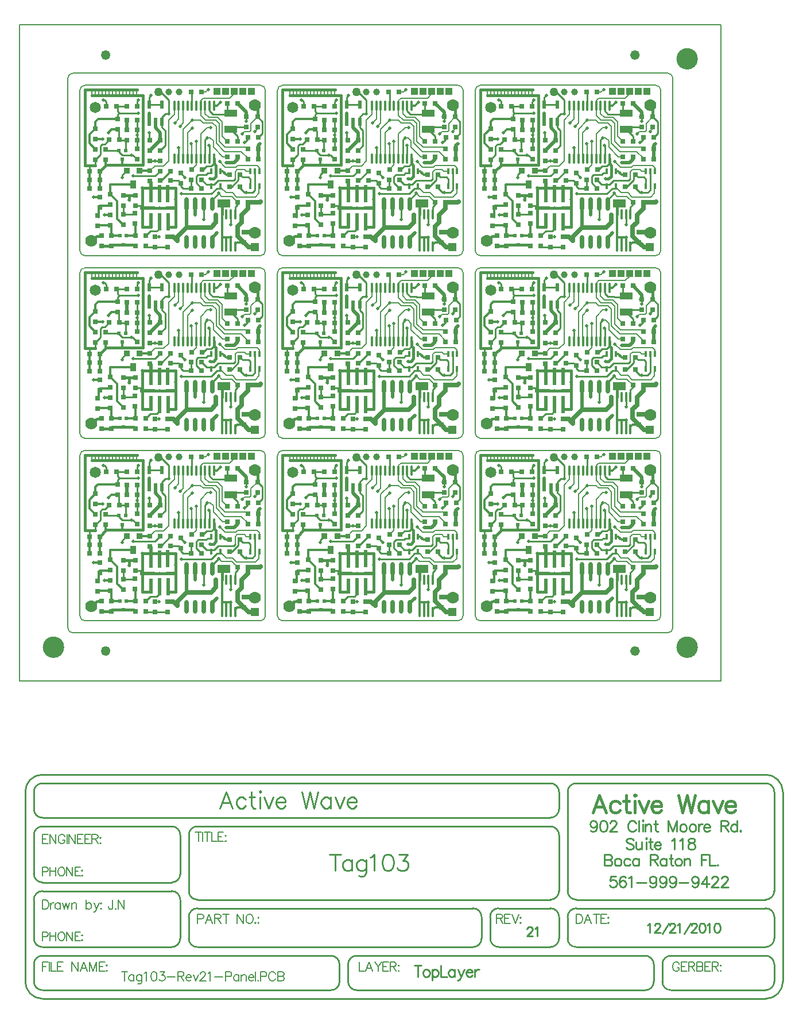
<source format=gtl>
%FSLAX24Y24*%
%MOIN*%
G70*
G01*
G75*
G04 Layer_Physical_Order=1*
G04 Layer_Color=255*
%ADD10C,0.0500*%
%ADD11C,0.0100*%
%ADD12C,0.0150*%
%ADD13R,0.0300X0.0300*%
%ADD14R,0.0740X0.0450*%
%ADD15R,0.0300X0.0300*%
%ADD16O,0.0240X0.0800*%
%ADD17R,0.0360X0.0500*%
%ADD18R,0.0360X0.0360*%
%ADD19R,0.0236X0.1000*%
%ADD20R,0.0236X0.0900*%
%ADD21R,0.0700X0.0236*%
%ADD22R,0.0900X0.0236*%
%ADD23O,0.0160X0.0600*%
%ADD24R,0.0138X0.0354*%
%ADD25R,0.0138X0.0354*%
%ADD26R,0.0236X0.0236*%
%ADD27O,0.0160X0.0600*%
%ADD28R,0.0200X0.0500*%
%ADD29R,0.0748X0.0433*%
%ADD30C,0.0120*%
%ADD31C,0.0080*%
%ADD32C,0.0250*%
%ADD33C,0.0200*%
%ADD34C,0.0120*%
%ADD35C,0.0160*%
%ADD36C,0.0140*%
%ADD37C,0.0260*%
%ADD38C,0.0060*%
%ADD39C,0.0050*%
%ADD40C,0.0090*%
%ADD41C,0.1180*%
%ADD42C,0.0700*%
%ADD43R,0.0500X0.0500*%
%ADD44R,0.0394X0.0433*%
%ADD45C,0.0650*%
%ADD46C,0.0394*%
%ADD47C,0.0200*%
D10*
X830Y-2610D02*
D03*
X31570D02*
D03*
Y31960D02*
D03*
X830D02*
D03*
X3910Y8630D02*
D03*
X15390D02*
D03*
X26870D02*
D03*
X3910Y19220D02*
D03*
X15390D02*
D03*
X26870D02*
D03*
X3910Y29810D02*
D03*
X15390D02*
D03*
X26870D02*
D03*
D11*
X18963Y-20860D02*
Y-21500D01*
X18750Y-20860D02*
X19177D01*
X19405Y-21073D02*
X19344Y-21104D01*
X19283Y-21165D01*
X19253Y-21256D01*
Y-21317D01*
X19283Y-21409D01*
X19344Y-21470D01*
X19405Y-21500D01*
X19497D01*
X19557Y-21470D01*
X19618Y-21409D01*
X19649Y-21317D01*
Y-21256D01*
X19618Y-21165D01*
X19557Y-21104D01*
X19497Y-21073D01*
X19405D01*
X19789D02*
Y-21713D01*
Y-21165D02*
X19850Y-21104D01*
X19911Y-21073D01*
X20002D01*
X20063Y-21104D01*
X20124Y-21165D01*
X20155Y-21256D01*
Y-21317D01*
X20124Y-21409D01*
X20063Y-21470D01*
X20002Y-21500D01*
X19911D01*
X19850Y-21470D01*
X19789Y-21409D01*
X20292Y-20860D02*
Y-21500D01*
X20657D01*
X21093Y-21073D02*
Y-21500D01*
Y-21165D02*
X21032Y-21104D01*
X20971Y-21073D01*
X20880D01*
X20819Y-21104D01*
X20758Y-21165D01*
X20727Y-21256D01*
Y-21317D01*
X20758Y-21409D01*
X20819Y-21470D01*
X20880Y-21500D01*
X20971D01*
X21032Y-21470D01*
X21093Y-21409D01*
X21294Y-21073D02*
X21477Y-21500D01*
X21660Y-21073D02*
X21477Y-21500D01*
X21416Y-21622D01*
X21355Y-21683D01*
X21294Y-21713D01*
X21264D01*
X21766Y-21256D02*
X22132D01*
Y-21195D01*
X22102Y-21134D01*
X22071Y-21104D01*
X22010Y-21073D01*
X21919D01*
X21858Y-21104D01*
X21797Y-21165D01*
X21766Y-21256D01*
Y-21317D01*
X21797Y-21409D01*
X21858Y-21470D01*
X21919Y-21500D01*
X22010D01*
X22071Y-21470D01*
X22132Y-21409D01*
X22269Y-21073D02*
Y-21500D01*
Y-21256D02*
X22300Y-21165D01*
X22361Y-21104D01*
X22422Y-21073D01*
X22513D01*
X3700Y-344D02*
X4444D01*
X3194D02*
X3700D01*
X8900Y2800D02*
X9000D01*
X8640Y3060D02*
X8900Y2800D01*
X8640Y3060D02*
Y3140D01*
X9500Y2950D02*
Y4033D01*
X9350Y2800D02*
X9500Y2950D01*
X9000Y2800D02*
X9350D01*
X8540Y3530D02*
Y3740D01*
X8150Y3140D02*
X8540Y3530D01*
X8040Y3140D02*
X8150D01*
X3150Y-300D02*
X3194Y-344D01*
X3150Y300D02*
X3420Y570D01*
X3800D01*
X7890Y7612D02*
X8090Y7412D01*
X8900Y5700D02*
X9100Y5900D01*
Y6000D01*
X8090Y6468D02*
X8222Y6600D01*
X8018Y7340D02*
X8090Y7412D01*
X9240Y3270D02*
Y3590D01*
X8786Y3694D02*
X9136D01*
X8640Y3840D02*
X8786Y3694D01*
X9136D02*
X9240Y3590D01*
X5840Y7850D02*
Y8590D01*
X5790Y8640D02*
X5840Y8590D01*
X2550Y2050D02*
X2930D01*
X6864Y4779D02*
Y5516D01*
X6840Y5540D02*
X6864Y5516D01*
X6608Y4779D02*
Y5858D01*
X6740Y5990D01*
X4000Y5250D02*
X4280Y5530D01*
X5200Y3930D02*
X5440Y3690D01*
X5200Y3930D02*
Y3950D01*
X7890Y7612D02*
Y7990D01*
X8090Y6468D02*
X8490Y6068D01*
Y5790D02*
Y6068D01*
X5050Y3500D02*
X5200Y3350D01*
X4600Y3500D02*
X5050D01*
X5073Y4779D02*
Y5407D01*
X6970Y4029D02*
X6974Y4033D01*
X6970Y3930D02*
Y4029D01*
X9240Y4037D02*
X9244Y4033D01*
X6520Y1230D02*
X6520Y2140D01*
X7020D02*
Y2390D01*
X5800Y3050D02*
Y3550D01*
X5340Y3050D02*
X5800D01*
X5200Y3190D02*
X5340Y3050D01*
X5200Y3190D02*
Y3350D01*
X2430Y3770D02*
X2440Y3760D01*
X3710D01*
X4000Y4050D01*
X4050Y3500D02*
X4600Y4050D01*
X4000Y3500D02*
X4050D01*
X900Y5240D02*
X1610D01*
X830Y5310D02*
X900Y5240D01*
X3360Y5890D02*
Y6270D01*
Y5890D02*
X3400Y5850D01*
X230Y4380D02*
Y4710D01*
X1040Y5860D02*
Y5870D01*
X1450Y7800D02*
X1530Y7730D01*
Y6460D02*
X1610Y6380D01*
Y5900D02*
Y6380D01*
X1670Y5840D02*
X2060D01*
X2004Y5784D02*
X2060Y5840D01*
X2004Y5240D02*
Y5784D01*
X1610Y5190D02*
X1810Y4990D01*
X2410D02*
X2660Y4740D01*
X1610Y5190D02*
Y5240D01*
X1810Y3830D02*
X2050Y4070D01*
X1810Y3690D02*
Y3830D01*
X8094Y956D02*
Y1530D01*
X2550Y2650D02*
X2550Y2650D01*
X1850Y1540D02*
Y2050D01*
X2480Y1540D02*
X2540Y1600D01*
X1850Y1540D02*
X2480D01*
X3950Y720D02*
Y909D01*
X3800Y570D02*
X3950Y720D01*
X230Y4710D02*
X513Y4993D01*
Y5491D01*
X631Y5609D01*
X779D01*
X1040Y5870D01*
X1530Y7505D02*
Y7730D01*
Y7335D02*
X1615Y7420D01*
X1530Y7505D02*
X1615Y7420D01*
X1530Y7060D02*
Y7335D01*
X1450Y7800D02*
X2050D01*
X6864Y7536D02*
Y7850D01*
X7020Y2390D02*
X7390Y2760D01*
X4100Y6580D02*
X4280Y6400D01*
Y5530D02*
Y6400D01*
X9244Y3167D02*
Y3266D01*
X3350Y7900D02*
Y8342D01*
X8350Y1960D02*
X8490Y2100D01*
Y2240D01*
X1640Y5870D02*
X1670Y5840D01*
X1610Y5900D02*
X1640Y5870D01*
X-120Y3860D02*
Y4030D01*
Y4380D01*
X8350Y1520D02*
Y1530D01*
Y1960D01*
X4100Y6580D02*
Y6900D01*
X1810Y4990D02*
X2320D01*
X2410D01*
X2660Y5340D02*
Y5840D01*
Y6130D01*
Y6440D01*
Y7020D01*
X2930Y2050D02*
X2950Y2070D01*
X7838Y206D02*
X7844Y211D01*
X3400Y4650D02*
X3700D01*
X4000D01*
X6090Y3360D02*
X6400Y3050D01*
X6090Y3360D02*
Y3730D01*
X6200Y3840D01*
X6670D01*
X6760Y3930D01*
X6970D01*
X8540Y3740D02*
X8640Y3840D01*
X5240Y2730D02*
X6970D01*
X7290Y3050D01*
X9650Y7200D02*
X9930Y6920D01*
Y6230D02*
Y6920D01*
X9700Y6000D02*
X9930Y6230D01*
X7400Y7340D02*
X8018D01*
X7391Y7350D02*
X7400Y7340D01*
X6864Y7536D02*
X7050Y7350D01*
X7391D01*
X6440Y4140D02*
X6495D01*
X6700Y4345D01*
X6965D01*
X7120Y4500D01*
X6400Y3550D02*
X6680Y3270D01*
X7140D02*
X7370Y3500D01*
X8250D01*
X8350Y3600D01*
X8222Y6600D02*
X9000D01*
X2740Y7420D02*
X2740Y7420D01*
X1615Y7420D02*
X2740D01*
X4100Y6900D02*
Y7190D01*
X4290Y7380D01*
X4490D01*
X3350Y8342D02*
X3455Y8446D01*
X3350Y7900D02*
X4100D01*
X3910Y8630D02*
X4020D01*
X4490Y8160D01*
Y7380D02*
Y8160D01*
X2650Y7800D02*
Y8070D01*
X6680Y3270D02*
X6974D01*
X7140D01*
X7290Y3050D02*
X7486D01*
X7565D01*
X850Y7800D02*
Y8070D01*
X760Y8160D02*
X850Y8070D01*
X710Y8160D02*
X760D01*
X9000Y6930D02*
Y7200D01*
X2650Y8070D02*
X2740Y8160D01*
Y8170D01*
X15180Y-344D02*
X15924D01*
X14674D02*
X15180D01*
X20380Y2800D02*
X20480D01*
X20120Y3060D02*
X20380Y2800D01*
X20120Y3060D02*
Y3140D01*
X20980Y2950D02*
Y4033D01*
X20830Y2800D02*
X20980Y2950D01*
X20480Y2800D02*
X20830D01*
X20020Y3530D02*
Y3740D01*
X19630Y3140D02*
X20020Y3530D01*
X19520Y3140D02*
X19630D01*
X14630Y-300D02*
X14674Y-344D01*
X14630Y300D02*
X14900Y570D01*
X15280D01*
X19370Y7612D02*
X19570Y7412D01*
X20380Y5700D02*
X20580Y5900D01*
Y6000D01*
X19570Y6468D02*
X19702Y6600D01*
X19498Y7340D02*
X19570Y7412D01*
X20720Y3270D02*
Y3590D01*
X20266Y3694D02*
X20616D01*
X20120Y3840D02*
X20266Y3694D01*
X20616D02*
X20720Y3590D01*
X17320Y7850D02*
Y8590D01*
X17270Y8640D02*
X17320Y8590D01*
X14030Y2050D02*
X14410D01*
X18344Y4779D02*
Y5516D01*
X18320Y5540D02*
X18344Y5516D01*
X18088Y4779D02*
Y5858D01*
X18220Y5990D01*
X15480Y5250D02*
X15760Y5530D01*
X16680Y3930D02*
X16920Y3690D01*
X16680Y3930D02*
Y3950D01*
X19370Y7612D02*
Y7990D01*
X19570Y6468D02*
X19970Y6068D01*
Y5790D02*
Y6068D01*
X16530Y3500D02*
X16680Y3350D01*
X16080Y3500D02*
X16530D01*
X16553Y4779D02*
Y5407D01*
X18450Y4029D02*
X18454Y4033D01*
X18450Y3930D02*
Y4029D01*
X20720Y4037D02*
X20724Y4033D01*
X18000Y1230D02*
X18000Y2140D01*
X18500D02*
Y2390D01*
X17280Y3050D02*
Y3550D01*
X16820Y3050D02*
X17280D01*
X16680Y3190D02*
X16820Y3050D01*
X16680Y3190D02*
Y3350D01*
X13910Y3770D02*
X13920Y3760D01*
X15190D01*
X15480Y4050D01*
X15530Y3500D02*
X16080Y4050D01*
X15480Y3500D02*
X15530D01*
X12380Y5240D02*
X13090D01*
X12310Y5310D02*
X12380Y5240D01*
X14840Y5890D02*
Y6270D01*
Y5890D02*
X14880Y5850D01*
X11710Y4380D02*
Y4710D01*
X12520Y5860D02*
Y5870D01*
X12930Y7800D02*
X13010Y7730D01*
Y6460D02*
X13090Y6380D01*
Y5900D02*
Y6380D01*
X13150Y5840D02*
X13540D01*
X13484Y5784D02*
X13540Y5840D01*
X13484Y5240D02*
Y5784D01*
X13090Y5190D02*
X13290Y4990D01*
X13890D02*
X14140Y4740D01*
X13090Y5190D02*
Y5240D01*
X13290Y3830D02*
X13530Y4070D01*
X13290Y3690D02*
Y3830D01*
X19574Y956D02*
Y1530D01*
X14030Y2650D02*
X14030Y2650D01*
X13330Y1540D02*
Y2050D01*
X13960Y1540D02*
X14020Y1600D01*
X13330Y1540D02*
X13960D01*
X15430Y720D02*
Y909D01*
X15280Y570D02*
X15430Y720D01*
X11710Y4710D02*
X11993Y4993D01*
Y5491D01*
X12111Y5609D01*
X12259D01*
X12520Y5870D01*
X13010Y7505D02*
Y7730D01*
Y7335D02*
X13095Y7420D01*
X13010Y7505D02*
X13095Y7420D01*
X13010Y7060D02*
Y7335D01*
X12930Y7800D02*
X13530D01*
X18344Y7536D02*
Y7850D01*
X18500Y2390D02*
X18870Y2760D01*
X15580Y6580D02*
X15760Y6400D01*
Y5530D02*
Y6400D01*
X20724Y3167D02*
Y3266D01*
X14830Y7900D02*
Y8342D01*
X19830Y1960D02*
X19970Y2100D01*
Y2240D01*
X13120Y5870D02*
X13150Y5840D01*
X13090Y5900D02*
X13120Y5870D01*
X11360Y3860D02*
Y4030D01*
Y4380D01*
X19830Y1520D02*
Y1530D01*
Y1960D01*
X15580Y6580D02*
Y6900D01*
X13290Y4990D02*
X13800D01*
X13890D01*
X14140Y5340D02*
Y5840D01*
Y6130D01*
Y6440D01*
Y7020D01*
X14410Y2050D02*
X14430Y2070D01*
X19318Y206D02*
X19324Y211D01*
X14880Y4650D02*
X15180D01*
X15480D01*
X17570Y3360D02*
X17880Y3050D01*
X17570Y3360D02*
Y3730D01*
X17680Y3840D01*
X18150D01*
X18240Y3930D01*
X18450D01*
X20020Y3740D02*
X20120Y3840D01*
X16720Y2730D02*
X18450D01*
X18770Y3050D01*
X21130Y7200D02*
X21410Y6920D01*
Y6230D02*
Y6920D01*
X21180Y6000D02*
X21410Y6230D01*
X18880Y7340D02*
X19498D01*
X18871Y7350D02*
X18880Y7340D01*
X18344Y7536D02*
X18530Y7350D01*
X18871D01*
X17920Y4140D02*
X17975D01*
X18180Y4345D01*
X18445D01*
X18600Y4500D01*
X17880Y3550D02*
X18160Y3270D01*
X18620D02*
X18850Y3500D01*
X19730D01*
X19830Y3600D01*
X19702Y6600D02*
X20480D01*
X14220Y7420D02*
X14220Y7420D01*
X13095Y7420D02*
X14220D01*
X15580Y6900D02*
Y7190D01*
X15770Y7380D01*
X15970D01*
X14830Y8342D02*
X14935Y8446D01*
X14830Y7900D02*
X15580D01*
X15390Y8630D02*
X15500D01*
X15970Y8160D01*
Y7380D02*
Y8160D01*
X14130Y7800D02*
Y8070D01*
X18160Y3270D02*
X18454D01*
X18620D01*
X18770Y3050D02*
X18966D01*
X19045D01*
X12330Y7800D02*
Y8070D01*
X12240Y8160D02*
X12330Y8070D01*
X12190Y8160D02*
X12240D01*
X20480Y6930D02*
Y7200D01*
X14130Y8070D02*
X14220Y8160D01*
Y8170D01*
X26660Y-344D02*
X27404D01*
X26154D02*
X26660D01*
X31860Y2800D02*
X31960D01*
X31600Y3060D02*
X31860Y2800D01*
X31600Y3060D02*
Y3140D01*
X32460Y2950D02*
Y4033D01*
X32310Y2800D02*
X32460Y2950D01*
X31960Y2800D02*
X32310D01*
X31500Y3530D02*
Y3740D01*
X31110Y3140D02*
X31500Y3530D01*
X31000Y3140D02*
X31110D01*
X26110Y-300D02*
X26154Y-344D01*
X26110Y300D02*
X26380Y570D01*
X26760D01*
X30850Y7612D02*
X31050Y7412D01*
X31860Y5700D02*
X32060Y5900D01*
Y6000D01*
X31050Y6468D02*
X31182Y6600D01*
X30978Y7340D02*
X31050Y7412D01*
X32200Y3270D02*
Y3590D01*
X31746Y3694D02*
X32096D01*
X31600Y3840D02*
X31746Y3694D01*
X32096D02*
X32200Y3590D01*
X28800Y7850D02*
Y8590D01*
X28750Y8640D02*
X28800Y8590D01*
X25510Y2050D02*
X25890D01*
X29824Y4779D02*
Y5516D01*
X29800Y5540D02*
X29824Y5516D01*
X29568Y4779D02*
Y5858D01*
X29700Y5990D01*
X26960Y5250D02*
X27240Y5530D01*
X28160Y3930D02*
X28400Y3690D01*
X28160Y3930D02*
Y3950D01*
X30850Y7612D02*
Y7990D01*
X31050Y6468D02*
X31450Y6068D01*
Y5790D02*
Y6068D01*
X28010Y3500D02*
X28160Y3350D01*
X27560Y3500D02*
X28010D01*
X28033Y4779D02*
Y5407D01*
X29930Y4029D02*
X29934Y4033D01*
X29930Y3930D02*
Y4029D01*
X32200Y4037D02*
X32204Y4033D01*
X29480Y1230D02*
X29480Y2140D01*
X29980D02*
Y2390D01*
X28760Y3050D02*
Y3550D01*
X28300Y3050D02*
X28760D01*
X28160Y3190D02*
X28300Y3050D01*
X28160Y3190D02*
Y3350D01*
X25390Y3770D02*
X25400Y3760D01*
X26670D01*
X26960Y4050D01*
X27010Y3500D02*
X27560Y4050D01*
X26960Y3500D02*
X27010D01*
X23860Y5240D02*
X24570D01*
X23790Y5310D02*
X23860Y5240D01*
X26320Y5890D02*
Y6270D01*
Y5890D02*
X26360Y5850D01*
X23190Y4380D02*
Y4710D01*
X24000Y5860D02*
Y5870D01*
X24410Y7800D02*
X24490Y7730D01*
Y6460D02*
X24570Y6380D01*
Y5900D02*
Y6380D01*
X24630Y5840D02*
X25020D01*
X24964Y5784D02*
X25020Y5840D01*
X24964Y5240D02*
Y5784D01*
X24570Y5190D02*
X24770Y4990D01*
X25370D02*
X25620Y4740D01*
X24570Y5190D02*
Y5240D01*
X24770Y3830D02*
X25010Y4070D01*
X24770Y3690D02*
Y3830D01*
X31054Y956D02*
Y1530D01*
X25510Y2650D02*
X25510Y2650D01*
X24810Y1540D02*
Y2050D01*
X25440Y1540D02*
X25500Y1600D01*
X24810Y1540D02*
X25440D01*
X26910Y720D02*
Y909D01*
X26760Y570D02*
X26910Y720D01*
X23190Y4710D02*
X23473Y4993D01*
Y5491D01*
X23591Y5609D01*
X23739D01*
X24000Y5870D01*
X24490Y7505D02*
Y7730D01*
Y7335D02*
X24575Y7420D01*
X24490Y7505D02*
X24575Y7420D01*
X24490Y7060D02*
Y7335D01*
X24410Y7800D02*
X25010D01*
X29824Y7536D02*
Y7850D01*
X29980Y2390D02*
X30350Y2760D01*
X27060Y6580D02*
X27240Y6400D01*
Y5530D02*
Y6400D01*
X32204Y3167D02*
Y3266D01*
X26310Y7900D02*
Y8342D01*
X31310Y1960D02*
X31450Y2100D01*
Y2240D01*
X24600Y5870D02*
X24630Y5840D01*
X24570Y5900D02*
X24600Y5870D01*
X22840Y3860D02*
Y4030D01*
Y4380D01*
X31310Y1520D02*
Y1530D01*
Y1960D01*
X27060Y6580D02*
Y6900D01*
X24770Y4990D02*
X25280D01*
X25370D01*
X25620Y5340D02*
Y5840D01*
Y6130D01*
Y6440D01*
Y7020D01*
X25890Y2050D02*
X25910Y2070D01*
X30798Y206D02*
X30804Y211D01*
X26360Y4650D02*
X26660D01*
X26960D01*
X29050Y3360D02*
X29360Y3050D01*
X29050Y3360D02*
Y3730D01*
X29160Y3840D01*
X29630D01*
X29720Y3930D01*
X29930D01*
X31500Y3740D02*
X31600Y3840D01*
X28200Y2730D02*
X29930D01*
X30250Y3050D01*
X32610Y7200D02*
X32890Y6920D01*
Y6230D02*
Y6920D01*
X32660Y6000D02*
X32890Y6230D01*
X30360Y7340D02*
X30978D01*
X30351Y7350D02*
X30360Y7340D01*
X29824Y7536D02*
X30010Y7350D01*
X30351D01*
X29400Y4140D02*
X29455D01*
X29660Y4345D01*
X29925D01*
X30080Y4500D01*
X29360Y3550D02*
X29640Y3270D01*
X30100D02*
X30330Y3500D01*
X31210D01*
X31310Y3600D01*
X31182Y6600D02*
X31960D01*
X25700Y7420D02*
X25700Y7420D01*
X24575Y7420D02*
X25700D01*
X27060Y6900D02*
Y7190D01*
X27250Y7380D01*
X27450D01*
X26310Y8342D02*
X26415Y8446D01*
X26310Y7900D02*
X27060D01*
X26870Y8630D02*
X26980D01*
X27450Y8160D01*
Y7380D02*
Y8160D01*
X25610Y7800D02*
Y8070D01*
X29640Y3270D02*
X29934D01*
X30100D01*
X30250Y3050D02*
X30446D01*
X30525D01*
X23810Y7800D02*
Y8070D01*
X23720Y8160D02*
X23810Y8070D01*
X23670Y8160D02*
X23720D01*
X31960Y6930D02*
Y7200D01*
X25610Y8070D02*
X25700Y8160D01*
Y8170D01*
X3700Y10246D02*
X4444D01*
X3194D02*
X3700D01*
X8900Y13390D02*
X9000D01*
X8640Y13650D02*
X8900Y13390D01*
X8640Y13650D02*
Y13730D01*
X9500Y13540D02*
Y14623D01*
X9350Y13390D02*
X9500Y13540D01*
X9000Y13390D02*
X9350D01*
X8540Y14120D02*
Y14330D01*
X8150Y13730D02*
X8540Y14120D01*
X8040Y13730D02*
X8150D01*
X3150Y10290D02*
X3194Y10246D01*
X3150Y10890D02*
X3420Y11160D01*
X3800D01*
X7890Y18202D02*
X8090Y18002D01*
X8900Y16290D02*
X9100Y16490D01*
Y16590D01*
X8090Y17058D02*
X8222Y17190D01*
X8018Y17930D02*
X8090Y18002D01*
X9240Y13860D02*
Y14180D01*
X8786Y14284D02*
X9136D01*
X8640Y14430D02*
X8786Y14284D01*
X9136D02*
X9240Y14180D01*
X5840Y18440D02*
Y19180D01*
X5790Y19230D02*
X5840Y19180D01*
X2550Y12640D02*
X2930D01*
X6864Y15369D02*
Y16106D01*
X6840Y16130D02*
X6864Y16106D01*
X6608Y15369D02*
Y16448D01*
X6740Y16580D01*
X4000Y15840D02*
X4280Y16120D01*
X5200Y14520D02*
X5440Y14280D01*
X5200Y14520D02*
Y14540D01*
X7890Y18202D02*
Y18580D01*
X8090Y17058D02*
X8490Y16658D01*
Y16380D02*
Y16658D01*
X5050Y14090D02*
X5200Y13940D01*
X4600Y14090D02*
X5050D01*
X5073Y15369D02*
Y15997D01*
X6970Y14619D02*
X6974Y14623D01*
X6970Y14520D02*
Y14619D01*
X9240Y14627D02*
X9244Y14623D01*
X6520Y11820D02*
X6520Y12730D01*
X7020D02*
Y12980D01*
X5800Y13640D02*
Y14140D01*
X5340Y13640D02*
X5800D01*
X5200Y13780D02*
X5340Y13640D01*
X5200Y13780D02*
Y13940D01*
X2430Y14360D02*
X2440Y14350D01*
X3710D01*
X4000Y14640D01*
X4050Y14090D02*
X4600Y14640D01*
X4000Y14090D02*
X4050D01*
X900Y15830D02*
X1610D01*
X830Y15900D02*
X900Y15830D01*
X3360Y16480D02*
Y16860D01*
Y16480D02*
X3400Y16440D01*
X230Y14970D02*
Y15300D01*
X1040Y16450D02*
Y16460D01*
X1450Y18390D02*
X1530Y18320D01*
Y17050D02*
X1610Y16970D01*
Y16490D02*
Y16970D01*
X1670Y16430D02*
X2060D01*
X2004Y16374D02*
X2060Y16430D01*
X2004Y15830D02*
Y16374D01*
X1610Y15780D02*
X1810Y15580D01*
X2410D02*
X2660Y15330D01*
X1610Y15780D02*
Y15830D01*
X1810Y14420D02*
X2050Y14660D01*
X1810Y14280D02*
Y14420D01*
X8094Y11546D02*
Y12120D01*
X2550Y13240D02*
X2550Y13240D01*
X1850Y12130D02*
Y12640D01*
X2480Y12130D02*
X2540Y12190D01*
X1850Y12130D02*
X2480D01*
X3950Y11310D02*
Y11499D01*
X3800Y11160D02*
X3950Y11310D01*
X230Y15300D02*
X513Y15583D01*
Y16081D01*
X631Y16199D01*
X779D01*
X1040Y16460D01*
X1530Y18095D02*
Y18320D01*
Y17925D02*
X1615Y18010D01*
X1530Y18095D02*
X1615Y18010D01*
X1530Y17650D02*
Y17925D01*
X1450Y18390D02*
X2050D01*
X6864Y18126D02*
Y18440D01*
X7020Y12980D02*
X7390Y13350D01*
X4100Y17170D02*
X4280Y16990D01*
Y16120D02*
Y16990D01*
X9244Y13757D02*
Y13856D01*
X3350Y18490D02*
Y18932D01*
X8350Y12550D02*
X8490Y12690D01*
Y12830D01*
X1640Y16460D02*
X1670Y16430D01*
X1610Y16490D02*
X1640Y16460D01*
X-120Y14450D02*
Y14620D01*
Y14970D01*
X8350Y12110D02*
Y12120D01*
Y12550D01*
X4100Y17170D02*
Y17490D01*
X1810Y15580D02*
X2320D01*
X2410D01*
X2660Y15930D02*
Y16430D01*
Y16720D01*
Y17030D01*
Y17610D01*
X2930Y12640D02*
X2950Y12660D01*
X7838Y10796D02*
X7844Y10801D01*
X3400Y15240D02*
X3700D01*
X4000D01*
X6090Y13950D02*
X6400Y13640D01*
X6090Y13950D02*
Y14320D01*
X6200Y14430D01*
X6670D01*
X6760Y14520D01*
X6970D01*
X8540Y14330D02*
X8640Y14430D01*
X5240Y13320D02*
X6970D01*
X7290Y13640D01*
X9650Y17790D02*
X9930Y17510D01*
Y16820D02*
Y17510D01*
X9700Y16590D02*
X9930Y16820D01*
X7400Y17930D02*
X8018D01*
X7391Y17940D02*
X7400Y17930D01*
X6864Y18126D02*
X7050Y17940D01*
X7391D01*
X6440Y14730D02*
X6495D01*
X6700Y14935D01*
X6965D01*
X7120Y15090D01*
X6400Y14140D02*
X6680Y13860D01*
X7140D02*
X7370Y14090D01*
X8250D01*
X8350Y14190D01*
X8222Y17190D02*
X9000D01*
X2740Y18010D02*
X2740Y18010D01*
X1615Y18010D02*
X2740D01*
X4100Y17490D02*
Y17780D01*
X4290Y17970D01*
X4490D01*
X3350Y18932D02*
X3455Y19036D01*
X3350Y18490D02*
X4100D01*
X3910Y19220D02*
X4020D01*
X4490Y18750D01*
Y17970D02*
Y18750D01*
X2650Y18390D02*
Y18660D01*
X6680Y13860D02*
X6974D01*
X7140D01*
X7290Y13640D02*
X7486D01*
X7565D01*
X850Y18390D02*
Y18660D01*
X760Y18750D02*
X850Y18660D01*
X710Y18750D02*
X760D01*
X9000Y17520D02*
Y17790D01*
X2650Y18660D02*
X2740Y18750D01*
Y18760D01*
X15180Y10246D02*
X15924D01*
X14674D02*
X15180D01*
X20380Y13390D02*
X20480D01*
X20120Y13650D02*
X20380Y13390D01*
X20120Y13650D02*
Y13730D01*
X20980Y13540D02*
Y14623D01*
X20830Y13390D02*
X20980Y13540D01*
X20480Y13390D02*
X20830D01*
X20020Y14120D02*
Y14330D01*
X19630Y13730D02*
X20020Y14120D01*
X19520Y13730D02*
X19630D01*
X14630Y10290D02*
X14674Y10246D01*
X14630Y10890D02*
X14900Y11160D01*
X15280D01*
X19370Y18202D02*
X19570Y18002D01*
X20380Y16290D02*
X20580Y16490D01*
Y16590D01*
X19570Y17058D02*
X19702Y17190D01*
X19498Y17930D02*
X19570Y18002D01*
X20720Y13860D02*
Y14180D01*
X20266Y14284D02*
X20616D01*
X20120Y14430D02*
X20266Y14284D01*
X20616D02*
X20720Y14180D01*
X17320Y18440D02*
Y19180D01*
X17270Y19230D02*
X17320Y19180D01*
X14030Y12640D02*
X14410D01*
X18344Y15369D02*
Y16106D01*
X18320Y16130D02*
X18344Y16106D01*
X18088Y15369D02*
Y16448D01*
X18220Y16580D01*
X15480Y15840D02*
X15760Y16120D01*
X16680Y14520D02*
X16920Y14280D01*
X16680Y14520D02*
Y14540D01*
X19370Y18202D02*
Y18580D01*
X19570Y17058D02*
X19970Y16658D01*
Y16380D02*
Y16658D01*
X16530Y14090D02*
X16680Y13940D01*
X16080Y14090D02*
X16530D01*
X16553Y15369D02*
Y15997D01*
X18450Y14619D02*
X18454Y14623D01*
X18450Y14520D02*
Y14619D01*
X20720Y14627D02*
X20724Y14623D01*
X18000Y11820D02*
X18000Y12730D01*
X18500D02*
Y12980D01*
X17280Y13640D02*
Y14140D01*
X16820Y13640D02*
X17280D01*
X16680Y13780D02*
X16820Y13640D01*
X16680Y13780D02*
Y13940D01*
X13910Y14360D02*
X13920Y14350D01*
X15190D01*
X15480Y14640D01*
X15530Y14090D02*
X16080Y14640D01*
X15480Y14090D02*
X15530D01*
X12380Y15830D02*
X13090D01*
X12310Y15900D02*
X12380Y15830D01*
X14840Y16480D02*
Y16860D01*
Y16480D02*
X14880Y16440D01*
X11710Y14970D02*
Y15300D01*
X12520Y16450D02*
Y16460D01*
X12930Y18390D02*
X13010Y18320D01*
Y17050D02*
X13090Y16970D01*
Y16490D02*
Y16970D01*
X13150Y16430D02*
X13540D01*
X13484Y16374D02*
X13540Y16430D01*
X13484Y15830D02*
Y16374D01*
X13090Y15780D02*
X13290Y15580D01*
X13890D02*
X14140Y15330D01*
X13090Y15780D02*
Y15830D01*
X13290Y14420D02*
X13530Y14660D01*
X13290Y14280D02*
Y14420D01*
X19574Y11546D02*
Y12120D01*
X14030Y13240D02*
X14030Y13240D01*
X13330Y12130D02*
Y12640D01*
X13960Y12130D02*
X14020Y12190D01*
X13330Y12130D02*
X13960D01*
X15430Y11310D02*
Y11499D01*
X15280Y11160D02*
X15430Y11310D01*
X11710Y15300D02*
X11993Y15583D01*
Y16081D01*
X12111Y16199D01*
X12259D01*
X12520Y16460D01*
X13010Y18095D02*
Y18320D01*
Y17925D02*
X13095Y18010D01*
X13010Y18095D02*
X13095Y18010D01*
X13010Y17650D02*
Y17925D01*
X12930Y18390D02*
X13530D01*
X18344Y18126D02*
Y18440D01*
X18500Y12980D02*
X18870Y13350D01*
X15580Y17170D02*
X15760Y16990D01*
Y16120D02*
Y16990D01*
X20724Y13757D02*
Y13856D01*
X14830Y18490D02*
Y18932D01*
X19830Y12550D02*
X19970Y12690D01*
Y12830D01*
X13120Y16460D02*
X13150Y16430D01*
X13090Y16490D02*
X13120Y16460D01*
X11360Y14450D02*
Y14620D01*
Y14970D01*
X19830Y12110D02*
Y12120D01*
Y12550D01*
X15580Y17170D02*
Y17490D01*
X13290Y15580D02*
X13800D01*
X13890D01*
X14140Y15930D02*
Y16430D01*
Y16720D01*
Y17030D01*
Y17610D01*
X14410Y12640D02*
X14430Y12660D01*
X19318Y10796D02*
X19324Y10801D01*
X14880Y15240D02*
X15180D01*
X15480D01*
X17570Y13950D02*
X17880Y13640D01*
X17570Y13950D02*
Y14320D01*
X17680Y14430D01*
X18150D01*
X18240Y14520D01*
X18450D01*
X20020Y14330D02*
X20120Y14430D01*
X16720Y13320D02*
X18450D01*
X18770Y13640D01*
X21130Y17790D02*
X21410Y17510D01*
Y16820D02*
Y17510D01*
X21180Y16590D02*
X21410Y16820D01*
X18880Y17930D02*
X19498D01*
X18871Y17940D02*
X18880Y17930D01*
X18344Y18126D02*
X18530Y17940D01*
X18871D01*
X17920Y14730D02*
X17975D01*
X18180Y14935D01*
X18445D01*
X18600Y15090D01*
X17880Y14140D02*
X18160Y13860D01*
X18620D02*
X18850Y14090D01*
X19730D01*
X19830Y14190D01*
X19702Y17190D02*
X20480D01*
X14220Y18010D02*
X14220Y18010D01*
X13095Y18010D02*
X14220D01*
X15580Y17490D02*
Y17780D01*
X15770Y17970D01*
X15970D01*
X14830Y18932D02*
X14935Y19036D01*
X14830Y18490D02*
X15580D01*
X15390Y19220D02*
X15500D01*
X15970Y18750D01*
Y17970D02*
Y18750D01*
X14130Y18390D02*
Y18660D01*
X18160Y13860D02*
X18454D01*
X18620D01*
X18770Y13640D02*
X18966D01*
X19045D01*
X12330Y18390D02*
Y18660D01*
X12240Y18750D02*
X12330Y18660D01*
X12190Y18750D02*
X12240D01*
X20480Y17520D02*
Y17790D01*
X14130Y18660D02*
X14220Y18750D01*
Y18760D01*
X26660Y10246D02*
X27404D01*
X26154D02*
X26660D01*
X31860Y13390D02*
X31960D01*
X31600Y13650D02*
X31860Y13390D01*
X31600Y13650D02*
Y13730D01*
X32460Y13540D02*
Y14623D01*
X32310Y13390D02*
X32460Y13540D01*
X31960Y13390D02*
X32310D01*
X31500Y14120D02*
Y14330D01*
X31110Y13730D02*
X31500Y14120D01*
X31000Y13730D02*
X31110D01*
X26110Y10290D02*
X26154Y10246D01*
X26110Y10890D02*
X26380Y11160D01*
X26760D01*
X30850Y18202D02*
X31050Y18002D01*
X31860Y16290D02*
X32060Y16490D01*
Y16590D01*
X31050Y17058D02*
X31182Y17190D01*
X30978Y17930D02*
X31050Y18002D01*
X32200Y13860D02*
Y14180D01*
X31746Y14284D02*
X32096D01*
X31600Y14430D02*
X31746Y14284D01*
X32096D02*
X32200Y14180D01*
X28800Y18440D02*
Y19180D01*
X28750Y19230D02*
X28800Y19180D01*
X25510Y12640D02*
X25890D01*
X29824Y15369D02*
Y16106D01*
X29800Y16130D02*
X29824Y16106D01*
X29568Y15369D02*
Y16448D01*
X29700Y16580D01*
X26960Y15840D02*
X27240Y16120D01*
X28160Y14520D02*
X28400Y14280D01*
X28160Y14520D02*
Y14540D01*
X30850Y18202D02*
Y18580D01*
X31050Y17058D02*
X31450Y16658D01*
Y16380D02*
Y16658D01*
X28010Y14090D02*
X28160Y13940D01*
X27560Y14090D02*
X28010D01*
X28033Y15369D02*
Y15997D01*
X29930Y14619D02*
X29934Y14623D01*
X29930Y14520D02*
Y14619D01*
X32200Y14627D02*
X32204Y14623D01*
X29480Y11820D02*
X29480Y12730D01*
X29980D02*
Y12980D01*
X28760Y13640D02*
Y14140D01*
X28300Y13640D02*
X28760D01*
X28160Y13780D02*
X28300Y13640D01*
X28160Y13780D02*
Y13940D01*
X25390Y14360D02*
X25400Y14350D01*
X26670D01*
X26960Y14640D01*
X27010Y14090D02*
X27560Y14640D01*
X26960Y14090D02*
X27010D01*
X23860Y15830D02*
X24570D01*
X23790Y15900D02*
X23860Y15830D01*
X26320Y16480D02*
Y16860D01*
Y16480D02*
X26360Y16440D01*
X23190Y14970D02*
Y15300D01*
X24000Y16450D02*
Y16460D01*
X24410Y18390D02*
X24490Y18320D01*
Y17050D02*
X24570Y16970D01*
Y16490D02*
Y16970D01*
X24630Y16430D02*
X25020D01*
X24964Y16374D02*
X25020Y16430D01*
X24964Y15830D02*
Y16374D01*
X24570Y15780D02*
X24770Y15580D01*
X25370D02*
X25620Y15330D01*
X24570Y15780D02*
Y15830D01*
X24770Y14420D02*
X25010Y14660D01*
X24770Y14280D02*
Y14420D01*
X31054Y11546D02*
Y12120D01*
X25510Y13240D02*
X25510Y13240D01*
X24810Y12130D02*
Y12640D01*
X25440Y12130D02*
X25500Y12190D01*
X24810Y12130D02*
X25440D01*
X26910Y11310D02*
Y11499D01*
X26760Y11160D02*
X26910Y11310D01*
X23190Y15300D02*
X23473Y15583D01*
Y16081D01*
X23591Y16199D01*
X23739D01*
X24000Y16460D01*
X24490Y18095D02*
Y18320D01*
Y17925D02*
X24575Y18010D01*
X24490Y18095D02*
X24575Y18010D01*
X24490Y17650D02*
Y17925D01*
X24410Y18390D02*
X25010D01*
X29824Y18126D02*
Y18440D01*
X29980Y12980D02*
X30350Y13350D01*
X27060Y17170D02*
X27240Y16990D01*
Y16120D02*
Y16990D01*
X32204Y13757D02*
Y13856D01*
X26310Y18490D02*
Y18932D01*
X31310Y12550D02*
X31450Y12690D01*
Y12830D01*
X24600Y16460D02*
X24630Y16430D01*
X24570Y16490D02*
X24600Y16460D01*
X22840Y14450D02*
Y14620D01*
Y14970D01*
X31310Y12110D02*
Y12120D01*
Y12550D01*
X27060Y17170D02*
Y17490D01*
X24770Y15580D02*
X25280D01*
X25370D01*
X25620Y15930D02*
Y16430D01*
Y16720D01*
Y17030D01*
Y17610D01*
X25890Y12640D02*
X25910Y12660D01*
X30798Y10796D02*
X30804Y10801D01*
X26360Y15240D02*
X26660D01*
X26960D01*
X29050Y13950D02*
X29360Y13640D01*
X29050Y13950D02*
Y14320D01*
X29160Y14430D01*
X29630D01*
X29720Y14520D01*
X29930D01*
X31500Y14330D02*
X31600Y14430D01*
X28200Y13320D02*
X29930D01*
X30250Y13640D01*
X32610Y17790D02*
X32890Y17510D01*
Y16820D02*
Y17510D01*
X32660Y16590D02*
X32890Y16820D01*
X30360Y17930D02*
X30978D01*
X30351Y17940D02*
X30360Y17930D01*
X29824Y18126D02*
X30010Y17940D01*
X30351D01*
X29400Y14730D02*
X29455D01*
X29660Y14935D01*
X29925D01*
X30080Y15090D01*
X29360Y14140D02*
X29640Y13860D01*
X30100D02*
X30330Y14090D01*
X31210D01*
X31310Y14190D01*
X31182Y17190D02*
X31960D01*
X25700Y18010D02*
X25700Y18010D01*
X24575Y18010D02*
X25700D01*
X27060Y17490D02*
Y17780D01*
X27250Y17970D01*
X27450D01*
X26310Y18932D02*
X26415Y19036D01*
X26310Y18490D02*
X27060D01*
X26870Y19220D02*
X26980D01*
X27450Y18750D01*
Y17970D02*
Y18750D01*
X25610Y18390D02*
Y18660D01*
X29640Y13860D02*
X29934D01*
X30100D01*
X30250Y13640D02*
X30446D01*
X30525D01*
X23810Y18390D02*
Y18660D01*
X23720Y18750D02*
X23810Y18660D01*
X23670Y18750D02*
X23720D01*
X31960Y17520D02*
Y17790D01*
X25610Y18660D02*
X25700Y18750D01*
Y18760D01*
X3700Y20836D02*
X4444D01*
X3194D02*
X3700D01*
X8900Y23980D02*
X9000D01*
X8640Y24240D02*
X8900Y23980D01*
X8640Y24240D02*
Y24320D01*
X9500Y24130D02*
Y25213D01*
X9350Y23980D02*
X9500Y24130D01*
X9000Y23980D02*
X9350D01*
X8540Y24710D02*
Y24920D01*
X8150Y24320D02*
X8540Y24710D01*
X8040Y24320D02*
X8150D01*
X3150Y20880D02*
X3194Y20836D01*
X3150Y21480D02*
X3420Y21750D01*
X3800D01*
X7890Y28792D02*
X8090Y28592D01*
X8900Y26880D02*
X9100Y27080D01*
Y27180D01*
X8090Y27648D02*
X8222Y27780D01*
X8018Y28520D02*
X8090Y28592D01*
X9240Y24450D02*
Y24770D01*
X8786Y24874D02*
X9136D01*
X8640Y25020D02*
X8786Y24874D01*
X9136D02*
X9240Y24770D01*
X5840Y29030D02*
Y29770D01*
X5790Y29820D02*
X5840Y29770D01*
X2550Y23230D02*
X2930D01*
X6864Y25959D02*
Y26696D01*
X6840Y26720D02*
X6864Y26696D01*
X6608Y25959D02*
Y27038D01*
X6740Y27170D01*
X4000Y26430D02*
X4280Y26710D01*
X5200Y25110D02*
X5440Y24870D01*
X5200Y25110D02*
Y25130D01*
X7890Y28792D02*
Y29170D01*
X8090Y27648D02*
X8490Y27248D01*
Y26970D02*
Y27248D01*
X5050Y24680D02*
X5200Y24530D01*
X4600Y24680D02*
X5050D01*
X5073Y25959D02*
Y26587D01*
X6970Y25209D02*
X6974Y25213D01*
X6970Y25110D02*
Y25209D01*
X9240Y25217D02*
X9244Y25213D01*
X6520Y22410D02*
X6520Y23320D01*
X7020D02*
Y23570D01*
X5800Y24230D02*
Y24730D01*
X5340Y24230D02*
X5800D01*
X5200Y24370D02*
X5340Y24230D01*
X5200Y24370D02*
Y24530D01*
X2430Y24950D02*
X2440Y24940D01*
X3710D01*
X4000Y25230D01*
X4050Y24680D02*
X4600Y25230D01*
X4000Y24680D02*
X4050D01*
X900Y26420D02*
X1610D01*
X830Y26490D02*
X900Y26420D01*
X3360Y27070D02*
Y27450D01*
Y27070D02*
X3400Y27030D01*
X230Y25560D02*
Y25890D01*
X1040Y27040D02*
Y27050D01*
X1450Y28980D02*
X1530Y28910D01*
Y27640D02*
X1610Y27560D01*
Y27080D02*
Y27560D01*
X1670Y27020D02*
X2060D01*
X2004Y26964D02*
X2060Y27020D01*
X2004Y26420D02*
Y26964D01*
X1610Y26370D02*
X1810Y26170D01*
X2410D02*
X2660Y25920D01*
X1610Y26370D02*
Y26420D01*
X1810Y25010D02*
X2050Y25250D01*
X1810Y24870D02*
Y25010D01*
X8094Y22136D02*
Y22710D01*
X2550Y23830D02*
X2550Y23830D01*
X1850Y22720D02*
Y23230D01*
X2480Y22720D02*
X2540Y22780D01*
X1850Y22720D02*
X2480D01*
X3950Y21900D02*
Y22089D01*
X3800Y21750D02*
X3950Y21900D01*
X230Y25890D02*
X513Y26173D01*
Y26671D01*
X631Y26789D01*
X779D01*
X1040Y27050D01*
X1530Y28685D02*
Y28910D01*
Y28515D02*
X1615Y28600D01*
X1530Y28685D02*
X1615Y28600D01*
X1530Y28240D02*
Y28515D01*
X1450Y28980D02*
X2050D01*
X6864Y28716D02*
Y29030D01*
X7020Y23570D02*
X7390Y23940D01*
X4100Y27760D02*
X4280Y27580D01*
Y26710D02*
Y27580D01*
X9244Y24347D02*
Y24446D01*
X3350Y29080D02*
Y29522D01*
X8350Y23140D02*
X8490Y23280D01*
Y23420D01*
X1640Y27050D02*
X1670Y27020D01*
X1610Y27080D02*
X1640Y27050D01*
X-120Y25040D02*
Y25210D01*
Y25560D01*
X8350Y22700D02*
Y22710D01*
Y23140D01*
X4100Y27760D02*
Y28080D01*
X1810Y26170D02*
X2320D01*
X2410D01*
X2660Y26520D02*
Y27020D01*
Y27310D01*
Y27620D01*
Y28200D01*
X2930Y23230D02*
X2950Y23250D01*
X7838Y21386D02*
X7844Y21391D01*
X3400Y25830D02*
X3700D01*
X4000D01*
X6090Y24540D02*
X6400Y24230D01*
X6090Y24540D02*
Y24910D01*
X6200Y25020D01*
X6670D01*
X6760Y25110D01*
X6970D01*
X8540Y24920D02*
X8640Y25020D01*
X5240Y23910D02*
X6970D01*
X7290Y24230D01*
X9650Y28380D02*
X9930Y28100D01*
Y27410D02*
Y28100D01*
X9700Y27180D02*
X9930Y27410D01*
X7400Y28520D02*
X8018D01*
X7391Y28530D02*
X7400Y28520D01*
X6864Y28716D02*
X7050Y28530D01*
X7391D01*
X6440Y25320D02*
X6495D01*
X6700Y25525D01*
X6965D01*
X7120Y25680D01*
X6400Y24730D02*
X6680Y24450D01*
X7140D02*
X7370Y24680D01*
X8250D01*
X8350Y24780D01*
X8222Y27780D02*
X9000D01*
X2740Y28600D02*
X2740Y28600D01*
X1615Y28600D02*
X2740D01*
X4100Y28080D02*
Y28370D01*
X4290Y28560D01*
X4490D01*
X3350Y29522D02*
X3455Y29626D01*
X3350Y29080D02*
X4100D01*
X3910Y29810D02*
X4020D01*
X4490Y29340D01*
Y28560D02*
Y29340D01*
X2650Y28980D02*
Y29250D01*
X6680Y24450D02*
X6974D01*
X7140D01*
X7290Y24230D02*
X7486D01*
X7565D01*
X850Y28980D02*
Y29250D01*
X760Y29340D02*
X850Y29250D01*
X710Y29340D02*
X760D01*
X9000Y28110D02*
Y28380D01*
X2650Y29250D02*
X2740Y29340D01*
Y29350D01*
X15180Y20836D02*
X15924D01*
X14674D02*
X15180D01*
X20380Y23980D02*
X20480D01*
X20120Y24240D02*
X20380Y23980D01*
X20120Y24240D02*
Y24320D01*
X20980Y24130D02*
Y25213D01*
X20830Y23980D02*
X20980Y24130D01*
X20480Y23980D02*
X20830D01*
X20020Y24710D02*
Y24920D01*
X19630Y24320D02*
X20020Y24710D01*
X19520Y24320D02*
X19630D01*
X14630Y20880D02*
X14674Y20836D01*
X14630Y21480D02*
X14900Y21750D01*
X15280D01*
X19370Y28792D02*
X19570Y28592D01*
X20380Y26880D02*
X20580Y27080D01*
Y27180D01*
X19570Y27648D02*
X19702Y27780D01*
X19498Y28520D02*
X19570Y28592D01*
X20720Y24450D02*
Y24770D01*
X20266Y24874D02*
X20616D01*
X20120Y25020D02*
X20266Y24874D01*
X20616D02*
X20720Y24770D01*
X17320Y29030D02*
Y29770D01*
X17270Y29820D02*
X17320Y29770D01*
X14030Y23230D02*
X14410D01*
X18344Y25959D02*
Y26696D01*
X18320Y26720D02*
X18344Y26696D01*
X18088Y25959D02*
Y27038D01*
X18220Y27170D01*
X15480Y26430D02*
X15760Y26710D01*
X16680Y25110D02*
X16920Y24870D01*
X16680Y25110D02*
Y25130D01*
X19370Y28792D02*
Y29170D01*
X19570Y27648D02*
X19970Y27248D01*
Y26970D02*
Y27248D01*
X16530Y24680D02*
X16680Y24530D01*
X16080Y24680D02*
X16530D01*
X16553Y25959D02*
Y26587D01*
X18450Y25209D02*
X18454Y25213D01*
X18450Y25110D02*
Y25209D01*
X20720Y25217D02*
X20724Y25213D01*
X18000Y22410D02*
X18000Y23320D01*
X18500D02*
Y23570D01*
X17280Y24230D02*
Y24730D01*
X16820Y24230D02*
X17280D01*
X16680Y24370D02*
X16820Y24230D01*
X16680Y24370D02*
Y24530D01*
X13910Y24950D02*
X13920Y24940D01*
X15190D01*
X15480Y25230D01*
X15530Y24680D02*
X16080Y25230D01*
X15480Y24680D02*
X15530D01*
X12380Y26420D02*
X13090D01*
X12310Y26490D02*
X12380Y26420D01*
X14840Y27070D02*
Y27450D01*
Y27070D02*
X14880Y27030D01*
X11710Y25560D02*
Y25890D01*
X12520Y27040D02*
Y27050D01*
X12930Y28980D02*
X13010Y28910D01*
Y27640D02*
X13090Y27560D01*
Y27080D02*
Y27560D01*
X13150Y27020D02*
X13540D01*
X13484Y26964D02*
X13540Y27020D01*
X13484Y26420D02*
Y26964D01*
X13090Y26370D02*
X13290Y26170D01*
X13890D02*
X14140Y25920D01*
X13090Y26370D02*
Y26420D01*
X13290Y25010D02*
X13530Y25250D01*
X13290Y24870D02*
Y25010D01*
X19574Y22136D02*
Y22710D01*
X14030Y23830D02*
X14030Y23830D01*
X13330Y22720D02*
Y23230D01*
X13960Y22720D02*
X14020Y22780D01*
X13330Y22720D02*
X13960D01*
X15430Y21900D02*
Y22089D01*
X15280Y21750D02*
X15430Y21900D01*
X11710Y25890D02*
X11993Y26173D01*
Y26671D01*
X12111Y26789D01*
X12259D01*
X12520Y27050D01*
X13010Y28685D02*
Y28910D01*
Y28515D02*
X13095Y28600D01*
X13010Y28685D02*
X13095Y28600D01*
X13010Y28240D02*
Y28515D01*
X12930Y28980D02*
X13530D01*
X18344Y28716D02*
Y29030D01*
X18500Y23570D02*
X18870Y23940D01*
X15580Y27760D02*
X15760Y27580D01*
Y26710D02*
Y27580D01*
X20724Y24347D02*
Y24446D01*
X14830Y29080D02*
Y29522D01*
X19830Y23140D02*
X19970Y23280D01*
Y23420D01*
X13120Y27050D02*
X13150Y27020D01*
X13090Y27080D02*
X13120Y27050D01*
X11360Y25040D02*
Y25210D01*
Y25560D01*
X19830Y22700D02*
Y22710D01*
Y23140D01*
X15580Y27760D02*
Y28080D01*
X13290Y26170D02*
X13800D01*
X13890D01*
X14140Y26520D02*
Y27020D01*
Y27310D01*
Y27620D01*
Y28200D01*
X14410Y23230D02*
X14430Y23250D01*
X19318Y21386D02*
X19324Y21391D01*
X14880Y25830D02*
X15180D01*
X15480D01*
X17570Y24540D02*
X17880Y24230D01*
X17570Y24540D02*
Y24910D01*
X17680Y25020D01*
X18150D01*
X18240Y25110D01*
X18450D01*
X20020Y24920D02*
X20120Y25020D01*
X16720Y23910D02*
X18450D01*
X18770Y24230D01*
X21130Y28380D02*
X21410Y28100D01*
Y27410D02*
Y28100D01*
X21180Y27180D02*
X21410Y27410D01*
X18880Y28520D02*
X19498D01*
X18871Y28530D02*
X18880Y28520D01*
X18344Y28716D02*
X18530Y28530D01*
X18871D01*
X17920Y25320D02*
X17975D01*
X18180Y25525D01*
X18445D01*
X18600Y25680D01*
X17880Y24730D02*
X18160Y24450D01*
X18620D02*
X18850Y24680D01*
X19730D01*
X19830Y24780D01*
X19702Y27780D02*
X20480D01*
X14220Y28600D02*
X14220Y28600D01*
X13095Y28600D02*
X14220D01*
X15580Y28080D02*
Y28370D01*
X15770Y28560D01*
X15970D01*
X14830Y29522D02*
X14935Y29626D01*
X14830Y29080D02*
X15580D01*
X15390Y29810D02*
X15500D01*
X15970Y29340D01*
Y28560D02*
Y29340D01*
X14130Y28980D02*
Y29250D01*
X18160Y24450D02*
X18454D01*
X18620D01*
X18770Y24230D02*
X18966D01*
X19045D01*
X12330Y28980D02*
Y29250D01*
X12240Y29340D02*
X12330Y29250D01*
X12190Y29340D02*
X12240D01*
X20480Y28110D02*
Y28380D01*
X14130Y29250D02*
X14220Y29340D01*
Y29350D01*
X26660Y20836D02*
X27404D01*
X26154D02*
X26660D01*
X31860Y23980D02*
X31960D01*
X31600Y24240D02*
X31860Y23980D01*
X31600Y24240D02*
Y24320D01*
X32460Y24130D02*
Y25213D01*
X32310Y23980D02*
X32460Y24130D01*
X31960Y23980D02*
X32310D01*
X31500Y24710D02*
Y24920D01*
X31110Y24320D02*
X31500Y24710D01*
X31000Y24320D02*
X31110D01*
X26110Y20880D02*
X26154Y20836D01*
X26110Y21480D02*
X26380Y21750D01*
X26760D01*
X30850Y28792D02*
X31050Y28592D01*
X31860Y26880D02*
X32060Y27080D01*
Y27180D01*
X31050Y27648D02*
X31182Y27780D01*
X30978Y28520D02*
X31050Y28592D01*
X32200Y24450D02*
Y24770D01*
X31746Y24874D02*
X32096D01*
X31600Y25020D02*
X31746Y24874D01*
X32096D02*
X32200Y24770D01*
X28800Y29030D02*
Y29770D01*
X28750Y29820D02*
X28800Y29770D01*
X25510Y23230D02*
X25890D01*
X29824Y25959D02*
Y26696D01*
X29800Y26720D02*
X29824Y26696D01*
X29568Y25959D02*
Y27038D01*
X29700Y27170D01*
X26960Y26430D02*
X27240Y26710D01*
X28160Y25110D02*
X28400Y24870D01*
X28160Y25110D02*
Y25130D01*
X30850Y28792D02*
Y29170D01*
X31050Y27648D02*
X31450Y27248D01*
Y26970D02*
Y27248D01*
X28010Y24680D02*
X28160Y24530D01*
X27560Y24680D02*
X28010D01*
X28033Y25959D02*
Y26587D01*
X29930Y25209D02*
X29934Y25213D01*
X29930Y25110D02*
Y25209D01*
X32200Y25217D02*
X32204Y25213D01*
X29480Y22410D02*
X29480Y23320D01*
X29980D02*
Y23570D01*
X28760Y24230D02*
Y24730D01*
X28300Y24230D02*
X28760D01*
X28160Y24370D02*
X28300Y24230D01*
X28160Y24370D02*
Y24530D01*
X25390Y24950D02*
X25400Y24940D01*
X26670D01*
X26960Y25230D01*
X27010Y24680D02*
X27560Y25230D01*
X26960Y24680D02*
X27010D01*
X23860Y26420D02*
X24570D01*
X23790Y26490D02*
X23860Y26420D01*
X26320Y27070D02*
Y27450D01*
Y27070D02*
X26360Y27030D01*
X23190Y25560D02*
Y25890D01*
X24000Y27040D02*
Y27050D01*
X24410Y28980D02*
X24490Y28910D01*
Y27640D02*
X24570Y27560D01*
Y27080D02*
Y27560D01*
X24630Y27020D02*
X25020D01*
X24964Y26964D02*
X25020Y27020D01*
X24964Y26420D02*
Y26964D01*
X24570Y26370D02*
X24770Y26170D01*
X25370D02*
X25620Y25920D01*
X24570Y26370D02*
Y26420D01*
X24770Y25010D02*
X25010Y25250D01*
X24770Y24870D02*
Y25010D01*
X31054Y22136D02*
Y22710D01*
X25510Y23830D02*
X25510Y23830D01*
X24810Y22720D02*
Y23230D01*
X25440Y22720D02*
X25500Y22780D01*
X24810Y22720D02*
X25440D01*
X26910Y21900D02*
Y22089D01*
X26760Y21750D02*
X26910Y21900D01*
X23190Y25890D02*
X23473Y26173D01*
Y26671D01*
X23591Y26789D01*
X23739D01*
X24000Y27050D01*
X24490Y28685D02*
Y28910D01*
Y28515D02*
X24575Y28600D01*
X24490Y28685D02*
X24575Y28600D01*
X24490Y28240D02*
Y28515D01*
X24410Y28980D02*
X25010D01*
X29824Y28716D02*
Y29030D01*
X29980Y23570D02*
X30350Y23940D01*
X27060Y27760D02*
X27240Y27580D01*
Y26710D02*
Y27580D01*
X32204Y24347D02*
Y24446D01*
X26310Y29080D02*
Y29522D01*
X31310Y23140D02*
X31450Y23280D01*
Y23420D01*
X24600Y27050D02*
X24630Y27020D01*
X24570Y27080D02*
X24600Y27050D01*
X22840Y25040D02*
Y25210D01*
Y25560D01*
X31310Y22700D02*
Y22710D01*
Y23140D01*
X27060Y27760D02*
Y28080D01*
X24770Y26170D02*
X25280D01*
X25370D01*
X25620Y26520D02*
Y27020D01*
Y27310D01*
Y27620D01*
Y28200D01*
X25890Y23230D02*
X25910Y23250D01*
X30798Y21386D02*
X30804Y21391D01*
X26360Y25830D02*
X26660D01*
X26960D01*
X29050Y24540D02*
X29360Y24230D01*
X29050Y24540D02*
Y24910D01*
X29160Y25020D01*
X29630D01*
X29720Y25110D01*
X29930D01*
X31500Y24920D02*
X31600Y25020D01*
X28200Y23910D02*
X29930D01*
X30250Y24230D01*
X32610Y28380D02*
X32890Y28100D01*
Y27410D02*
Y28100D01*
X32660Y27180D02*
X32890Y27410D01*
X30360Y28520D02*
X30978D01*
X30351Y28530D02*
X30360Y28520D01*
X29824Y28716D02*
X30010Y28530D01*
X30351D01*
X29400Y25320D02*
X29455D01*
X29660Y25525D01*
X29925D01*
X30080Y25680D01*
X29360Y24730D02*
X29640Y24450D01*
X30100D02*
X30330Y24680D01*
X31210D01*
X31310Y24780D01*
X31182Y27780D02*
X31960D01*
X25700Y28600D02*
X25700Y28600D01*
X24575Y28600D02*
X25700D01*
X27060Y28080D02*
Y28370D01*
X27250Y28560D01*
X27450D01*
X26310Y29522D02*
X26415Y29626D01*
X26310Y29080D02*
X27060D01*
X26870Y29810D02*
X26980D01*
X27450Y29340D01*
Y28560D02*
Y29340D01*
X25610Y28980D02*
Y29250D01*
X29640Y24450D02*
X29934D01*
X30100D01*
X30250Y24230D02*
X30446D01*
X30525D01*
X23810Y28980D02*
Y29250D01*
X23720Y29340D02*
X23810Y29250D01*
X23670Y29340D02*
X23720D01*
X31960Y28110D02*
Y28380D01*
X25610Y29250D02*
X25700Y29340D01*
Y29350D01*
X14409Y-20782D02*
G03*
X13909Y-20282I-500J0D01*
G01*
X13921Y-22282D02*
G03*
X14409Y-21785I8J480D01*
G01*
X15409Y-20282D02*
G03*
X14909Y-20782I0J-500D01*
G01*
Y-21782D02*
G03*
X15400Y-22282I500J0D01*
G01*
X32659Y-20782D02*
G03*
X32159Y-20282I-500J0D01*
G01*
X32171Y-22282D02*
G03*
X32659Y-21785I8J480D01*
G01*
X33159Y-21792D02*
G03*
X33658Y-22282I490J0D01*
G01*
X33659Y-20282D02*
G03*
X33159Y-20782I0J-500D01*
G01*
X5159Y-13272D02*
G03*
X4669Y-12782I-490J0D01*
G01*
X4679Y-16032D02*
G03*
X5159Y-15552I0J480D01*
G01*
Y-17022D02*
G03*
X4652Y-16532I-490J0D01*
G01*
X5659Y-16542D02*
G03*
X6149Y-17032I490J0D01*
G01*
X5659Y-19292D02*
G03*
X6149Y-19782I490J0D01*
G01*
X4669D02*
G03*
X5159Y-19292I0J490D01*
G01*
X22659Y-18022D02*
G03*
X22169Y-17532I-490J0D01*
G01*
Y-19782D02*
G03*
X22659Y-19283I0J490D01*
G01*
X23159Y-19272D02*
G03*
X23660Y-19782I510J0D01*
G01*
X23639Y-17532D02*
G03*
X23160Y-18037I0J-480D01*
G01*
X6159Y-17532D02*
G03*
X5659Y-18032I0J-500D01*
G01*
X6159Y-12782D02*
G03*
X5659Y-13282I0J-500D01*
G01*
X-3341Y-19282D02*
G03*
X-2850Y-19782I500J0D01*
G01*
X-2841Y-16532D02*
G03*
X-3341Y-17032I0J-500D01*
G01*
Y-15532D02*
G03*
X-2841Y-16032I500J0D01*
G01*
Y-12782D02*
G03*
X-3341Y-13282I0J-500D01*
G01*
Y-11782D02*
G03*
X-2841Y-12282I500J0D01*
G01*
Y-10282D02*
G03*
X-3341Y-10782I0J-500D01*
G01*
X27159D02*
G03*
X26659Y-10282I-500J0D01*
G01*
X28159D02*
G03*
X27659Y-10782I0J-500D01*
G01*
X26659Y-12282D02*
G03*
X27159Y-11782I0J500D01*
G01*
Y-13282D02*
G03*
X26659Y-12782I-500J0D01*
G01*
X-2841Y-20282D02*
G03*
X-3341Y-20782I0J-500D01*
G01*
X26668Y-17032D02*
G03*
X27159Y-16532I-9J500D01*
G01*
X-3341Y-21782D02*
G03*
X-2850Y-22282I500J0D01*
G01*
X27159Y-18022D02*
G03*
X26669Y-17532I-490J0D01*
G01*
X27659Y-19292D02*
G03*
X28158Y-19782I490J0D01*
G01*
X26659Y-19782D02*
G03*
X27159Y-19282I0J500D01*
G01*
X39159Y-22282D02*
G03*
X39659Y-21782I0J500D01*
G01*
X39659Y-20773D02*
G03*
X39159Y-20282I-500J-9D01*
G01*
Y-19782D02*
G03*
X39659Y-19282I0J500D01*
G01*
Y-10772D02*
G03*
X39152Y-10282I-490J0D01*
G01*
X40159Y-10782D02*
G03*
X39159Y-9782I-1000J0D01*
G01*
Y-22782D02*
G03*
X40159Y-21782I0J1000D01*
G01*
X-3841Y-21772D02*
G03*
X-2848Y-22782I1010J0D01*
G01*
X-2841Y-9782D02*
G03*
X-3841Y-10782I0J-1000D01*
G01*
X27659Y-16532D02*
G03*
X28159Y-17032I500J0D01*
G01*
X39159D02*
G03*
X39659Y-16532I0J500D01*
G01*
X28159Y-17532D02*
G03*
X27659Y-18032I0J-500D01*
G01*
X39659Y-18022D02*
G03*
X39169Y-17532I-490J0D01*
G01*
X15409Y-22282D02*
X32159D01*
X-2841D02*
X13909D01*
X-2841Y-20282D02*
X13909D01*
X15409D02*
X32159D01*
X33659Y-22282D02*
X39159D01*
X33659Y-20282D02*
X39159D01*
X-2841Y-10282D02*
X26659D01*
X-2841Y-22782D02*
X39159D01*
X-2841Y-9782D02*
X39159D01*
X-2841Y-19782D02*
X4659D01*
X-2841Y-16532D02*
X4659D01*
X-2841Y-16032D02*
X4659D01*
X-2841Y-12782D02*
X4659D01*
X-2841Y-12282D02*
X26659D01*
X6159Y-12782D02*
X26659D01*
X6159Y-17532D02*
X22159D01*
X6159Y-19782D02*
X22159D01*
X23659D02*
X26659D01*
X23659Y-17532D02*
X26659D01*
X28159Y-19782D02*
X39159D01*
X28159Y-10282D02*
X39159D01*
X6159Y-17032D02*
X26659D01*
X28159D02*
X39159D01*
X28159Y-17532D02*
X39159D01*
X14409Y-21782D02*
Y-20782D01*
X14909Y-21782D02*
Y-20782D01*
X32659Y-21782D02*
Y-20782D01*
X33159Y-21782D02*
Y-20782D01*
X40159Y-21782D02*
Y-10782D01*
X-3341Y-19282D02*
Y-17032D01*
X5159Y-19282D02*
Y-17032D01*
X-3341Y-15532D02*
Y-13282D01*
X5159Y-15532D02*
Y-13282D01*
X-3341Y-11782D02*
Y-10782D01*
X27159Y-11782D02*
Y-10782D01*
Y-16532D02*
Y-13282D01*
X5659Y-16532D02*
Y-13282D01*
X22659Y-19282D02*
Y-18032D01*
X5659Y-19282D02*
Y-18032D01*
X23159Y-19282D02*
Y-18032D01*
X27159Y-19282D02*
Y-18032D01*
X39659Y-21782D02*
Y-20782D01*
X-3341Y-21782D02*
Y-20782D01*
X-3841Y-21782D02*
Y-10782D01*
X27659Y-16532D02*
Y-10782D01*
X39659Y-16532D02*
Y-10782D01*
X27659Y-19282D02*
Y-18032D01*
X39659Y-19282D02*
Y-18022D01*
X29810Y-14420D02*
Y-15060D01*
Y-14420D02*
X30084D01*
X30176Y-14451D01*
X30206Y-14481D01*
X30237Y-14542D01*
Y-14603D01*
X30206Y-14664D01*
X30176Y-14694D01*
X30084Y-14725D01*
X29810D02*
X30084D01*
X30176Y-14755D01*
X30206Y-14786D01*
X30237Y-14847D01*
Y-14938D01*
X30206Y-14999D01*
X30176Y-15030D01*
X30084Y-15060D01*
X29810D01*
X30532Y-14633D02*
X30471Y-14664D01*
X30410Y-14725D01*
X30380Y-14816D01*
Y-14877D01*
X30410Y-14969D01*
X30471Y-15030D01*
X30532Y-15060D01*
X30624D01*
X30684Y-15030D01*
X30745Y-14969D01*
X30776Y-14877D01*
Y-14816D01*
X30745Y-14725D01*
X30684Y-14664D01*
X30624Y-14633D01*
X30532D01*
X31282Y-14725D02*
X31221Y-14664D01*
X31160Y-14633D01*
X31068D01*
X31007Y-14664D01*
X30947Y-14725D01*
X30916Y-14816D01*
Y-14877D01*
X30947Y-14969D01*
X31007Y-15030D01*
X31068Y-15060D01*
X31160D01*
X31221Y-15030D01*
X31282Y-14969D01*
X31784Y-14633D02*
Y-15060D01*
Y-14725D02*
X31723Y-14664D01*
X31663Y-14633D01*
X31571D01*
X31510Y-14664D01*
X31449Y-14725D01*
X31419Y-14816D01*
Y-14877D01*
X31449Y-14969D01*
X31510Y-15030D01*
X31571Y-15060D01*
X31663D01*
X31723Y-15030D01*
X31784Y-14969D01*
X32458Y-14420D02*
Y-15060D01*
Y-14420D02*
X32732D01*
X32823Y-14451D01*
X32854Y-14481D01*
X32884Y-14542D01*
Y-14603D01*
X32854Y-14664D01*
X32823Y-14694D01*
X32732Y-14725D01*
X32458D01*
X32671D02*
X32884Y-15060D01*
X33393Y-14633D02*
Y-15060D01*
Y-14725D02*
X33332Y-14664D01*
X33271Y-14633D01*
X33180D01*
X33119Y-14664D01*
X33058Y-14725D01*
X33028Y-14816D01*
Y-14877D01*
X33058Y-14969D01*
X33119Y-15030D01*
X33180Y-15060D01*
X33271D01*
X33332Y-15030D01*
X33393Y-14969D01*
X33655Y-14420D02*
Y-14938D01*
X33686Y-15030D01*
X33747Y-15060D01*
X33808D01*
X33564Y-14633D02*
X33777D01*
X34051D02*
X33990Y-14664D01*
X33930Y-14725D01*
X33899Y-14816D01*
Y-14877D01*
X33930Y-14969D01*
X33990Y-15030D01*
X34051Y-15060D01*
X34143D01*
X34204Y-15030D01*
X34265Y-14969D01*
X34295Y-14877D01*
Y-14816D01*
X34265Y-14725D01*
X34204Y-14664D01*
X34143Y-14633D01*
X34051D01*
X34435D02*
Y-15060D01*
Y-14755D02*
X34527Y-14664D01*
X34588Y-14633D01*
X34679D01*
X34740Y-14664D01*
X34770Y-14755D01*
Y-15060D01*
X35441Y-14420D02*
Y-15060D01*
Y-14420D02*
X35837D01*
X35441Y-14725D02*
X35685D01*
X35910Y-14420D02*
Y-15060D01*
X36276D01*
X36376Y-14999D02*
X36346Y-15030D01*
X36376Y-15060D01*
X36407Y-15030D01*
X36376Y-14999D01*
X29346Y-12663D02*
X29316Y-12755D01*
X29255Y-12816D01*
X29163Y-12846D01*
X29133D01*
X29041Y-12816D01*
X28980Y-12755D01*
X28950Y-12663D01*
Y-12633D01*
X28980Y-12542D01*
X29041Y-12481D01*
X29133Y-12450D01*
X29163D01*
X29255Y-12481D01*
X29316Y-12542D01*
X29346Y-12663D01*
Y-12816D01*
X29316Y-12968D01*
X29255Y-13060D01*
X29163Y-13090D01*
X29102D01*
X29011Y-13060D01*
X28980Y-12999D01*
X29703Y-12450D02*
X29611Y-12481D01*
X29550Y-12572D01*
X29520Y-12724D01*
Y-12816D01*
X29550Y-12968D01*
X29611Y-13060D01*
X29703Y-13090D01*
X29764D01*
X29855Y-13060D01*
X29916Y-12968D01*
X29946Y-12816D01*
Y-12724D01*
X29916Y-12572D01*
X29855Y-12481D01*
X29764Y-12450D01*
X29703D01*
X30120Y-12602D02*
Y-12572D01*
X30150Y-12511D01*
X30181Y-12481D01*
X30242Y-12450D01*
X30364D01*
X30425Y-12481D01*
X30455Y-12511D01*
X30486Y-12572D01*
Y-12633D01*
X30455Y-12694D01*
X30394Y-12785D01*
X30090Y-13090D01*
X30516D01*
X31619Y-12602D02*
X31589Y-12542D01*
X31528Y-12481D01*
X31467Y-12450D01*
X31345D01*
X31284Y-12481D01*
X31223Y-12542D01*
X31193Y-12602D01*
X31162Y-12694D01*
Y-12846D01*
X31193Y-12938D01*
X31223Y-12999D01*
X31284Y-13060D01*
X31345Y-13090D01*
X31467D01*
X31528Y-13060D01*
X31589Y-12999D01*
X31619Y-12938D01*
X31799Y-12450D02*
Y-13090D01*
X31994Y-12450D02*
X32024Y-12481D01*
X32055Y-12450D01*
X32024Y-12420D01*
X31994Y-12450D01*
X32024Y-12663D02*
Y-13090D01*
X32168Y-12663D02*
Y-13090D01*
Y-12785D02*
X32259Y-12694D01*
X32320Y-12663D01*
X32411D01*
X32472Y-12694D01*
X32503Y-12785D01*
Y-13090D01*
X32762Y-12450D02*
Y-12968D01*
X32792Y-13060D01*
X32853Y-13090D01*
X32914D01*
X32670Y-12663D02*
X32884D01*
X33508Y-12450D02*
Y-13090D01*
Y-12450D02*
X33752Y-13090D01*
X33996Y-12450D02*
X33752Y-13090D01*
X33996Y-12450D02*
Y-13090D01*
X34331Y-12663D02*
X34270Y-12694D01*
X34209Y-12755D01*
X34179Y-12846D01*
Y-12907D01*
X34209Y-12999D01*
X34270Y-13060D01*
X34331Y-13090D01*
X34422D01*
X34483Y-13060D01*
X34544Y-12999D01*
X34575Y-12907D01*
Y-12846D01*
X34544Y-12755D01*
X34483Y-12694D01*
X34422Y-12663D01*
X34331D01*
X34867D02*
X34806Y-12694D01*
X34745Y-12755D01*
X34715Y-12846D01*
Y-12907D01*
X34745Y-12999D01*
X34806Y-13060D01*
X34867Y-13090D01*
X34959D01*
X35020Y-13060D01*
X35080Y-12999D01*
X35111Y-12907D01*
Y-12846D01*
X35080Y-12755D01*
X35020Y-12694D01*
X34959Y-12663D01*
X34867D01*
X35251D02*
Y-13090D01*
Y-12846D02*
X35282Y-12755D01*
X35343Y-12694D01*
X35403Y-12663D01*
X35495D01*
X35553Y-12846D02*
X35918D01*
Y-12785D01*
X35888Y-12724D01*
X35857Y-12694D01*
X35797Y-12663D01*
X35705D01*
X35644Y-12694D01*
X35583Y-12755D01*
X35553Y-12846D01*
Y-12907D01*
X35583Y-12999D01*
X35644Y-13060D01*
X35705Y-13090D01*
X35797D01*
X35857Y-13060D01*
X35918Y-12999D01*
X36558Y-12450D02*
Y-13090D01*
Y-12450D02*
X36832D01*
X36924Y-12481D01*
X36954Y-12511D01*
X36985Y-12572D01*
Y-12633D01*
X36954Y-12694D01*
X36924Y-12724D01*
X36832Y-12755D01*
X36558D01*
X36772D02*
X36985Y-13090D01*
X37494Y-12450D02*
Y-13090D01*
Y-12755D02*
X37433Y-12694D01*
X37372Y-12663D01*
X37280D01*
X37219Y-12694D01*
X37159Y-12755D01*
X37128Y-12846D01*
Y-12907D01*
X37159Y-12999D01*
X37219Y-13060D01*
X37280Y-13090D01*
X37372D01*
X37433Y-13060D01*
X37494Y-12999D01*
X37695Y-13029D02*
X37664Y-13060D01*
X37695Y-13090D01*
X37725Y-13060D01*
X37695Y-13029D01*
X30466Y-15670D02*
X30161D01*
X30130Y-15944D01*
X30161Y-15914D01*
X30252Y-15883D01*
X30344D01*
X30435Y-15914D01*
X30496Y-15975D01*
X30527Y-16066D01*
Y-16127D01*
X30496Y-16219D01*
X30435Y-16280D01*
X30344Y-16310D01*
X30252D01*
X30161Y-16280D01*
X30130Y-16249D01*
X30100Y-16188D01*
X31035Y-15762D02*
X31005Y-15701D01*
X30914Y-15670D01*
X30853D01*
X30761Y-15701D01*
X30700Y-15792D01*
X30670Y-15944D01*
Y-16097D01*
X30700Y-16219D01*
X30761Y-16280D01*
X30853Y-16310D01*
X30883D01*
X30974Y-16280D01*
X31035Y-16219D01*
X31066Y-16127D01*
Y-16097D01*
X31035Y-16005D01*
X30974Y-15944D01*
X30883Y-15914D01*
X30853D01*
X30761Y-15944D01*
X30700Y-16005D01*
X30670Y-16097D01*
X31206Y-15792D02*
X31267Y-15762D01*
X31358Y-15670D01*
Y-16310D01*
X31675Y-16036D02*
X32224D01*
X32809Y-15883D02*
X32778Y-15975D01*
X32717Y-16036D01*
X32626Y-16066D01*
X32595D01*
X32504Y-16036D01*
X32443Y-15975D01*
X32413Y-15883D01*
Y-15853D01*
X32443Y-15762D01*
X32504Y-15701D01*
X32595Y-15670D01*
X32626D01*
X32717Y-15701D01*
X32778Y-15762D01*
X32809Y-15883D01*
Y-16036D01*
X32778Y-16188D01*
X32717Y-16280D01*
X32626Y-16310D01*
X32565D01*
X32474Y-16280D01*
X32443Y-16219D01*
X33379Y-15883D02*
X33348Y-15975D01*
X33287Y-16036D01*
X33196Y-16066D01*
X33165D01*
X33074Y-16036D01*
X33013Y-15975D01*
X32982Y-15883D01*
Y-15853D01*
X33013Y-15762D01*
X33074Y-15701D01*
X33165Y-15670D01*
X33196D01*
X33287Y-15701D01*
X33348Y-15762D01*
X33379Y-15883D01*
Y-16036D01*
X33348Y-16188D01*
X33287Y-16280D01*
X33196Y-16310D01*
X33135D01*
X33043Y-16280D01*
X33013Y-16219D01*
X33948Y-15883D02*
X33918Y-15975D01*
X33857Y-16036D01*
X33765Y-16066D01*
X33735D01*
X33644Y-16036D01*
X33583Y-15975D01*
X33552Y-15883D01*
Y-15853D01*
X33583Y-15762D01*
X33644Y-15701D01*
X33735Y-15670D01*
X33765D01*
X33857Y-15701D01*
X33918Y-15762D01*
X33948Y-15883D01*
Y-16036D01*
X33918Y-16188D01*
X33857Y-16280D01*
X33765Y-16310D01*
X33705D01*
X33613Y-16280D01*
X33583Y-16219D01*
X34122Y-16036D02*
X34670D01*
X35255Y-15883D02*
X35225Y-15975D01*
X35164Y-16036D01*
X35073Y-16066D01*
X35042D01*
X34951Y-16036D01*
X34890Y-15975D01*
X34859Y-15883D01*
Y-15853D01*
X34890Y-15762D01*
X34951Y-15701D01*
X35042Y-15670D01*
X35073D01*
X35164Y-15701D01*
X35225Y-15762D01*
X35255Y-15883D01*
Y-16036D01*
X35225Y-16188D01*
X35164Y-16280D01*
X35073Y-16310D01*
X35012D01*
X34920Y-16280D01*
X34890Y-16219D01*
X35734Y-15670D02*
X35429Y-16097D01*
X35886D01*
X35734Y-15670D02*
Y-16310D01*
X36029Y-15822D02*
Y-15792D01*
X36060Y-15731D01*
X36090Y-15701D01*
X36151Y-15670D01*
X36273D01*
X36334Y-15701D01*
X36365Y-15731D01*
X36395Y-15792D01*
Y-15853D01*
X36365Y-15914D01*
X36304Y-16005D01*
X35999Y-16310D01*
X36425D01*
X36599Y-15822D02*
Y-15792D01*
X36630Y-15731D01*
X36660Y-15701D01*
X36721Y-15670D01*
X36843D01*
X36904Y-15701D01*
X36934Y-15731D01*
X36965Y-15792D01*
Y-15853D01*
X36934Y-15914D01*
X36873Y-16005D01*
X36569Y-16310D01*
X36995D01*
X31487Y-13572D02*
X31426Y-13511D01*
X31334Y-13480D01*
X31212D01*
X31121Y-13511D01*
X31060Y-13572D01*
Y-13632D01*
X31090Y-13693D01*
X31121Y-13724D01*
X31182Y-13754D01*
X31365Y-13815D01*
X31426Y-13846D01*
X31456Y-13876D01*
X31487Y-13937D01*
Y-14029D01*
X31426Y-14090D01*
X31334Y-14120D01*
X31212D01*
X31121Y-14090D01*
X31060Y-14029D01*
X31630Y-13693D02*
Y-13998D01*
X31660Y-14090D01*
X31721Y-14120D01*
X31813D01*
X31874Y-14090D01*
X31965Y-13998D01*
Y-13693D02*
Y-14120D01*
X32193Y-13480D02*
X32224Y-13511D01*
X32254Y-13480D01*
X32224Y-13450D01*
X32193Y-13480D01*
X32224Y-13693D02*
Y-14120D01*
X32459Y-13480D02*
Y-13998D01*
X32489Y-14090D01*
X32550Y-14120D01*
X32611D01*
X32367Y-13693D02*
X32580D01*
X32702Y-13876D02*
X33068D01*
Y-13815D01*
X33037Y-13754D01*
X33007Y-13724D01*
X32946Y-13693D01*
X32855D01*
X32794Y-13724D01*
X32733Y-13785D01*
X32702Y-13876D01*
Y-13937D01*
X32733Y-14029D01*
X32794Y-14090D01*
X32855Y-14120D01*
X32946D01*
X33007Y-14090D01*
X33068Y-14029D01*
X33708Y-13602D02*
X33769Y-13572D01*
X33860Y-13480D01*
Y-14120D01*
X34177Y-13602D02*
X34238Y-13572D01*
X34329Y-13480D01*
Y-14120D01*
X34799Y-13480D02*
X34707Y-13511D01*
X34677Y-13572D01*
Y-13632D01*
X34707Y-13693D01*
X34768Y-13724D01*
X34890Y-13754D01*
X34981Y-13785D01*
X35042Y-13846D01*
X35073Y-13907D01*
Y-13998D01*
X35042Y-14059D01*
X35012Y-14090D01*
X34920Y-14120D01*
X34799D01*
X34707Y-14090D01*
X34677Y-14059D01*
X34646Y-13998D01*
Y-13907D01*
X34677Y-13846D01*
X34738Y-13785D01*
X34829Y-13754D01*
X34951Y-13724D01*
X35012Y-13693D01*
X35042Y-13632D01*
Y-13572D01*
X35012Y-13511D01*
X34920Y-13480D01*
X34799D01*
D12*
X600Y300D02*
G03*
X88Y88I0J-724D01*
G01*
X4900Y1893D02*
Y2400D01*
Y820D02*
Y1893D01*
X3950Y3070D02*
X4440D01*
X3450D02*
X3950D01*
X4440D02*
X4900D01*
X2950D02*
X3450D01*
X4450Y820D02*
X4900D01*
X4671Y1893D02*
X4752D01*
X3950D02*
X4671D01*
X2950D02*
Y2070D01*
Y820D02*
Y1893D01*
Y820D02*
X3450D01*
X1847Y-212D02*
X2462D01*
X1188D02*
X1847D01*
X600Y-300D02*
X1100D01*
X550D02*
X600D01*
X2462Y-212D02*
X2550Y-300D01*
X9650Y7200D02*
Y7730D01*
X7120Y4500D02*
Y4779D01*
X4000Y6260D02*
X4010Y6270D01*
X6900Y3600D02*
X7080D01*
X7230Y3750D01*
X1850Y2650D02*
X2200D01*
X2550D01*
X2200Y2360D02*
Y2650D01*
X2950Y2070D02*
Y3070D01*
X3131Y1893D02*
X3251D01*
X3950D01*
X4900Y2400D02*
Y3070D01*
X7230Y3750D02*
Y4033D01*
Y4390D01*
X7120Y4500D02*
X7230Y4390D01*
X0Y0D02*
X88Y88D01*
X9495Y7885D02*
X9650Y7730D01*
X9490Y7890D02*
X9495Y7885D01*
X1100Y-300D02*
X1125Y-275D01*
X1188Y-212D01*
X12080Y300D02*
G03*
X11568Y88I0J-724D01*
G01*
X16380Y1893D02*
Y2400D01*
Y820D02*
Y1893D01*
X15430Y3070D02*
X15920D01*
X14930D02*
X15430D01*
X15920D02*
X16380D01*
X14430D02*
X14930D01*
X15930Y820D02*
X16380D01*
X16151Y1893D02*
X16232D01*
X15430D02*
X16151D01*
X14430D02*
Y2070D01*
Y820D02*
Y1893D01*
Y820D02*
X14930D01*
X13327Y-212D02*
X13942D01*
X12668D02*
X13327D01*
X12080Y-300D02*
X12580D01*
X12030D02*
X12080D01*
X13942Y-212D02*
X14030Y-300D01*
X21130Y7200D02*
Y7730D01*
X18600Y4500D02*
Y4779D01*
X15480Y6260D02*
X15490Y6270D01*
X18380Y3600D02*
X18560D01*
X18710Y3750D01*
X13330Y2650D02*
X13680D01*
X14030D01*
X13680Y2360D02*
Y2650D01*
X14430Y2070D02*
Y3070D01*
X14611Y1893D02*
X14731D01*
X15430D01*
X16380Y2400D02*
Y3070D01*
X18710Y3750D02*
Y4033D01*
Y4390D01*
X18600Y4500D02*
X18710Y4390D01*
X11480Y0D02*
X11568Y88D01*
X20975Y7885D02*
X21130Y7730D01*
X20970Y7890D02*
X20975Y7885D01*
X12580Y-300D02*
X12605Y-275D01*
X12668Y-212D01*
X23560Y300D02*
G03*
X23048Y88I0J-724D01*
G01*
X27860Y1893D02*
Y2400D01*
Y820D02*
Y1893D01*
X26910Y3070D02*
X27400D01*
X26410D02*
X26910D01*
X27400D02*
X27860D01*
X25910D02*
X26410D01*
X27410Y820D02*
X27860D01*
X27631Y1893D02*
X27712D01*
X26910D02*
X27631D01*
X25910D02*
Y2070D01*
Y820D02*
Y1893D01*
Y820D02*
X26410D01*
X24807Y-212D02*
X25422D01*
X24148D02*
X24807D01*
X23560Y-300D02*
X24060D01*
X23510D02*
X23560D01*
X25422Y-212D02*
X25510Y-300D01*
X32610Y7200D02*
Y7730D01*
X30080Y4500D02*
Y4779D01*
X26960Y6260D02*
X26970Y6270D01*
X29860Y3600D02*
X30040D01*
X30190Y3750D01*
X24810Y2650D02*
X25160D01*
X25510D01*
X25160Y2360D02*
Y2650D01*
X25910Y2070D02*
Y3070D01*
X26091Y1893D02*
X26211D01*
X26910D01*
X27860Y2400D02*
Y3070D01*
X30190Y3750D02*
Y4033D01*
Y4390D01*
X30080Y4500D02*
X30190Y4390D01*
X22960Y0D02*
X23048Y88D01*
X32455Y7885D02*
X32610Y7730D01*
X32450Y7890D02*
X32455Y7885D01*
X24060Y-300D02*
X24085Y-275D01*
X24148Y-212D01*
X600Y10890D02*
G03*
X88Y10678I0J-724D01*
G01*
X4900Y12483D02*
Y12990D01*
Y11410D02*
Y12483D01*
X3950Y13660D02*
X4440D01*
X3450D02*
X3950D01*
X4440D02*
X4900D01*
X2950D02*
X3450D01*
X4450Y11410D02*
X4900D01*
X4671Y12483D02*
X4752D01*
X3950D02*
X4671D01*
X2950D02*
Y12660D01*
Y11410D02*
Y12483D01*
Y11410D02*
X3450D01*
X1847Y10378D02*
X2462D01*
X1188D02*
X1847D01*
X600Y10290D02*
X1100D01*
X550D02*
X600D01*
X2462Y10378D02*
X2550Y10290D01*
X9650Y17790D02*
Y18320D01*
X7120Y15090D02*
Y15369D01*
X4000Y16850D02*
X4010Y16860D01*
X6900Y14190D02*
X7080D01*
X7230Y14340D01*
X1850Y13240D02*
X2200D01*
X2550D01*
X2200Y12950D02*
Y13240D01*
X2950Y12660D02*
Y13660D01*
X3131Y12483D02*
X3251D01*
X3950D01*
X4900Y12990D02*
Y13660D01*
X7230Y14340D02*
Y14623D01*
Y14980D01*
X7120Y15090D02*
X7230Y14980D01*
X0Y10590D02*
X88Y10678D01*
X9495Y18475D02*
X9650Y18320D01*
X9490Y18480D02*
X9495Y18475D01*
X1100Y10290D02*
X1125Y10315D01*
X1188Y10378D01*
X12080Y10890D02*
G03*
X11568Y10678I0J-724D01*
G01*
X16380Y12483D02*
Y12990D01*
Y11410D02*
Y12483D01*
X15430Y13660D02*
X15920D01*
X14930D02*
X15430D01*
X15920D02*
X16380D01*
X14430D02*
X14930D01*
X15930Y11410D02*
X16380D01*
X16151Y12483D02*
X16232D01*
X15430D02*
X16151D01*
X14430D02*
Y12660D01*
Y11410D02*
Y12483D01*
Y11410D02*
X14930D01*
X13327Y10378D02*
X13942D01*
X12668D02*
X13327D01*
X12080Y10290D02*
X12580D01*
X12030D02*
X12080D01*
X13942Y10378D02*
X14030Y10290D01*
X21130Y17790D02*
Y18320D01*
X18600Y15090D02*
Y15369D01*
X15480Y16850D02*
X15490Y16860D01*
X18380Y14190D02*
X18560D01*
X18710Y14340D01*
X13330Y13240D02*
X13680D01*
X14030D01*
X13680Y12950D02*
Y13240D01*
X14430Y12660D02*
Y13660D01*
X14611Y12483D02*
X14731D01*
X15430D01*
X16380Y12990D02*
Y13660D01*
X18710Y14340D02*
Y14623D01*
Y14980D01*
X18600Y15090D02*
X18710Y14980D01*
X11480Y10590D02*
X11568Y10678D01*
X20975Y18475D02*
X21130Y18320D01*
X20970Y18480D02*
X20975Y18475D01*
X12580Y10290D02*
X12605Y10315D01*
X12668Y10378D01*
X23560Y10890D02*
G03*
X23048Y10678I0J-724D01*
G01*
X27860Y12483D02*
Y12990D01*
Y11410D02*
Y12483D01*
X26910Y13660D02*
X27400D01*
X26410D02*
X26910D01*
X27400D02*
X27860D01*
X25910D02*
X26410D01*
X27410Y11410D02*
X27860D01*
X27631Y12483D02*
X27712D01*
X26910D02*
X27631D01*
X25910D02*
Y12660D01*
Y11410D02*
Y12483D01*
Y11410D02*
X26410D01*
X24807Y10378D02*
X25422D01*
X24148D02*
X24807D01*
X23560Y10290D02*
X24060D01*
X23510D02*
X23560D01*
X25422Y10378D02*
X25510Y10290D01*
X32610Y17790D02*
Y18320D01*
X30080Y15090D02*
Y15369D01*
X26960Y16850D02*
X26970Y16860D01*
X29860Y14190D02*
X30040D01*
X30190Y14340D01*
X24810Y13240D02*
X25160D01*
X25510D01*
X25160Y12950D02*
Y13240D01*
X25910Y12660D02*
Y13660D01*
X26091Y12483D02*
X26211D01*
X26910D01*
X27860Y12990D02*
Y13660D01*
X30190Y14340D02*
Y14623D01*
Y14980D01*
X30080Y15090D02*
X30190Y14980D01*
X22960Y10590D02*
X23048Y10678D01*
X32455Y18475D02*
X32610Y18320D01*
X32450Y18480D02*
X32455Y18475D01*
X24060Y10290D02*
X24085Y10315D01*
X24148Y10378D01*
X600Y21480D02*
G03*
X88Y21268I0J-724D01*
G01*
X4900Y23073D02*
Y23580D01*
Y22000D02*
Y23073D01*
X3950Y24250D02*
X4440D01*
X3450D02*
X3950D01*
X4440D02*
X4900D01*
X2950D02*
X3450D01*
X4450Y22000D02*
X4900D01*
X4671Y23073D02*
X4752D01*
X3950D02*
X4671D01*
X2950D02*
Y23250D01*
Y22000D02*
Y23073D01*
Y22000D02*
X3450D01*
X1847Y20968D02*
X2462D01*
X1188D02*
X1847D01*
X600Y20880D02*
X1100D01*
X550D02*
X600D01*
X2462Y20968D02*
X2550Y20880D01*
X9650Y28380D02*
Y28910D01*
X7120Y25680D02*
Y25959D01*
X4000Y27440D02*
X4010Y27450D01*
X6900Y24780D02*
X7080D01*
X7230Y24930D01*
X1850Y23830D02*
X2200D01*
X2550D01*
X2200Y23540D02*
Y23830D01*
X2950Y23250D02*
Y24250D01*
X3131Y23073D02*
X3251D01*
X3950D01*
X4900Y23580D02*
Y24250D01*
X7230Y24930D02*
Y25213D01*
Y25570D01*
X7120Y25680D02*
X7230Y25570D01*
X0Y21180D02*
X88Y21268D01*
X9495Y29065D02*
X9650Y28910D01*
X9490Y29070D02*
X9495Y29065D01*
X1100Y20880D02*
X1125Y20905D01*
X1188Y20968D01*
X12080Y21480D02*
G03*
X11568Y21268I0J-724D01*
G01*
X16380Y23073D02*
Y23580D01*
Y22000D02*
Y23073D01*
X15430Y24250D02*
X15920D01*
X14930D02*
X15430D01*
X15920D02*
X16380D01*
X14430D02*
X14930D01*
X15930Y22000D02*
X16380D01*
X16151Y23073D02*
X16232D01*
X15430D02*
X16151D01*
X14430D02*
Y23250D01*
Y22000D02*
Y23073D01*
Y22000D02*
X14930D01*
X13327Y20968D02*
X13942D01*
X12668D02*
X13327D01*
X12080Y20880D02*
X12580D01*
X12030D02*
X12080D01*
X13942Y20968D02*
X14030Y20880D01*
X21130Y28380D02*
Y28910D01*
X18600Y25680D02*
Y25959D01*
X15480Y27440D02*
X15490Y27450D01*
X18380Y24780D02*
X18560D01*
X18710Y24930D01*
X13330Y23830D02*
X13680D01*
X14030D01*
X13680Y23540D02*
Y23830D01*
X14430Y23250D02*
Y24250D01*
X14611Y23073D02*
X14731D01*
X15430D01*
X16380Y23580D02*
Y24250D01*
X18710Y24930D02*
Y25213D01*
Y25570D01*
X18600Y25680D02*
X18710Y25570D01*
X11480Y21180D02*
X11568Y21268D01*
X20975Y29065D02*
X21130Y28910D01*
X20970Y29070D02*
X20975Y29065D01*
X12580Y20880D02*
X12605Y20905D01*
X12668Y20968D01*
X23560Y21480D02*
G03*
X23048Y21268I0J-724D01*
G01*
X27860Y23073D02*
Y23580D01*
Y22000D02*
Y23073D01*
X26910Y24250D02*
X27400D01*
X26410D02*
X26910D01*
X27400D02*
X27860D01*
X25910D02*
X26410D01*
X27410Y22000D02*
X27860D01*
X27631Y23073D02*
X27712D01*
X26910D02*
X27631D01*
X25910D02*
Y23250D01*
Y22000D02*
Y23073D01*
Y22000D02*
X26410D01*
X24807Y20968D02*
X25422D01*
X24148D02*
X24807D01*
X23560Y20880D02*
X24060D01*
X23510D02*
X23560D01*
X25422Y20968D02*
X25510Y20880D01*
X32610Y28380D02*
Y28910D01*
X30080Y25680D02*
Y25959D01*
X26960Y27440D02*
X26970Y27450D01*
X29860Y24780D02*
X30040D01*
X30190Y24930D01*
X24810Y23830D02*
X25160D01*
X25510D01*
X25160Y23540D02*
Y23830D01*
X25910Y23250D02*
Y24250D01*
X26091Y23073D02*
X26211D01*
X26910D01*
X27860Y23580D02*
Y24250D01*
X30190Y24930D02*
Y25213D01*
Y25570D01*
X30080Y25680D02*
X30190Y25570D01*
X22960Y21180D02*
X23048Y21268D01*
X32455Y29065D02*
X32610Y28910D01*
X32450Y29070D02*
X32455Y29065D01*
X24060Y20880D02*
X24085Y20905D01*
X24148Y20968D01*
X29892Y-11980D02*
X29511Y-10980D01*
X29130Y-11980D01*
X29273Y-11647D02*
X29749D01*
X30696Y-11456D02*
X30601Y-11361D01*
X30506Y-11313D01*
X30363D01*
X30268Y-11361D01*
X30173Y-11456D01*
X30125Y-11599D01*
Y-11694D01*
X30173Y-11837D01*
X30268Y-11932D01*
X30363Y-11980D01*
X30506D01*
X30601Y-11932D01*
X30696Y-11837D01*
X31053Y-10980D02*
Y-11790D01*
X31101Y-11932D01*
X31196Y-11980D01*
X31291D01*
X30911Y-11313D02*
X31244D01*
X31529Y-10980D02*
X31577Y-11028D01*
X31625Y-10980D01*
X31577Y-10933D01*
X31529Y-10980D01*
X31577Y-11313D02*
Y-11980D01*
X31801Y-11313D02*
X32087Y-11980D01*
X32372Y-11313D02*
X32087Y-11980D01*
X32534Y-11599D02*
X33105D01*
Y-11504D01*
X33058Y-11409D01*
X33010Y-11361D01*
X32915Y-11313D01*
X32772D01*
X32677Y-11361D01*
X32582Y-11456D01*
X32534Y-11599D01*
Y-11694D01*
X32582Y-11837D01*
X32677Y-11932D01*
X32772Y-11980D01*
X32915D01*
X33010Y-11932D01*
X33105Y-11837D01*
X34105Y-10980D02*
X34343Y-11980D01*
X34581Y-10980D02*
X34343Y-11980D01*
X34581Y-10980D02*
X34819Y-11980D01*
X35057Y-10980D02*
X34819Y-11980D01*
X35829Y-11313D02*
Y-11980D01*
Y-11456D02*
X35733Y-11361D01*
X35638Y-11313D01*
X35495D01*
X35400Y-11361D01*
X35305Y-11456D01*
X35257Y-11599D01*
Y-11694D01*
X35305Y-11837D01*
X35400Y-11932D01*
X35495Y-11980D01*
X35638D01*
X35733Y-11932D01*
X35829Y-11837D01*
X36095Y-11313D02*
X36381Y-11980D01*
X36666Y-11313D02*
X36381Y-11980D01*
X36828Y-11599D02*
X37400D01*
Y-11504D01*
X37352Y-11409D01*
X37304Y-11361D01*
X37209Y-11313D01*
X37066D01*
X36971Y-11361D01*
X36876Y-11456D01*
X36828Y-11599D01*
Y-11694D01*
X36876Y-11837D01*
X36971Y-11932D01*
X37066Y-11980D01*
X37209D01*
X37304Y-11932D01*
X37400Y-11837D01*
D13*
X1150Y-300D02*
D03*
Y300D02*
D03*
X600D02*
D03*
Y-300D02*
D03*
X2550Y2050D02*
D03*
Y2650D02*
D03*
X8849Y520D02*
D03*
Y-80D02*
D03*
X350Y859D02*
D03*
Y1459D02*
D03*
X1530Y7060D02*
D03*
Y6460D02*
D03*
X230Y4710D02*
D03*
Y5310D02*
D03*
X480Y2530D02*
D03*
Y1930D02*
D03*
X9000Y7200D02*
D03*
Y6600D02*
D03*
X830Y5310D02*
D03*
X4444Y256D02*
D03*
Y-344D02*
D03*
X5200Y3350D02*
D03*
Y3950D02*
D03*
X3700Y256D02*
D03*
Y-344D02*
D03*
X1850Y940D02*
D03*
Y1540D02*
D03*
X2540Y1600D02*
D03*
Y1000D02*
D03*
X1850Y2650D02*
D03*
Y2050D02*
D03*
X1090Y1500D02*
D03*
Y900D02*
D03*
X3400Y5250D02*
D03*
Y4650D02*
D03*
X4000D02*
D03*
Y5250D02*
D03*
X2660Y5340D02*
D03*
Y4740D02*
D03*
X230Y5910D02*
D03*
Y6510D02*
D03*
X3400Y3470D02*
D03*
Y4070D02*
D03*
X9650Y7200D02*
D03*
Y6600D02*
D03*
X830Y4710D02*
D03*
X1100Y2100D02*
D03*
Y2700D02*
D03*
X12630Y-300D02*
D03*
Y300D02*
D03*
X12080D02*
D03*
Y-300D02*
D03*
X14030Y2050D02*
D03*
Y2650D02*
D03*
X20329Y520D02*
D03*
Y-80D02*
D03*
X11830Y859D02*
D03*
Y1459D02*
D03*
X13010Y7060D02*
D03*
Y6460D02*
D03*
X11710Y4710D02*
D03*
Y5310D02*
D03*
X11960Y2530D02*
D03*
Y1930D02*
D03*
X20480Y7200D02*
D03*
Y6600D02*
D03*
X12310Y5310D02*
D03*
X15924Y256D02*
D03*
Y-344D02*
D03*
X16680Y3350D02*
D03*
Y3950D02*
D03*
X15180Y256D02*
D03*
Y-344D02*
D03*
X13330Y940D02*
D03*
Y1540D02*
D03*
X14020Y1600D02*
D03*
Y1000D02*
D03*
X13330Y2650D02*
D03*
Y2050D02*
D03*
X12570Y1500D02*
D03*
Y900D02*
D03*
X14880Y5250D02*
D03*
Y4650D02*
D03*
X15480D02*
D03*
Y5250D02*
D03*
X14140Y5340D02*
D03*
Y4740D02*
D03*
X11710Y5910D02*
D03*
Y6510D02*
D03*
X14880Y3470D02*
D03*
Y4070D02*
D03*
X21130Y7200D02*
D03*
Y6600D02*
D03*
X12310Y4710D02*
D03*
X12580Y2100D02*
D03*
Y2700D02*
D03*
X24110Y-300D02*
D03*
Y300D02*
D03*
X23560D02*
D03*
Y-300D02*
D03*
X25510Y2050D02*
D03*
Y2650D02*
D03*
X31809Y520D02*
D03*
Y-80D02*
D03*
X23310Y859D02*
D03*
Y1459D02*
D03*
X24490Y7060D02*
D03*
Y6460D02*
D03*
X23190Y4710D02*
D03*
Y5310D02*
D03*
X23440Y2530D02*
D03*
Y1930D02*
D03*
X31960Y7200D02*
D03*
Y6600D02*
D03*
X23790Y5310D02*
D03*
X27404Y256D02*
D03*
Y-344D02*
D03*
X28160Y3350D02*
D03*
Y3950D02*
D03*
X26660Y256D02*
D03*
Y-344D02*
D03*
X24810Y940D02*
D03*
Y1540D02*
D03*
X25500Y1600D02*
D03*
Y1000D02*
D03*
X24810Y2650D02*
D03*
Y2050D02*
D03*
X24050Y1500D02*
D03*
Y900D02*
D03*
X26360Y5250D02*
D03*
Y4650D02*
D03*
X26960D02*
D03*
Y5250D02*
D03*
X25620Y5340D02*
D03*
Y4740D02*
D03*
X23190Y5910D02*
D03*
Y6510D02*
D03*
X26360Y3470D02*
D03*
Y4070D02*
D03*
X32610Y7200D02*
D03*
Y6600D02*
D03*
X23790Y4710D02*
D03*
X24060Y2100D02*
D03*
Y2700D02*
D03*
X1150Y10290D02*
D03*
Y10890D02*
D03*
X600D02*
D03*
Y10290D02*
D03*
X2550Y12640D02*
D03*
Y13240D02*
D03*
X8849Y11110D02*
D03*
Y10510D02*
D03*
X350Y11449D02*
D03*
Y12049D02*
D03*
X1530Y17650D02*
D03*
Y17050D02*
D03*
X230Y15300D02*
D03*
Y15900D02*
D03*
X480Y13120D02*
D03*
Y12520D02*
D03*
X9000Y17790D02*
D03*
Y17190D02*
D03*
X830Y15900D02*
D03*
X4444Y10846D02*
D03*
Y10246D02*
D03*
X5200Y13940D02*
D03*
Y14540D02*
D03*
X3700Y10846D02*
D03*
Y10246D02*
D03*
X1850Y11530D02*
D03*
Y12130D02*
D03*
X2540Y12190D02*
D03*
Y11590D02*
D03*
X1850Y13240D02*
D03*
Y12640D02*
D03*
X1090Y12090D02*
D03*
Y11490D02*
D03*
X3400Y15840D02*
D03*
Y15240D02*
D03*
X4000D02*
D03*
Y15840D02*
D03*
X2660Y15930D02*
D03*
Y15330D02*
D03*
X230Y16500D02*
D03*
Y17100D02*
D03*
X3400Y14060D02*
D03*
Y14660D02*
D03*
X9650Y17790D02*
D03*
Y17190D02*
D03*
X830Y15300D02*
D03*
X1100Y12690D02*
D03*
Y13290D02*
D03*
X12630Y10290D02*
D03*
Y10890D02*
D03*
X12080D02*
D03*
Y10290D02*
D03*
X14030Y12640D02*
D03*
Y13240D02*
D03*
X20329Y11110D02*
D03*
Y10510D02*
D03*
X11830Y11449D02*
D03*
Y12049D02*
D03*
X13010Y17650D02*
D03*
Y17050D02*
D03*
X11710Y15300D02*
D03*
Y15900D02*
D03*
X11960Y13120D02*
D03*
Y12520D02*
D03*
X20480Y17790D02*
D03*
Y17190D02*
D03*
X12310Y15900D02*
D03*
X15924Y10846D02*
D03*
Y10246D02*
D03*
X16680Y13940D02*
D03*
Y14540D02*
D03*
X15180Y10846D02*
D03*
Y10246D02*
D03*
X13330Y11530D02*
D03*
Y12130D02*
D03*
X14020Y12190D02*
D03*
Y11590D02*
D03*
X13330Y13240D02*
D03*
Y12640D02*
D03*
X12570Y12090D02*
D03*
Y11490D02*
D03*
X14880Y15840D02*
D03*
Y15240D02*
D03*
X15480D02*
D03*
Y15840D02*
D03*
X14140Y15930D02*
D03*
Y15330D02*
D03*
X11710Y16500D02*
D03*
Y17100D02*
D03*
X14880Y14060D02*
D03*
Y14660D02*
D03*
X21130Y17790D02*
D03*
Y17190D02*
D03*
X12310Y15300D02*
D03*
X12580Y12690D02*
D03*
Y13290D02*
D03*
X24110Y10290D02*
D03*
Y10890D02*
D03*
X23560D02*
D03*
Y10290D02*
D03*
X25510Y12640D02*
D03*
Y13240D02*
D03*
X31809Y11110D02*
D03*
Y10510D02*
D03*
X23310Y11449D02*
D03*
Y12049D02*
D03*
X24490Y17650D02*
D03*
Y17050D02*
D03*
X23190Y15300D02*
D03*
Y15900D02*
D03*
X23440Y13120D02*
D03*
Y12520D02*
D03*
X31960Y17790D02*
D03*
Y17190D02*
D03*
X23790Y15900D02*
D03*
X27404Y10846D02*
D03*
Y10246D02*
D03*
X28160Y13940D02*
D03*
Y14540D02*
D03*
X26660Y10846D02*
D03*
Y10246D02*
D03*
X24810Y11530D02*
D03*
Y12130D02*
D03*
X25500Y12190D02*
D03*
Y11590D02*
D03*
X24810Y13240D02*
D03*
Y12640D02*
D03*
X24050Y12090D02*
D03*
Y11490D02*
D03*
X26360Y15840D02*
D03*
Y15240D02*
D03*
X26960D02*
D03*
Y15840D02*
D03*
X25620Y15930D02*
D03*
Y15330D02*
D03*
X23190Y16500D02*
D03*
Y17100D02*
D03*
X26360Y14060D02*
D03*
Y14660D02*
D03*
X32610Y17790D02*
D03*
Y17190D02*
D03*
X23790Y15300D02*
D03*
X24060Y12690D02*
D03*
Y13290D02*
D03*
X1150Y20880D02*
D03*
Y21480D02*
D03*
X600D02*
D03*
Y20880D02*
D03*
X2550Y23230D02*
D03*
Y23830D02*
D03*
X8849Y21700D02*
D03*
Y21100D02*
D03*
X350Y22039D02*
D03*
Y22639D02*
D03*
X1530Y28240D02*
D03*
Y27640D02*
D03*
X230Y25890D02*
D03*
Y26490D02*
D03*
X480Y23710D02*
D03*
Y23110D02*
D03*
X9000Y28380D02*
D03*
Y27780D02*
D03*
X830Y26490D02*
D03*
X4444Y21436D02*
D03*
Y20836D02*
D03*
X5200Y24530D02*
D03*
Y25130D02*
D03*
X3700Y21436D02*
D03*
Y20836D02*
D03*
X1850Y22120D02*
D03*
Y22720D02*
D03*
X2540Y22780D02*
D03*
Y22180D02*
D03*
X1850Y23830D02*
D03*
Y23230D02*
D03*
X1090Y22680D02*
D03*
Y22080D02*
D03*
X3400Y26430D02*
D03*
Y25830D02*
D03*
X4000D02*
D03*
Y26430D02*
D03*
X2660Y26520D02*
D03*
Y25920D02*
D03*
X230Y27090D02*
D03*
Y27690D02*
D03*
X3400Y24650D02*
D03*
Y25250D02*
D03*
X9650Y28380D02*
D03*
Y27780D02*
D03*
X830Y25890D02*
D03*
X1100Y23280D02*
D03*
Y23880D02*
D03*
X12630Y20880D02*
D03*
Y21480D02*
D03*
X12080D02*
D03*
Y20880D02*
D03*
X14030Y23230D02*
D03*
Y23830D02*
D03*
X20329Y21700D02*
D03*
Y21100D02*
D03*
X11830Y22039D02*
D03*
Y22639D02*
D03*
X13010Y28240D02*
D03*
Y27640D02*
D03*
X11710Y25890D02*
D03*
Y26490D02*
D03*
X11960Y23710D02*
D03*
Y23110D02*
D03*
X20480Y28380D02*
D03*
Y27780D02*
D03*
X12310Y26490D02*
D03*
X15924Y21436D02*
D03*
Y20836D02*
D03*
X16680Y24530D02*
D03*
Y25130D02*
D03*
X15180Y21436D02*
D03*
Y20836D02*
D03*
X13330Y22120D02*
D03*
Y22720D02*
D03*
X14020Y22780D02*
D03*
Y22180D02*
D03*
X13330Y23830D02*
D03*
Y23230D02*
D03*
X12570Y22680D02*
D03*
Y22080D02*
D03*
X14880Y26430D02*
D03*
Y25830D02*
D03*
X15480D02*
D03*
Y26430D02*
D03*
X14140Y26520D02*
D03*
Y25920D02*
D03*
X11710Y27090D02*
D03*
Y27690D02*
D03*
X14880Y24650D02*
D03*
Y25250D02*
D03*
X21130Y28380D02*
D03*
Y27780D02*
D03*
X12310Y25890D02*
D03*
X12580Y23280D02*
D03*
Y23880D02*
D03*
X24110Y20880D02*
D03*
Y21480D02*
D03*
X23560D02*
D03*
Y20880D02*
D03*
X25510Y23230D02*
D03*
Y23830D02*
D03*
X31809Y21700D02*
D03*
Y21100D02*
D03*
X23310Y22039D02*
D03*
Y22639D02*
D03*
X24490Y28240D02*
D03*
Y27640D02*
D03*
X23190Y25890D02*
D03*
Y26490D02*
D03*
X23440Y23710D02*
D03*
Y23110D02*
D03*
X31960Y28380D02*
D03*
Y27780D02*
D03*
X23790Y26490D02*
D03*
X27404Y21436D02*
D03*
Y20836D02*
D03*
X28160Y24530D02*
D03*
Y25130D02*
D03*
X26660Y21436D02*
D03*
Y20836D02*
D03*
X24810Y22120D02*
D03*
Y22720D02*
D03*
X25500Y22780D02*
D03*
Y22180D02*
D03*
X24810Y23830D02*
D03*
Y23230D02*
D03*
X24050Y22680D02*
D03*
Y22080D02*
D03*
X26360Y26430D02*
D03*
Y25830D02*
D03*
X26960D02*
D03*
Y26430D02*
D03*
X25620Y26520D02*
D03*
Y25920D02*
D03*
X23190Y27090D02*
D03*
Y27690D02*
D03*
X26360Y24650D02*
D03*
Y25250D02*
D03*
X32610Y28380D02*
D03*
Y27780D02*
D03*
X23790Y25890D02*
D03*
X24060Y23280D02*
D03*
Y23880D02*
D03*
D14*
X7700Y2170D02*
D03*
X19180D02*
D03*
X30660D02*
D03*
X7700Y12760D02*
D03*
X19180D02*
D03*
X30660D02*
D03*
X7700Y23350D02*
D03*
X19180D02*
D03*
X30660D02*
D03*
D15*
X4000Y3500D02*
D03*
X4600D02*
D03*
X850Y7800D02*
D03*
X1450D02*
D03*
X4000Y5850D02*
D03*
X3400D02*
D03*
X4600Y4050D02*
D03*
X4000D02*
D03*
X2060Y7020D02*
D03*
X2660D02*
D03*
X2060Y6440D02*
D03*
X2660D02*
D03*
X3150Y300D02*
D03*
X2550D02*
D03*
X2660Y5840D02*
D03*
X2060D02*
D03*
X9100Y6000D02*
D03*
X9700D02*
D03*
X5800Y3050D02*
D03*
X6400D02*
D03*
X5800Y3550D02*
D03*
X6400D02*
D03*
X2550Y-300D02*
D03*
X3150D02*
D03*
X8490Y5790D02*
D03*
X7890D02*
D03*
X1640Y5870D02*
D03*
X1040D02*
D03*
X8490Y4890D02*
D03*
X7890D02*
D03*
X5840Y4140D02*
D03*
X6440D02*
D03*
X9690Y5340D02*
D03*
X9090D02*
D03*
X5790Y8640D02*
D03*
X6390D02*
D03*
X8490Y2240D02*
D03*
X9090D02*
D03*
X2650Y7800D02*
D03*
X2050D02*
D03*
X8640Y3840D02*
D03*
X8040D02*
D03*
X8640Y3140D02*
D03*
X8040D02*
D03*
X-120Y3540D02*
D03*
Y3040D02*
D03*
X8490Y7990D02*
D03*
X7890D02*
D03*
X-120Y4030D02*
D03*
X9090Y4740D02*
D03*
X9690D02*
D03*
X480Y4030D02*
D03*
Y3040D02*
D03*
Y3540D02*
D03*
X15480Y3500D02*
D03*
X16080D02*
D03*
X12330Y7800D02*
D03*
X12930D02*
D03*
X15480Y5850D02*
D03*
X14880D02*
D03*
X16080Y4050D02*
D03*
X15480D02*
D03*
X13540Y7020D02*
D03*
X14140D02*
D03*
X13540Y6440D02*
D03*
X14140D02*
D03*
X14630Y300D02*
D03*
X14030D02*
D03*
X14140Y5840D02*
D03*
X13540D02*
D03*
X20580Y6000D02*
D03*
X21180D02*
D03*
X17280Y3050D02*
D03*
X17880D02*
D03*
X17280Y3550D02*
D03*
X17880D02*
D03*
X14030Y-300D02*
D03*
X14630D02*
D03*
X19970Y5790D02*
D03*
X19370D02*
D03*
X13120Y5870D02*
D03*
X12520D02*
D03*
X19970Y4890D02*
D03*
X19370D02*
D03*
X17320Y4140D02*
D03*
X17920D02*
D03*
X21170Y5340D02*
D03*
X20570D02*
D03*
X17270Y8640D02*
D03*
X17870D02*
D03*
X19970Y2240D02*
D03*
X20570D02*
D03*
X14130Y7800D02*
D03*
X13530D02*
D03*
X20120Y3840D02*
D03*
X19520D02*
D03*
X20120Y3140D02*
D03*
X19520D02*
D03*
X11360Y3540D02*
D03*
Y3040D02*
D03*
X19970Y7990D02*
D03*
X19370D02*
D03*
X11360Y4030D02*
D03*
X20570Y4740D02*
D03*
X21170D02*
D03*
X11960Y4030D02*
D03*
Y3040D02*
D03*
Y3540D02*
D03*
X26960Y3500D02*
D03*
X27560D02*
D03*
X23810Y7800D02*
D03*
X24410D02*
D03*
X26960Y5850D02*
D03*
X26360D02*
D03*
X27560Y4050D02*
D03*
X26960D02*
D03*
X25020Y7020D02*
D03*
X25620D02*
D03*
X25020Y6440D02*
D03*
X25620D02*
D03*
X26110Y300D02*
D03*
X25510D02*
D03*
X25620Y5840D02*
D03*
X25020D02*
D03*
X32060Y6000D02*
D03*
X32660D02*
D03*
X28760Y3050D02*
D03*
X29360D02*
D03*
X28760Y3550D02*
D03*
X29360D02*
D03*
X25510Y-300D02*
D03*
X26110D02*
D03*
X31450Y5790D02*
D03*
X30850D02*
D03*
X24600Y5870D02*
D03*
X24000D02*
D03*
X31450Y4890D02*
D03*
X30850D02*
D03*
X28800Y4140D02*
D03*
X29400D02*
D03*
X32650Y5340D02*
D03*
X32050D02*
D03*
X28750Y8640D02*
D03*
X29350D02*
D03*
X31450Y2240D02*
D03*
X32050D02*
D03*
X25610Y7800D02*
D03*
X25010D02*
D03*
X31600Y3840D02*
D03*
X31000D02*
D03*
X31600Y3140D02*
D03*
X31000D02*
D03*
X22840Y3540D02*
D03*
Y3040D02*
D03*
X31450Y7990D02*
D03*
X30850D02*
D03*
X22840Y4030D02*
D03*
X32050Y4740D02*
D03*
X32650D02*
D03*
X23440Y4030D02*
D03*
Y3040D02*
D03*
Y3540D02*
D03*
X4000Y14090D02*
D03*
X4600D02*
D03*
X850Y18390D02*
D03*
X1450D02*
D03*
X4000Y16440D02*
D03*
X3400D02*
D03*
X4600Y14640D02*
D03*
X4000D02*
D03*
X2060Y17610D02*
D03*
X2660D02*
D03*
X2060Y17030D02*
D03*
X2660D02*
D03*
X3150Y10890D02*
D03*
X2550D02*
D03*
X2660Y16430D02*
D03*
X2060D02*
D03*
X9100Y16590D02*
D03*
X9700D02*
D03*
X5800Y13640D02*
D03*
X6400D02*
D03*
X5800Y14140D02*
D03*
X6400D02*
D03*
X2550Y10290D02*
D03*
X3150D02*
D03*
X8490Y16380D02*
D03*
X7890D02*
D03*
X1640Y16460D02*
D03*
X1040D02*
D03*
X8490Y15480D02*
D03*
X7890D02*
D03*
X5840Y14730D02*
D03*
X6440D02*
D03*
X9690Y15930D02*
D03*
X9090D02*
D03*
X5790Y19230D02*
D03*
X6390D02*
D03*
X8490Y12830D02*
D03*
X9090D02*
D03*
X2650Y18390D02*
D03*
X2050D02*
D03*
X8640Y14430D02*
D03*
X8040D02*
D03*
X8640Y13730D02*
D03*
X8040D02*
D03*
X-120Y14130D02*
D03*
Y13630D02*
D03*
X8490Y18580D02*
D03*
X7890D02*
D03*
X-120Y14620D02*
D03*
X9090Y15330D02*
D03*
X9690D02*
D03*
X480Y14620D02*
D03*
Y13630D02*
D03*
Y14130D02*
D03*
X15480Y14090D02*
D03*
X16080D02*
D03*
X12330Y18390D02*
D03*
X12930D02*
D03*
X15480Y16440D02*
D03*
X14880D02*
D03*
X16080Y14640D02*
D03*
X15480D02*
D03*
X13540Y17610D02*
D03*
X14140D02*
D03*
X13540Y17030D02*
D03*
X14140D02*
D03*
X14630Y10890D02*
D03*
X14030D02*
D03*
X14140Y16430D02*
D03*
X13540D02*
D03*
X20580Y16590D02*
D03*
X21180D02*
D03*
X17280Y13640D02*
D03*
X17880D02*
D03*
X17280Y14140D02*
D03*
X17880D02*
D03*
X14030Y10290D02*
D03*
X14630D02*
D03*
X19970Y16380D02*
D03*
X19370D02*
D03*
X13120Y16460D02*
D03*
X12520D02*
D03*
X19970Y15480D02*
D03*
X19370D02*
D03*
X17320Y14730D02*
D03*
X17920D02*
D03*
X21170Y15930D02*
D03*
X20570D02*
D03*
X17270Y19230D02*
D03*
X17870D02*
D03*
X19970Y12830D02*
D03*
X20570D02*
D03*
X14130Y18390D02*
D03*
X13530D02*
D03*
X20120Y14430D02*
D03*
X19520D02*
D03*
X20120Y13730D02*
D03*
X19520D02*
D03*
X11360Y14130D02*
D03*
Y13630D02*
D03*
X19970Y18580D02*
D03*
X19370D02*
D03*
X11360Y14620D02*
D03*
X20570Y15330D02*
D03*
X21170D02*
D03*
X11960Y14620D02*
D03*
Y13630D02*
D03*
Y14130D02*
D03*
X26960Y14090D02*
D03*
X27560D02*
D03*
X23810Y18390D02*
D03*
X24410D02*
D03*
X26960Y16440D02*
D03*
X26360D02*
D03*
X27560Y14640D02*
D03*
X26960D02*
D03*
X25020Y17610D02*
D03*
X25620D02*
D03*
X25020Y17030D02*
D03*
X25620D02*
D03*
X26110Y10890D02*
D03*
X25510D02*
D03*
X25620Y16430D02*
D03*
X25020D02*
D03*
X32060Y16590D02*
D03*
X32660D02*
D03*
X28760Y13640D02*
D03*
X29360D02*
D03*
X28760Y14140D02*
D03*
X29360D02*
D03*
X25510Y10290D02*
D03*
X26110D02*
D03*
X31450Y16380D02*
D03*
X30850D02*
D03*
X24600Y16460D02*
D03*
X24000D02*
D03*
X31450Y15480D02*
D03*
X30850D02*
D03*
X28800Y14730D02*
D03*
X29400D02*
D03*
X32650Y15930D02*
D03*
X32050D02*
D03*
X28750Y19230D02*
D03*
X29350D02*
D03*
X31450Y12830D02*
D03*
X32050D02*
D03*
X25610Y18390D02*
D03*
X25010D02*
D03*
X31600Y14430D02*
D03*
X31000D02*
D03*
X31600Y13730D02*
D03*
X31000D02*
D03*
X22840Y14130D02*
D03*
Y13630D02*
D03*
X31450Y18580D02*
D03*
X30850D02*
D03*
X22840Y14620D02*
D03*
X32050Y15330D02*
D03*
X32650D02*
D03*
X23440Y14620D02*
D03*
Y13630D02*
D03*
Y14130D02*
D03*
X4000Y24680D02*
D03*
X4600D02*
D03*
X850Y28980D02*
D03*
X1450D02*
D03*
X4000Y27030D02*
D03*
X3400D02*
D03*
X4600Y25230D02*
D03*
X4000D02*
D03*
X2060Y28200D02*
D03*
X2660D02*
D03*
X2060Y27620D02*
D03*
X2660D02*
D03*
X3150Y21480D02*
D03*
X2550D02*
D03*
X2660Y27020D02*
D03*
X2060D02*
D03*
X9100Y27180D02*
D03*
X9700D02*
D03*
X5800Y24230D02*
D03*
X6400D02*
D03*
X5800Y24730D02*
D03*
X6400D02*
D03*
X2550Y20880D02*
D03*
X3150D02*
D03*
X8490Y26970D02*
D03*
X7890D02*
D03*
X1640Y27050D02*
D03*
X1040D02*
D03*
X8490Y26070D02*
D03*
X7890D02*
D03*
X5840Y25320D02*
D03*
X6440D02*
D03*
X9690Y26520D02*
D03*
X9090D02*
D03*
X5790Y29820D02*
D03*
X6390D02*
D03*
X8490Y23420D02*
D03*
X9090D02*
D03*
X2650Y28980D02*
D03*
X2050D02*
D03*
X8640Y25020D02*
D03*
X8040D02*
D03*
X8640Y24320D02*
D03*
X8040D02*
D03*
X-120Y24720D02*
D03*
Y24220D02*
D03*
X8490Y29170D02*
D03*
X7890D02*
D03*
X-120Y25210D02*
D03*
X9090Y25920D02*
D03*
X9690D02*
D03*
X480Y25210D02*
D03*
Y24220D02*
D03*
Y24720D02*
D03*
X15480Y24680D02*
D03*
X16080D02*
D03*
X12330Y28980D02*
D03*
X12930D02*
D03*
X15480Y27030D02*
D03*
X14880D02*
D03*
X16080Y25230D02*
D03*
X15480D02*
D03*
X13540Y28200D02*
D03*
X14140D02*
D03*
X13540Y27620D02*
D03*
X14140D02*
D03*
X14630Y21480D02*
D03*
X14030D02*
D03*
X14140Y27020D02*
D03*
X13540D02*
D03*
X20580Y27180D02*
D03*
X21180D02*
D03*
X17280Y24230D02*
D03*
X17880D02*
D03*
X17280Y24730D02*
D03*
X17880D02*
D03*
X14030Y20880D02*
D03*
X14630D02*
D03*
X19970Y26970D02*
D03*
X19370D02*
D03*
X13120Y27050D02*
D03*
X12520D02*
D03*
X19970Y26070D02*
D03*
X19370D02*
D03*
X17320Y25320D02*
D03*
X17920D02*
D03*
X21170Y26520D02*
D03*
X20570D02*
D03*
X17270Y29820D02*
D03*
X17870D02*
D03*
X19970Y23420D02*
D03*
X20570D02*
D03*
X14130Y28980D02*
D03*
X13530D02*
D03*
X20120Y25020D02*
D03*
X19520D02*
D03*
X20120Y24320D02*
D03*
X19520D02*
D03*
X11360Y24720D02*
D03*
Y24220D02*
D03*
X19970Y29170D02*
D03*
X19370D02*
D03*
X11360Y25210D02*
D03*
X20570Y25920D02*
D03*
X21170D02*
D03*
X11960Y25210D02*
D03*
Y24220D02*
D03*
Y24720D02*
D03*
X26960Y24680D02*
D03*
X27560D02*
D03*
X23810Y28980D02*
D03*
X24410D02*
D03*
X26960Y27030D02*
D03*
X26360D02*
D03*
X27560Y25230D02*
D03*
X26960D02*
D03*
X25020Y28200D02*
D03*
X25620D02*
D03*
X25020Y27620D02*
D03*
X25620D02*
D03*
X26110Y21480D02*
D03*
X25510D02*
D03*
X25620Y27020D02*
D03*
X25020D02*
D03*
X32060Y27180D02*
D03*
X32660D02*
D03*
X28760Y24230D02*
D03*
X29360D02*
D03*
X28760Y24730D02*
D03*
X29360D02*
D03*
X25510Y20880D02*
D03*
X26110D02*
D03*
X31450Y26970D02*
D03*
X30850D02*
D03*
X24600Y27050D02*
D03*
X24000D02*
D03*
X31450Y26070D02*
D03*
X30850D02*
D03*
X28800Y25320D02*
D03*
X29400D02*
D03*
X32650Y26520D02*
D03*
X32050D02*
D03*
X28750Y29820D02*
D03*
X29350D02*
D03*
X31450Y23420D02*
D03*
X32050D02*
D03*
X25610Y28980D02*
D03*
X25010D02*
D03*
X31600Y25020D02*
D03*
X31000D02*
D03*
X31600Y24320D02*
D03*
X31000D02*
D03*
X22840Y24720D02*
D03*
Y24220D02*
D03*
X31450Y29170D02*
D03*
X30850D02*
D03*
X22840Y25210D02*
D03*
X32050Y25920D02*
D03*
X32650D02*
D03*
X23440Y25210D02*
D03*
Y24220D02*
D03*
Y24720D02*
D03*
D16*
X7020Y-60D02*
D03*
X6020Y2140D02*
D03*
X7020D02*
D03*
X6520D02*
D03*
X5520D02*
D03*
X6520Y-60D02*
D03*
X6020D02*
D03*
X5520D02*
D03*
X18500D02*
D03*
X17500Y2140D02*
D03*
X18500D02*
D03*
X18000D02*
D03*
X17000D02*
D03*
X18000Y-60D02*
D03*
X17500D02*
D03*
X17000D02*
D03*
X29980D02*
D03*
X28980Y2140D02*
D03*
X29980D02*
D03*
X29480D02*
D03*
X28480D02*
D03*
X29480Y-60D02*
D03*
X28980D02*
D03*
X28480D02*
D03*
X7020Y10530D02*
D03*
X6020Y12730D02*
D03*
X7020D02*
D03*
X6520D02*
D03*
X5520D02*
D03*
X6520Y10530D02*
D03*
X6020D02*
D03*
X5520D02*
D03*
X18500D02*
D03*
X17500Y12730D02*
D03*
X18500D02*
D03*
X18000D02*
D03*
X17000D02*
D03*
X18000Y10530D02*
D03*
X17500D02*
D03*
X17000D02*
D03*
X29980D02*
D03*
X28980Y12730D02*
D03*
X29980D02*
D03*
X29480D02*
D03*
X28480D02*
D03*
X29480Y10530D02*
D03*
X28980D02*
D03*
X28480D02*
D03*
X7020Y21120D02*
D03*
X6020Y23320D02*
D03*
X7020D02*
D03*
X6520D02*
D03*
X5520D02*
D03*
X6520Y21120D02*
D03*
X6020D02*
D03*
X5520D02*
D03*
X18500D02*
D03*
X17500Y23320D02*
D03*
X18500D02*
D03*
X18000D02*
D03*
X17000D02*
D03*
X18000Y21120D02*
D03*
X17500D02*
D03*
X17000D02*
D03*
X29980D02*
D03*
X28980Y23320D02*
D03*
X29980D02*
D03*
X29480D02*
D03*
X28480D02*
D03*
X29480Y21120D02*
D03*
X28980D02*
D03*
X28480D02*
D03*
D17*
X2420Y3270D02*
D03*
X13900D02*
D03*
X25380D02*
D03*
X2420Y13860D02*
D03*
X13900D02*
D03*
X25380D02*
D03*
X2420Y24450D02*
D03*
X13900D02*
D03*
X25380D02*
D03*
D18*
X2050Y4070D02*
D03*
X2800D02*
D03*
X13530D02*
D03*
X14280D02*
D03*
X25010D02*
D03*
X25760D02*
D03*
X2050Y14660D02*
D03*
X2800D02*
D03*
X13530D02*
D03*
X14280D02*
D03*
X25010D02*
D03*
X25760D02*
D03*
X2050Y25250D02*
D03*
X2800D02*
D03*
X13530D02*
D03*
X14280D02*
D03*
X25010D02*
D03*
X25760D02*
D03*
D19*
X3950Y1109D02*
D03*
X4450D02*
D03*
X4440Y2740D02*
D03*
X3950Y2730D02*
D03*
X3450D02*
D03*
X15430Y1109D02*
D03*
X15930D02*
D03*
X15920Y2740D02*
D03*
X15430Y2730D02*
D03*
X14930D02*
D03*
X26910Y1109D02*
D03*
X27410D02*
D03*
X27400Y2740D02*
D03*
X26910Y2730D02*
D03*
X26410D02*
D03*
X3950Y11699D02*
D03*
X4450D02*
D03*
X4440Y13330D02*
D03*
X3950Y13320D02*
D03*
X3450D02*
D03*
X15430Y11699D02*
D03*
X15930D02*
D03*
X15920Y13330D02*
D03*
X15430Y13320D02*
D03*
X14930D02*
D03*
X26910Y11699D02*
D03*
X27410D02*
D03*
X27400Y13330D02*
D03*
X26910Y13320D02*
D03*
X26410D02*
D03*
X3950Y22289D02*
D03*
X4450D02*
D03*
X4440Y23920D02*
D03*
X3950Y23910D02*
D03*
X3450D02*
D03*
X15430Y22289D02*
D03*
X15930D02*
D03*
X15920Y23920D02*
D03*
X15430Y23910D02*
D03*
X14930D02*
D03*
X26910Y22289D02*
D03*
X27410D02*
D03*
X27400Y23920D02*
D03*
X26910Y23910D02*
D03*
X26410D02*
D03*
D20*
X3450Y1159D02*
D03*
X14930D02*
D03*
X26410D02*
D03*
X3450Y11749D02*
D03*
X14930D02*
D03*
X26410D02*
D03*
X3450Y22339D02*
D03*
X14930D02*
D03*
X26410D02*
D03*
D21*
X4671Y1893D02*
D03*
X16151D02*
D03*
X27631D02*
D03*
X4671Y12483D02*
D03*
X16151D02*
D03*
X27631D02*
D03*
X4671Y23073D02*
D03*
X16151D02*
D03*
X27631D02*
D03*
D22*
X3251Y1893D02*
D03*
X14731D02*
D03*
X26211D02*
D03*
X3251Y12483D02*
D03*
X14731D02*
D03*
X26211D02*
D03*
X3251Y23073D02*
D03*
X14731D02*
D03*
X26211D02*
D03*
D23*
X7582Y1530D02*
D03*
X7838Y-338D02*
D03*
X8094D02*
D03*
X7582D02*
D03*
X8350Y1530D02*
D03*
X8094D02*
D03*
X8350Y-338D02*
D03*
X7838Y1530D02*
D03*
X19062D02*
D03*
X19318Y-338D02*
D03*
X19574D02*
D03*
X19062D02*
D03*
X19830Y1530D02*
D03*
X19574D02*
D03*
X19830Y-338D02*
D03*
X19318Y1530D02*
D03*
X30542D02*
D03*
X30798Y-338D02*
D03*
X31054D02*
D03*
X30542D02*
D03*
X31310Y1530D02*
D03*
X31054D02*
D03*
X31310Y-338D02*
D03*
X30798Y1530D02*
D03*
X7582Y12120D02*
D03*
X7838Y10251D02*
D03*
X8094D02*
D03*
X7582D02*
D03*
X8350Y12120D02*
D03*
X8094D02*
D03*
X8350Y10251D02*
D03*
X7838Y12120D02*
D03*
X19062D02*
D03*
X19318Y10251D02*
D03*
X19574D02*
D03*
X19062D02*
D03*
X19830Y12120D02*
D03*
X19574D02*
D03*
X19830Y10251D02*
D03*
X19318Y12120D02*
D03*
X30542D02*
D03*
X30798Y10251D02*
D03*
X31054D02*
D03*
X30542D02*
D03*
X31310Y12120D02*
D03*
X31054D02*
D03*
X31310Y10251D02*
D03*
X30798Y12120D02*
D03*
X7582Y22710D02*
D03*
X7838Y20842D02*
D03*
X8094D02*
D03*
X7582D02*
D03*
X8350Y22710D02*
D03*
X8094D02*
D03*
X8350Y20842D02*
D03*
X7838Y22710D02*
D03*
X19062D02*
D03*
X19318Y20842D02*
D03*
X19574D02*
D03*
X19062D02*
D03*
X19830Y22710D02*
D03*
X19574D02*
D03*
X19830Y20842D02*
D03*
X19318Y22710D02*
D03*
X30542D02*
D03*
X30798Y20842D02*
D03*
X31054D02*
D03*
X30542D02*
D03*
X31310Y22710D02*
D03*
X31054D02*
D03*
X31310Y20842D02*
D03*
X30798Y22710D02*
D03*
D24*
X6974Y4033D02*
D03*
X7230D02*
D03*
X6974Y3167D02*
D03*
X7486D02*
D03*
X9244Y4033D02*
D03*
X9500D02*
D03*
X9244Y3167D02*
D03*
X9756D02*
D03*
X18454Y4033D02*
D03*
X18710D02*
D03*
X18454Y3167D02*
D03*
X18966D02*
D03*
X20724Y4033D02*
D03*
X20980D02*
D03*
X20724Y3167D02*
D03*
X21236D02*
D03*
X29934Y4033D02*
D03*
X30190D02*
D03*
X29934Y3167D02*
D03*
X30446D02*
D03*
X32204Y4033D02*
D03*
X32460D02*
D03*
X32204Y3167D02*
D03*
X32716D02*
D03*
X6974Y14623D02*
D03*
X7230D02*
D03*
X6974Y13757D02*
D03*
X7486D02*
D03*
X9244Y14623D02*
D03*
X9500D02*
D03*
X9244Y13757D02*
D03*
X9756D02*
D03*
X18454Y14623D02*
D03*
X18710D02*
D03*
X18454Y13757D02*
D03*
X18966D02*
D03*
X20724Y14623D02*
D03*
X20980D02*
D03*
X20724Y13757D02*
D03*
X21236D02*
D03*
X29934Y14623D02*
D03*
X30190D02*
D03*
X29934Y13757D02*
D03*
X30446D02*
D03*
X32204Y14623D02*
D03*
X32460D02*
D03*
X32204Y13757D02*
D03*
X32716D02*
D03*
X6974Y25213D02*
D03*
X7230D02*
D03*
X6974Y24347D02*
D03*
X7486D02*
D03*
X9244Y25213D02*
D03*
X9500D02*
D03*
X9244Y24347D02*
D03*
X9756D02*
D03*
X18454Y25213D02*
D03*
X18710D02*
D03*
X18454Y24347D02*
D03*
X18966D02*
D03*
X20724Y25213D02*
D03*
X20980D02*
D03*
X20724Y24347D02*
D03*
X21236D02*
D03*
X29934Y25213D02*
D03*
X30190D02*
D03*
X29934Y24347D02*
D03*
X30446D02*
D03*
X32204Y25213D02*
D03*
X32460D02*
D03*
X32204Y24347D02*
D03*
X32716D02*
D03*
D25*
X7486Y4033D02*
D03*
X9756D02*
D03*
X18966D02*
D03*
X21236D02*
D03*
X30446D02*
D03*
X32716D02*
D03*
X7486Y14623D02*
D03*
X9756D02*
D03*
X18966D02*
D03*
X21236D02*
D03*
X30446D02*
D03*
X32716D02*
D03*
X7486Y25213D02*
D03*
X9756D02*
D03*
X18966D02*
D03*
X21236D02*
D03*
X30446D02*
D03*
X32716D02*
D03*
D26*
X1650Y300D02*
D03*
X2044D02*
D03*
X1847Y-212D02*
D03*
X1610Y5240D02*
D03*
X2004D02*
D03*
X1807Y4728D02*
D03*
X13130Y300D02*
D03*
X13524D02*
D03*
X13327Y-212D02*
D03*
X13090Y5240D02*
D03*
X13484D02*
D03*
X13287Y4728D02*
D03*
X24610Y300D02*
D03*
X25004D02*
D03*
X24807Y-212D02*
D03*
X24570Y5240D02*
D03*
X24964D02*
D03*
X24767Y4728D02*
D03*
X1650Y10890D02*
D03*
X2044D02*
D03*
X1847Y10378D02*
D03*
X1610Y15830D02*
D03*
X2004D02*
D03*
X1807Y15318D02*
D03*
X13130Y10890D02*
D03*
X13524D02*
D03*
X13327Y10378D02*
D03*
X13090Y15830D02*
D03*
X13484D02*
D03*
X13287Y15318D02*
D03*
X24610Y10890D02*
D03*
X25004D02*
D03*
X24807Y10378D02*
D03*
X24570Y15830D02*
D03*
X24964D02*
D03*
X24767Y15318D02*
D03*
X1650Y21480D02*
D03*
X2044D02*
D03*
X1847Y20968D02*
D03*
X1610Y26420D02*
D03*
X2004D02*
D03*
X1807Y25908D02*
D03*
X13130Y21480D02*
D03*
X13524D02*
D03*
X13327Y20968D02*
D03*
X13090Y26420D02*
D03*
X13484D02*
D03*
X13287Y25908D02*
D03*
X24610Y21480D02*
D03*
X25004D02*
D03*
X24807Y20968D02*
D03*
X24570Y26420D02*
D03*
X24964D02*
D03*
X24767Y25908D02*
D03*
D27*
X5585Y4779D02*
D03*
X6096Y7850D02*
D03*
X7120Y4779D02*
D03*
X5585Y7850D02*
D03*
X6608D02*
D03*
X5840Y4779D02*
D03*
X6096D02*
D03*
X6352Y7850D02*
D03*
X6608Y4779D02*
D03*
X6864D02*
D03*
X7120Y7850D02*
D03*
X4817D02*
D03*
X5073Y4779D02*
D03*
X5840Y7850D02*
D03*
X6864D02*
D03*
X5329D02*
D03*
X5073D02*
D03*
X4817Y4779D02*
D03*
X6352D02*
D03*
X5329D02*
D03*
X17065D02*
D03*
X17576Y7850D02*
D03*
X18600Y4779D02*
D03*
X17065Y7850D02*
D03*
X18088D02*
D03*
X17320Y4779D02*
D03*
X17576D02*
D03*
X17832Y7850D02*
D03*
X18088Y4779D02*
D03*
X18344D02*
D03*
X18600Y7850D02*
D03*
X16297D02*
D03*
X16553Y4779D02*
D03*
X17320Y7850D02*
D03*
X18344D02*
D03*
X16809D02*
D03*
X16553D02*
D03*
X16297Y4779D02*
D03*
X17832D02*
D03*
X16809D02*
D03*
X28545D02*
D03*
X29056Y7850D02*
D03*
X30080Y4779D02*
D03*
X28545Y7850D02*
D03*
X29568D02*
D03*
X28800Y4779D02*
D03*
X29056D02*
D03*
X29312Y7850D02*
D03*
X29568Y4779D02*
D03*
X29824D02*
D03*
X30080Y7850D02*
D03*
X27777D02*
D03*
X28033Y4779D02*
D03*
X28800Y7850D02*
D03*
X29824D02*
D03*
X28289D02*
D03*
X28033D02*
D03*
X27777Y4779D02*
D03*
X29312D02*
D03*
X28289D02*
D03*
X5585Y15369D02*
D03*
X6096Y18440D02*
D03*
X7120Y15369D02*
D03*
X5585Y18440D02*
D03*
X6608D02*
D03*
X5840Y15369D02*
D03*
X6096D02*
D03*
X6352Y18440D02*
D03*
X6608Y15369D02*
D03*
X6864D02*
D03*
X7120Y18440D02*
D03*
X4817D02*
D03*
X5073Y15369D02*
D03*
X5840Y18440D02*
D03*
X6864D02*
D03*
X5329D02*
D03*
X5073D02*
D03*
X4817Y15369D02*
D03*
X6352D02*
D03*
X5329D02*
D03*
X17065D02*
D03*
X17576Y18440D02*
D03*
X18600Y15369D02*
D03*
X17065Y18440D02*
D03*
X18088D02*
D03*
X17320Y15369D02*
D03*
X17576D02*
D03*
X17832Y18440D02*
D03*
X18088Y15369D02*
D03*
X18344D02*
D03*
X18600Y18440D02*
D03*
X16297D02*
D03*
X16553Y15369D02*
D03*
X17320Y18440D02*
D03*
X18344D02*
D03*
X16809D02*
D03*
X16553D02*
D03*
X16297Y15369D02*
D03*
X17832D02*
D03*
X16809D02*
D03*
X28545D02*
D03*
X29056Y18440D02*
D03*
X30080Y15369D02*
D03*
X28545Y18440D02*
D03*
X29568D02*
D03*
X28800Y15369D02*
D03*
X29056D02*
D03*
X29312Y18440D02*
D03*
X29568Y15369D02*
D03*
X29824D02*
D03*
X30080Y18440D02*
D03*
X27777D02*
D03*
X28033Y15369D02*
D03*
X28800Y18440D02*
D03*
X29824D02*
D03*
X28289D02*
D03*
X28033D02*
D03*
X27777Y15369D02*
D03*
X29312D02*
D03*
X28289D02*
D03*
X5585Y25959D02*
D03*
X6096Y29030D02*
D03*
X7120Y25959D02*
D03*
X5585Y29030D02*
D03*
X6608D02*
D03*
X5840Y25959D02*
D03*
X6096D02*
D03*
X6352Y29030D02*
D03*
X6608Y25959D02*
D03*
X6864D02*
D03*
X7120Y29030D02*
D03*
X4817D02*
D03*
X5073Y25959D02*
D03*
X5840Y29030D02*
D03*
X6864D02*
D03*
X5329D02*
D03*
X5073D02*
D03*
X4817Y25959D02*
D03*
X6352D02*
D03*
X5329D02*
D03*
X17065D02*
D03*
X17576Y29030D02*
D03*
X18600Y25959D02*
D03*
X17065Y29030D02*
D03*
X18088D02*
D03*
X17320Y25959D02*
D03*
X17576D02*
D03*
X17832Y29030D02*
D03*
X18088Y25959D02*
D03*
X18344D02*
D03*
X18600Y29030D02*
D03*
X16297D02*
D03*
X16553Y25959D02*
D03*
X17320Y29030D02*
D03*
X18344D02*
D03*
X16809D02*
D03*
X16553D02*
D03*
X16297Y25959D02*
D03*
X17832D02*
D03*
X16809D02*
D03*
X28545D02*
D03*
X29056Y29030D02*
D03*
X30080Y25959D02*
D03*
X28545Y29030D02*
D03*
X29568D02*
D03*
X28800Y25959D02*
D03*
X29056D02*
D03*
X29312Y29030D02*
D03*
X29568Y25959D02*
D03*
X29824D02*
D03*
X30080Y29030D02*
D03*
X27777D02*
D03*
X28033Y25959D02*
D03*
X28800Y29030D02*
D03*
X29824D02*
D03*
X28289D02*
D03*
X28033D02*
D03*
X27777Y25959D02*
D03*
X29312D02*
D03*
X28289D02*
D03*
D28*
X3350Y6900D02*
D03*
Y7900D02*
D03*
X4100D02*
D03*
X3720Y6900D02*
D03*
X4100D02*
D03*
X14830D02*
D03*
Y7900D02*
D03*
X15580D02*
D03*
X15200Y6900D02*
D03*
X15580D02*
D03*
X26310D02*
D03*
Y7900D02*
D03*
X27060D02*
D03*
X26680Y6900D02*
D03*
X27060D02*
D03*
X3350Y17490D02*
D03*
Y18490D02*
D03*
X4100D02*
D03*
X3720Y17490D02*
D03*
X4100D02*
D03*
X14830D02*
D03*
Y18490D02*
D03*
X15580D02*
D03*
X15200Y17490D02*
D03*
X15580D02*
D03*
X26310D02*
D03*
Y18490D02*
D03*
X27060D02*
D03*
X26680Y17490D02*
D03*
X27060D02*
D03*
X3350Y28080D02*
D03*
Y29080D02*
D03*
X4100D02*
D03*
X3720Y28080D02*
D03*
X4100D02*
D03*
X14830D02*
D03*
Y29080D02*
D03*
X15580D02*
D03*
X15200Y28080D02*
D03*
X15580D02*
D03*
X26310D02*
D03*
Y29080D02*
D03*
X27060D02*
D03*
X26680Y28080D02*
D03*
X27060D02*
D03*
D29*
X8090Y6468D02*
D03*
Y7412D02*
D03*
X19570Y6468D02*
D03*
Y7412D02*
D03*
X31050Y6468D02*
D03*
Y7412D02*
D03*
X8090Y17058D02*
D03*
Y18002D02*
D03*
X19570Y17058D02*
D03*
Y18002D02*
D03*
X31050Y17058D02*
D03*
Y18002D02*
D03*
X8090Y27648D02*
D03*
Y28592D02*
D03*
X19570Y27648D02*
D03*
Y28592D02*
D03*
X31050Y27648D02*
D03*
Y28592D02*
D03*
D30*
X-370Y8770D02*
D03*
X3000Y8440D02*
D03*
X11110Y8770D02*
D03*
X14480Y8440D02*
D03*
X22590Y8770D02*
D03*
X25960Y8440D02*
D03*
X-370Y19360D02*
D03*
X3000Y19030D02*
D03*
X11110Y19360D02*
D03*
X14480Y19030D02*
D03*
X22590Y19360D02*
D03*
X25960Y19030D02*
D03*
X-370Y29950D02*
D03*
X3000Y29620D02*
D03*
X11110Y29950D02*
D03*
X14480Y29620D02*
D03*
X22590Y29950D02*
D03*
X25960Y29620D02*
D03*
D31*
X9520Y2540D02*
X9740Y2760D01*
X8440Y2540D02*
X9520D01*
X9740Y2760D02*
Y3151D01*
X7815Y2800D02*
X8190D01*
X7565Y3050D02*
X7815Y2800D01*
X8150Y2580D02*
X8490Y2240D01*
X7570Y2580D02*
X8150D01*
X8190Y2800D02*
X8440Y2540D01*
X6740Y5990D02*
X6910D01*
X6740D02*
X6750Y6000D01*
X5329Y6829D02*
Y7850D01*
X5150Y6650D02*
X5329Y6829D01*
X4850Y6850D02*
X5073Y7073D01*
Y7850D01*
X4490Y4640D02*
Y7023D01*
X4817Y7350D01*
Y7850D01*
X6740Y6590D02*
X6940D01*
X6352Y6202D02*
X6740Y6590D01*
X6352Y4779D02*
Y6202D01*
X8040Y8290D02*
X8290Y8540D01*
Y8690D01*
X6502Y8290D02*
X8040D01*
X6352Y8140D02*
X6502Y8290D01*
X7640Y4890D02*
X7890D01*
X6390Y8640D02*
X6640D01*
X6790Y8790D01*
X4200Y4350D02*
X4490Y4640D01*
X9624Y4386D02*
X9756Y4254D01*
X3400Y4070D02*
X3680Y4350D01*
X4200D01*
X7390Y2760D02*
X7570Y2580D01*
X9756Y4033D02*
Y4254D01*
X6352Y7850D02*
Y8140D01*
X5840Y4140D02*
X6096Y4396D01*
Y4779D01*
X9740Y3151D02*
X9756Y3167D01*
X7450Y4600D02*
X7760Y4290D01*
X5329Y4779D02*
Y6479D01*
X5850Y7000D01*
X6096Y4779D02*
Y5790D01*
X5840Y4779D02*
Y5610D01*
X5800Y5650D02*
X5840Y5610D01*
X5580Y4784D02*
X5585Y4779D01*
X5580Y4784D02*
Y6280D01*
X5850Y6550D01*
X6608Y7390D02*
Y7850D01*
Y7390D02*
X6819Y7180D01*
X7320D01*
X6352Y7290D02*
Y7850D01*
Y7290D02*
X6642Y7000D01*
X7230D01*
X7770Y5440D02*
X8990D01*
X9090Y5340D01*
X7090Y5440D02*
X7640Y4890D01*
X7090Y5440D02*
Y5810D01*
X6910Y5990D02*
X7090Y5810D01*
X7320Y7180D02*
X7590Y6910D01*
X7230Y7000D02*
X7430Y6800D01*
X7590Y6090D02*
Y6910D01*
Y6090D02*
X7890Y5790D01*
X7430Y5780D02*
Y6800D01*
Y5780D02*
X7770Y5440D01*
X9090Y4740D02*
Y4807D01*
X8707Y5190D02*
X9090Y4807D01*
X7740Y5190D02*
X8707D01*
X7250Y5680D02*
X7740Y5190D01*
X7250Y5680D02*
Y6630D01*
X7040Y6840D02*
X7250Y6630D01*
X6500Y6840D02*
X7040D01*
X6340Y7000D02*
X6500Y6840D01*
X5850Y7000D02*
X6340D01*
X8350Y3600D02*
Y4020D01*
X8470Y4140D01*
X8890D01*
X8997Y4033D01*
X9244D01*
X7760Y4290D02*
X8394D01*
X8490Y4386D01*
X9624D01*
X8750Y6200D02*
X8880Y6330D01*
X9200D02*
X9270Y6400D01*
X8880Y6330D02*
X9200D01*
X9500Y6350D02*
X9650Y6500D01*
X9270Y6400D02*
Y6820D01*
X9650Y7200D01*
X21000Y2540D02*
X21220Y2760D01*
X19920Y2540D02*
X21000D01*
X21220Y2760D02*
Y3151D01*
X19295Y2800D02*
X19670D01*
X19045Y3050D02*
X19295Y2800D01*
X19630Y2580D02*
X19970Y2240D01*
X19050Y2580D02*
X19630D01*
X19670Y2800D02*
X19920Y2540D01*
X18220Y5990D02*
X18390D01*
X18220D02*
X18230Y6000D01*
X16809Y6829D02*
Y7850D01*
X16630Y6650D02*
X16809Y6829D01*
X16330Y6850D02*
X16553Y7073D01*
Y7850D01*
X15970Y4640D02*
Y7023D01*
X16297Y7350D01*
Y7850D01*
X18220Y6590D02*
X18420D01*
X17832Y6202D02*
X18220Y6590D01*
X17832Y4779D02*
Y6202D01*
X19520Y8290D02*
X19770Y8540D01*
Y8690D01*
X17982Y8290D02*
X19520D01*
X17832Y8140D02*
X17982Y8290D01*
X19120Y4890D02*
X19370D01*
X17870Y8640D02*
X18120D01*
X18270Y8790D01*
X15680Y4350D02*
X15970Y4640D01*
X21104Y4386D02*
X21236Y4254D01*
X14880Y4070D02*
X15160Y4350D01*
X15680D01*
X18870Y2760D02*
X19050Y2580D01*
X21236Y4033D02*
Y4254D01*
X17832Y7850D02*
Y8140D01*
X17320Y4140D02*
X17576Y4396D01*
Y4779D01*
X21220Y3151D02*
X21236Y3167D01*
X18930Y4600D02*
X19240Y4290D01*
X16809Y4779D02*
Y6479D01*
X17330Y7000D01*
X17576Y4779D02*
Y5790D01*
X17320Y4779D02*
Y5610D01*
X17280Y5650D02*
X17320Y5610D01*
X17060Y4784D02*
X17065Y4779D01*
X17060Y4784D02*
Y6280D01*
X17330Y6550D01*
X18088Y7390D02*
Y7850D01*
Y7390D02*
X18299Y7180D01*
X18800D01*
X17832Y7290D02*
Y7850D01*
Y7290D02*
X18122Y7000D01*
X18710D01*
X19250Y5440D02*
X20470D01*
X20570Y5340D01*
X18570Y5440D02*
X19120Y4890D01*
X18570Y5440D02*
Y5810D01*
X18390Y5990D02*
X18570Y5810D01*
X18800Y7180D02*
X19070Y6910D01*
X18710Y7000D02*
X18910Y6800D01*
X19070Y6090D02*
Y6910D01*
Y6090D02*
X19370Y5790D01*
X18910Y5780D02*
Y6800D01*
Y5780D02*
X19250Y5440D01*
X20570Y4740D02*
Y4807D01*
X20187Y5190D02*
X20570Y4807D01*
X19220Y5190D02*
X20187D01*
X18730Y5680D02*
X19220Y5190D01*
X18730Y5680D02*
Y6630D01*
X18520Y6840D02*
X18730Y6630D01*
X17980Y6840D02*
X18520D01*
X17820Y7000D02*
X17980Y6840D01*
X17330Y7000D02*
X17820D01*
X19830Y3600D02*
Y4020D01*
X19950Y4140D01*
X20370D01*
X20477Y4033D01*
X20724D01*
X19240Y4290D02*
X19874D01*
X19970Y4386D01*
X21104D01*
X20230Y6200D02*
X20360Y6330D01*
X20680D02*
X20750Y6400D01*
X20360Y6330D02*
X20680D01*
X20980Y6350D02*
X21130Y6500D01*
X20750Y6400D02*
Y6820D01*
X21130Y7200D01*
X32480Y2540D02*
X32700Y2760D01*
X31400Y2540D02*
X32480D01*
X32700Y2760D02*
Y3151D01*
X30775Y2800D02*
X31150D01*
X30525Y3050D02*
X30775Y2800D01*
X31110Y2580D02*
X31450Y2240D01*
X30530Y2580D02*
X31110D01*
X31150Y2800D02*
X31400Y2540D01*
X29700Y5990D02*
X29870D01*
X29700D02*
X29710Y6000D01*
X28289Y6829D02*
Y7850D01*
X28110Y6650D02*
X28289Y6829D01*
X27810Y6850D02*
X28033Y7073D01*
Y7850D01*
X27450Y4640D02*
Y7023D01*
X27777Y7350D01*
Y7850D01*
X29700Y6590D02*
X29900D01*
X29312Y6202D02*
X29700Y6590D01*
X29312Y4779D02*
Y6202D01*
X31000Y8290D02*
X31250Y8540D01*
Y8690D01*
X29462Y8290D02*
X31000D01*
X29312Y8140D02*
X29462Y8290D01*
X30600Y4890D02*
X30850D01*
X29350Y8640D02*
X29600D01*
X29750Y8790D01*
X27160Y4350D02*
X27450Y4640D01*
X32584Y4386D02*
X32716Y4254D01*
X26360Y4070D02*
X26640Y4350D01*
X27160D01*
X30350Y2760D02*
X30530Y2580D01*
X32716Y4033D02*
Y4254D01*
X29312Y7850D02*
Y8140D01*
X28800Y4140D02*
X29056Y4396D01*
Y4779D01*
X32700Y3151D02*
X32716Y3167D01*
X30410Y4600D02*
X30720Y4290D01*
X28289Y4779D02*
Y6479D01*
X28810Y7000D01*
X29056Y4779D02*
Y5790D01*
X28800Y4779D02*
Y5610D01*
X28760Y5650D02*
X28800Y5610D01*
X28540Y4784D02*
X28545Y4779D01*
X28540Y4784D02*
Y6280D01*
X28810Y6550D01*
X29568Y7390D02*
Y7850D01*
Y7390D02*
X29779Y7180D01*
X30280D01*
X29312Y7290D02*
Y7850D01*
Y7290D02*
X29602Y7000D01*
X30190D01*
X30730Y5440D02*
X31950D01*
X32050Y5340D01*
X30050Y5440D02*
X30600Y4890D01*
X30050Y5440D02*
Y5810D01*
X29870Y5990D02*
X30050Y5810D01*
X30280Y7180D02*
X30550Y6910D01*
X30190Y7000D02*
X30390Y6800D01*
X30550Y6090D02*
Y6910D01*
Y6090D02*
X30850Y5790D01*
X30390Y5780D02*
Y6800D01*
Y5780D02*
X30730Y5440D01*
X32050Y4740D02*
Y4807D01*
X31667Y5190D02*
X32050Y4807D01*
X30700Y5190D02*
X31667D01*
X30210Y5680D02*
X30700Y5190D01*
X30210Y5680D02*
Y6630D01*
X30000Y6840D02*
X30210Y6630D01*
X29460Y6840D02*
X30000D01*
X29300Y7000D02*
X29460Y6840D01*
X28810Y7000D02*
X29300D01*
X31310Y3600D02*
Y4020D01*
X31430Y4140D01*
X31850D01*
X31957Y4033D01*
X32204D01*
X30720Y4290D02*
X31354D01*
X31450Y4386D01*
X32584D01*
X31710Y6200D02*
X31840Y6330D01*
X32160D02*
X32230Y6400D01*
X31840Y6330D02*
X32160D01*
X32460Y6350D02*
X32610Y6500D01*
X32230Y6400D02*
Y6820D01*
X32610Y7200D01*
X9520Y13130D02*
X9740Y13350D01*
X8440Y13130D02*
X9520D01*
X9740Y13350D02*
Y13741D01*
X7815Y13390D02*
X8190D01*
X7565Y13640D02*
X7815Y13390D01*
X8150Y13170D02*
X8490Y12830D01*
X7570Y13170D02*
X8150D01*
X8190Y13390D02*
X8440Y13130D01*
X6740Y16580D02*
X6910D01*
X6740D02*
X6750Y16590D01*
X5329Y17419D02*
Y18440D01*
X5150Y17240D02*
X5329Y17419D01*
X4850Y17440D02*
X5073Y17663D01*
Y18440D01*
X4490Y15230D02*
Y17613D01*
X4817Y17940D01*
Y18440D01*
X6740Y17180D02*
X6940D01*
X6352Y16792D02*
X6740Y17180D01*
X6352Y15369D02*
Y16792D01*
X8040Y18880D02*
X8290Y19130D01*
Y19280D01*
X6502Y18880D02*
X8040D01*
X6352Y18730D02*
X6502Y18880D01*
X7640Y15480D02*
X7890D01*
X6390Y19230D02*
X6640D01*
X6790Y19380D01*
X4200Y14940D02*
X4490Y15230D01*
X9624Y14976D02*
X9756Y14844D01*
X3400Y14660D02*
X3680Y14940D01*
X4200D01*
X7390Y13350D02*
X7570Y13170D01*
X9756Y14623D02*
Y14844D01*
X6352Y18440D02*
Y18730D01*
X5840Y14730D02*
X6096Y14986D01*
Y15369D01*
X9740Y13741D02*
X9756Y13757D01*
X7450Y15190D02*
X7760Y14880D01*
X5329Y15369D02*
Y17069D01*
X5850Y17590D01*
X6096Y15369D02*
Y16380D01*
X5840Y15369D02*
Y16200D01*
X5800Y16240D02*
X5840Y16200D01*
X5580Y15374D02*
X5585Y15369D01*
X5580Y15374D02*
Y16870D01*
X5850Y17140D01*
X6608Y17980D02*
Y18440D01*
Y17980D02*
X6819Y17770D01*
X7320D01*
X6352Y17880D02*
Y18440D01*
Y17880D02*
X6642Y17590D01*
X7230D01*
X7770Y16030D02*
X8990D01*
X9090Y15930D01*
X7090Y16030D02*
X7640Y15480D01*
X7090Y16030D02*
Y16400D01*
X6910Y16580D02*
X7090Y16400D01*
X7320Y17770D02*
X7590Y17500D01*
X7230Y17590D02*
X7430Y17390D01*
X7590Y16680D02*
Y17500D01*
Y16680D02*
X7890Y16380D01*
X7430Y16370D02*
Y17390D01*
Y16370D02*
X7770Y16030D01*
X9090Y15330D02*
Y15397D01*
X8707Y15780D02*
X9090Y15397D01*
X7740Y15780D02*
X8707D01*
X7250Y16270D02*
X7740Y15780D01*
X7250Y16270D02*
Y17220D01*
X7040Y17430D02*
X7250Y17220D01*
X6500Y17430D02*
X7040D01*
X6340Y17590D02*
X6500Y17430D01*
X5850Y17590D02*
X6340D01*
X8350Y14190D02*
Y14610D01*
X8470Y14730D01*
X8890D01*
X8997Y14623D01*
X9244D01*
X7760Y14880D02*
X8394D01*
X8490Y14976D01*
X9624D01*
X8750Y16790D02*
X8880Y16920D01*
X9200D02*
X9270Y16990D01*
X8880Y16920D02*
X9200D01*
X9500Y16940D02*
X9650Y17090D01*
X9270Y16990D02*
Y17410D01*
X9650Y17790D01*
X21000Y13130D02*
X21220Y13350D01*
X19920Y13130D02*
X21000D01*
X21220Y13350D02*
Y13741D01*
X19295Y13390D02*
X19670D01*
X19045Y13640D02*
X19295Y13390D01*
X19630Y13170D02*
X19970Y12830D01*
X19050Y13170D02*
X19630D01*
X19670Y13390D02*
X19920Y13130D01*
X18220Y16580D02*
X18390D01*
X18220D02*
X18230Y16590D01*
X16809Y17419D02*
Y18440D01*
X16630Y17240D02*
X16809Y17419D01*
X16330Y17440D02*
X16553Y17663D01*
Y18440D01*
X15970Y15230D02*
Y17613D01*
X16297Y17940D01*
Y18440D01*
X18220Y17180D02*
X18420D01*
X17832Y16792D02*
X18220Y17180D01*
X17832Y15369D02*
Y16792D01*
X19520Y18880D02*
X19770Y19130D01*
Y19280D01*
X17982Y18880D02*
X19520D01*
X17832Y18730D02*
X17982Y18880D01*
X19120Y15480D02*
X19370D01*
X17870Y19230D02*
X18120D01*
X18270Y19380D01*
X15680Y14940D02*
X15970Y15230D01*
X21104Y14976D02*
X21236Y14844D01*
X14880Y14660D02*
X15160Y14940D01*
X15680D01*
X18870Y13350D02*
X19050Y13170D01*
X21236Y14623D02*
Y14844D01*
X17832Y18440D02*
Y18730D01*
X17320Y14730D02*
X17576Y14986D01*
Y15369D01*
X21220Y13741D02*
X21236Y13757D01*
X18930Y15190D02*
X19240Y14880D01*
X16809Y15369D02*
Y17069D01*
X17330Y17590D01*
X17576Y15369D02*
Y16380D01*
X17320Y15369D02*
Y16200D01*
X17280Y16240D02*
X17320Y16200D01*
X17060Y15374D02*
X17065Y15369D01*
X17060Y15374D02*
Y16870D01*
X17330Y17140D01*
X18088Y17980D02*
Y18440D01*
Y17980D02*
X18299Y17770D01*
X18800D01*
X17832Y17880D02*
Y18440D01*
Y17880D02*
X18122Y17590D01*
X18710D01*
X19250Y16030D02*
X20470D01*
X20570Y15930D01*
X18570Y16030D02*
X19120Y15480D01*
X18570Y16030D02*
Y16400D01*
X18390Y16580D02*
X18570Y16400D01*
X18800Y17770D02*
X19070Y17500D01*
X18710Y17590D02*
X18910Y17390D01*
X19070Y16680D02*
Y17500D01*
Y16680D02*
X19370Y16380D01*
X18910Y16370D02*
Y17390D01*
Y16370D02*
X19250Y16030D01*
X20570Y15330D02*
Y15397D01*
X20187Y15780D02*
X20570Y15397D01*
X19220Y15780D02*
X20187D01*
X18730Y16270D02*
X19220Y15780D01*
X18730Y16270D02*
Y17220D01*
X18520Y17430D02*
X18730Y17220D01*
X17980Y17430D02*
X18520D01*
X17820Y17590D02*
X17980Y17430D01*
X17330Y17590D02*
X17820D01*
X19830Y14190D02*
Y14610D01*
X19950Y14730D01*
X20370D01*
X20477Y14623D01*
X20724D01*
X19240Y14880D02*
X19874D01*
X19970Y14976D01*
X21104D01*
X20230Y16790D02*
X20360Y16920D01*
X20680D02*
X20750Y16990D01*
X20360Y16920D02*
X20680D01*
X20980Y16940D02*
X21130Y17090D01*
X20750Y16990D02*
Y17410D01*
X21130Y17790D01*
X32480Y13130D02*
X32700Y13350D01*
X31400Y13130D02*
X32480D01*
X32700Y13350D02*
Y13741D01*
X30775Y13390D02*
X31150D01*
X30525Y13640D02*
X30775Y13390D01*
X31110Y13170D02*
X31450Y12830D01*
X30530Y13170D02*
X31110D01*
X31150Y13390D02*
X31400Y13130D01*
X29700Y16580D02*
X29870D01*
X29700D02*
X29710Y16590D01*
X28289Y17419D02*
Y18440D01*
X28110Y17240D02*
X28289Y17419D01*
X27810Y17440D02*
X28033Y17663D01*
Y18440D01*
X27450Y15230D02*
Y17613D01*
X27777Y17940D01*
Y18440D01*
X29700Y17180D02*
X29900D01*
X29312Y16792D02*
X29700Y17180D01*
X29312Y15369D02*
Y16792D01*
X31000Y18880D02*
X31250Y19130D01*
Y19280D01*
X29462Y18880D02*
X31000D01*
X29312Y18730D02*
X29462Y18880D01*
X30600Y15480D02*
X30850D01*
X29350Y19230D02*
X29600D01*
X29750Y19380D01*
X27160Y14940D02*
X27450Y15230D01*
X32584Y14976D02*
X32716Y14844D01*
X26360Y14660D02*
X26640Y14940D01*
X27160D01*
X30350Y13350D02*
X30530Y13170D01*
X32716Y14623D02*
Y14844D01*
X29312Y18440D02*
Y18730D01*
X28800Y14730D02*
X29056Y14986D01*
Y15369D01*
X32700Y13741D02*
X32716Y13757D01*
X30410Y15190D02*
X30720Y14880D01*
X28289Y15369D02*
Y17069D01*
X28810Y17590D01*
X29056Y15369D02*
Y16380D01*
X28800Y15369D02*
Y16200D01*
X28760Y16240D02*
X28800Y16200D01*
X28540Y15374D02*
X28545Y15369D01*
X28540Y15374D02*
Y16870D01*
X28810Y17140D01*
X29568Y17980D02*
Y18440D01*
Y17980D02*
X29779Y17770D01*
X30280D01*
X29312Y17880D02*
Y18440D01*
Y17880D02*
X29602Y17590D01*
X30190D01*
X30730Y16030D02*
X31950D01*
X32050Y15930D01*
X30050Y16030D02*
X30600Y15480D01*
X30050Y16030D02*
Y16400D01*
X29870Y16580D02*
X30050Y16400D01*
X30280Y17770D02*
X30550Y17500D01*
X30190Y17590D02*
X30390Y17390D01*
X30550Y16680D02*
Y17500D01*
Y16680D02*
X30850Y16380D01*
X30390Y16370D02*
Y17390D01*
Y16370D02*
X30730Y16030D01*
X32050Y15330D02*
Y15397D01*
X31667Y15780D02*
X32050Y15397D01*
X30700Y15780D02*
X31667D01*
X30210Y16270D02*
X30700Y15780D01*
X30210Y16270D02*
Y17220D01*
X30000Y17430D02*
X30210Y17220D01*
X29460Y17430D02*
X30000D01*
X29300Y17590D02*
X29460Y17430D01*
X28810Y17590D02*
X29300D01*
X31310Y14190D02*
Y14610D01*
X31430Y14730D01*
X31850D01*
X31957Y14623D01*
X32204D01*
X30720Y14880D02*
X31354D01*
X31450Y14976D01*
X32584D01*
X31710Y16790D02*
X31840Y16920D01*
X32160D02*
X32230Y16990D01*
X31840Y16920D02*
X32160D01*
X32460Y16940D02*
X32610Y17090D01*
X32230Y16990D02*
Y17410D01*
X32610Y17790D01*
X9520Y23720D02*
X9740Y23940D01*
X8440Y23720D02*
X9520D01*
X9740Y23940D02*
Y24331D01*
X7815Y23980D02*
X8190D01*
X7565Y24230D02*
X7815Y23980D01*
X8150Y23760D02*
X8490Y23420D01*
X7570Y23760D02*
X8150D01*
X8190Y23980D02*
X8440Y23720D01*
X6740Y27170D02*
X6910D01*
X6740D02*
X6750Y27180D01*
X5329Y28009D02*
Y29030D01*
X5150Y27830D02*
X5329Y28009D01*
X4850Y28030D02*
X5073Y28253D01*
Y29030D01*
X4490Y25820D02*
Y28203D01*
X4817Y28530D01*
Y29030D01*
X6740Y27770D02*
X6940D01*
X6352Y27382D02*
X6740Y27770D01*
X6352Y25959D02*
Y27382D01*
X8040Y29470D02*
X8290Y29720D01*
Y29870D01*
X6502Y29470D02*
X8040D01*
X6352Y29320D02*
X6502Y29470D01*
X7640Y26070D02*
X7890D01*
X6390Y29820D02*
X6640D01*
X6790Y29970D01*
X4200Y25530D02*
X4490Y25820D01*
X9624Y25566D02*
X9756Y25434D01*
X3400Y25250D02*
X3680Y25530D01*
X4200D01*
X7390Y23940D02*
X7570Y23760D01*
X9756Y25213D02*
Y25434D01*
X6352Y29030D02*
Y29320D01*
X5840Y25320D02*
X6096Y25576D01*
Y25959D01*
X9740Y24331D02*
X9756Y24347D01*
X7450Y25780D02*
X7760Y25470D01*
X5329Y25959D02*
Y27659D01*
X5850Y28180D01*
X6096Y25959D02*
Y26970D01*
X5840Y25959D02*
Y26790D01*
X5800Y26830D02*
X5840Y26790D01*
X5580Y25964D02*
X5585Y25959D01*
X5580Y25964D02*
Y27460D01*
X5850Y27730D01*
X6608Y28570D02*
Y29030D01*
Y28570D02*
X6819Y28360D01*
X7320D01*
X6352Y28470D02*
Y29030D01*
Y28470D02*
X6642Y28180D01*
X7230D01*
X7770Y26620D02*
X8990D01*
X9090Y26520D01*
X7090Y26620D02*
X7640Y26070D01*
X7090Y26620D02*
Y26990D01*
X6910Y27170D02*
X7090Y26990D01*
X7320Y28360D02*
X7590Y28090D01*
X7230Y28180D02*
X7430Y27980D01*
X7590Y27270D02*
Y28090D01*
Y27270D02*
X7890Y26970D01*
X7430Y26960D02*
Y27980D01*
Y26960D02*
X7770Y26620D01*
X9090Y25920D02*
Y25987D01*
X8707Y26370D02*
X9090Y25987D01*
X7740Y26370D02*
X8707D01*
X7250Y26860D02*
X7740Y26370D01*
X7250Y26860D02*
Y27810D01*
X7040Y28020D02*
X7250Y27810D01*
X6500Y28020D02*
X7040D01*
X6340Y28180D02*
X6500Y28020D01*
X5850Y28180D02*
X6340D01*
X8350Y24780D02*
Y25200D01*
X8470Y25320D01*
X8890D01*
X8997Y25213D01*
X9244D01*
X7760Y25470D02*
X8394D01*
X8490Y25566D01*
X9624D01*
X8750Y27380D02*
X8880Y27510D01*
X9200D02*
X9270Y27580D01*
X8880Y27510D02*
X9200D01*
X9500Y27530D02*
X9650Y27680D01*
X9270Y27580D02*
Y28000D01*
X9650Y28380D01*
X21000Y23720D02*
X21220Y23940D01*
X19920Y23720D02*
X21000D01*
X21220Y23940D02*
Y24331D01*
X19295Y23980D02*
X19670D01*
X19045Y24230D02*
X19295Y23980D01*
X19630Y23760D02*
X19970Y23420D01*
X19050Y23760D02*
X19630D01*
X19670Y23980D02*
X19920Y23720D01*
X18220Y27170D02*
X18390D01*
X18220D02*
X18230Y27180D01*
X16809Y28009D02*
Y29030D01*
X16630Y27830D02*
X16809Y28009D01*
X16330Y28030D02*
X16553Y28253D01*
Y29030D01*
X15970Y25820D02*
Y28203D01*
X16297Y28530D01*
Y29030D01*
X18220Y27770D02*
X18420D01*
X17832Y27382D02*
X18220Y27770D01*
X17832Y25959D02*
Y27382D01*
X19520Y29470D02*
X19770Y29720D01*
Y29870D01*
X17982Y29470D02*
X19520D01*
X17832Y29320D02*
X17982Y29470D01*
X19120Y26070D02*
X19370D01*
X17870Y29820D02*
X18120D01*
X18270Y29970D01*
X15680Y25530D02*
X15970Y25820D01*
X21104Y25566D02*
X21236Y25434D01*
X14880Y25250D02*
X15160Y25530D01*
X15680D01*
X18870Y23940D02*
X19050Y23760D01*
X21236Y25213D02*
Y25434D01*
X17832Y29030D02*
Y29320D01*
X17320Y25320D02*
X17576Y25576D01*
Y25959D01*
X21220Y24331D02*
X21236Y24347D01*
X18930Y25780D02*
X19240Y25470D01*
X16809Y25959D02*
Y27659D01*
X17330Y28180D01*
X17576Y25959D02*
Y26970D01*
X17320Y25959D02*
Y26790D01*
X17280Y26830D02*
X17320Y26790D01*
X17060Y25964D02*
X17065Y25959D01*
X17060Y25964D02*
Y27460D01*
X17330Y27730D01*
X18088Y28570D02*
Y29030D01*
Y28570D02*
X18299Y28360D01*
X18800D01*
X17832Y28470D02*
Y29030D01*
Y28470D02*
X18122Y28180D01*
X18710D01*
X19250Y26620D02*
X20470D01*
X20570Y26520D01*
X18570Y26620D02*
X19120Y26070D01*
X18570Y26620D02*
Y26990D01*
X18390Y27170D02*
X18570Y26990D01*
X18800Y28360D02*
X19070Y28090D01*
X18710Y28180D02*
X18910Y27980D01*
X19070Y27270D02*
Y28090D01*
Y27270D02*
X19370Y26970D01*
X18910Y26960D02*
Y27980D01*
Y26960D02*
X19250Y26620D01*
X20570Y25920D02*
Y25987D01*
X20187Y26370D02*
X20570Y25987D01*
X19220Y26370D02*
X20187D01*
X18730Y26860D02*
X19220Y26370D01*
X18730Y26860D02*
Y27810D01*
X18520Y28020D02*
X18730Y27810D01*
X17980Y28020D02*
X18520D01*
X17820Y28180D02*
X17980Y28020D01*
X17330Y28180D02*
X17820D01*
X19830Y24780D02*
Y25200D01*
X19950Y25320D01*
X20370D01*
X20477Y25213D01*
X20724D01*
X19240Y25470D02*
X19874D01*
X19970Y25566D01*
X21104D01*
X20230Y27380D02*
X20360Y27510D01*
X20680D02*
X20750Y27580D01*
X20360Y27510D02*
X20680D01*
X20980Y27530D02*
X21130Y27680D01*
X20750Y27580D02*
Y28000D01*
X21130Y28380D01*
X32480Y23720D02*
X32700Y23940D01*
X31400Y23720D02*
X32480D01*
X32700Y23940D02*
Y24331D01*
X30775Y23980D02*
X31150D01*
X30525Y24230D02*
X30775Y23980D01*
X31110Y23760D02*
X31450Y23420D01*
X30530Y23760D02*
X31110D01*
X31150Y23980D02*
X31400Y23720D01*
X29700Y27170D02*
X29870D01*
X29700D02*
X29710Y27180D01*
X28289Y28009D02*
Y29030D01*
X28110Y27830D02*
X28289Y28009D01*
X27810Y28030D02*
X28033Y28253D01*
Y29030D01*
X27450Y25820D02*
Y28203D01*
X27777Y28530D01*
Y29030D01*
X29700Y27770D02*
X29900D01*
X29312Y27382D02*
X29700Y27770D01*
X29312Y25959D02*
Y27382D01*
X31000Y29470D02*
X31250Y29720D01*
Y29870D01*
X29462Y29470D02*
X31000D01*
X29312Y29320D02*
X29462Y29470D01*
X30600Y26070D02*
X30850D01*
X29350Y29820D02*
X29600D01*
X29750Y29970D01*
X27160Y25530D02*
X27450Y25820D01*
X32584Y25566D02*
X32716Y25434D01*
X26360Y25250D02*
X26640Y25530D01*
X27160D01*
X30350Y23940D02*
X30530Y23760D01*
X32716Y25213D02*
Y25434D01*
X29312Y29030D02*
Y29320D01*
X28800Y25320D02*
X29056Y25576D01*
Y25959D01*
X32700Y24331D02*
X32716Y24347D01*
X30410Y25780D02*
X30720Y25470D01*
X28289Y25959D02*
Y27659D01*
X28810Y28180D01*
X29056Y25959D02*
Y26970D01*
X28800Y25959D02*
Y26790D01*
X28760Y26830D02*
X28800Y26790D01*
X28540Y25964D02*
X28545Y25959D01*
X28540Y25964D02*
Y27460D01*
X28810Y27730D01*
X29568Y28570D02*
Y29030D01*
Y28570D02*
X29779Y28360D01*
X30280D01*
X29312Y28470D02*
Y29030D01*
Y28470D02*
X29602Y28180D01*
X30190D01*
X30730Y26620D02*
X31950D01*
X32050Y26520D01*
X30050Y26620D02*
X30600Y26070D01*
X30050Y26620D02*
Y26990D01*
X29870Y27170D02*
X30050Y26990D01*
X30280Y28360D02*
X30550Y28090D01*
X30190Y28180D02*
X30390Y27980D01*
X30550Y27270D02*
Y28090D01*
Y27270D02*
X30850Y26970D01*
X30390Y26960D02*
Y27980D01*
Y26960D02*
X30730Y26620D01*
X32050Y25920D02*
Y25987D01*
X31667Y26370D02*
X32050Y25987D01*
X30700Y26370D02*
X31667D01*
X30210Y26860D02*
X30700Y26370D01*
X30210Y26860D02*
Y27810D01*
X30000Y28020D02*
X30210Y27810D01*
X29460Y28020D02*
X30000D01*
X29300Y28180D02*
X29460Y28020D01*
X28810Y28180D02*
X29300D01*
X31310Y24780D02*
Y25200D01*
X31430Y25320D01*
X31850D01*
X31957Y25213D01*
X32204D01*
X30720Y25470D02*
X31354D01*
X31450Y25566D01*
X32584D01*
X31710Y27380D02*
X31840Y27510D01*
X32160D02*
X32230Y27580D01*
X31840Y27510D02*
X32160D01*
X32460Y27530D02*
X32610Y27680D01*
X32230Y27580D02*
Y28000D01*
X32610Y28380D01*
X-370Y9030D02*
G03*
X-670Y8730I0J-300D01*
G01*
X10110D02*
G03*
X9810Y9030I-300J0D01*
G01*
Y-860D02*
G03*
X10110Y-560I0J300D01*
G01*
X-670D02*
G03*
X-370Y-860I300J0D01*
G01*
X-670Y-560D02*
Y8730D01*
X-370Y9030D02*
X9810D01*
X10110Y-560D02*
Y8730D01*
X-370Y-860D02*
X9810D01*
X11110Y9030D02*
G03*
X10810Y8730I0J-300D01*
G01*
X21590D02*
G03*
X21290Y9030I-300J0D01*
G01*
Y-860D02*
G03*
X21590Y-560I0J300D01*
G01*
X10810D02*
G03*
X11110Y-860I300J0D01*
G01*
X10810Y-560D02*
Y8730D01*
X11110Y9030D02*
X21290D01*
X21590Y-560D02*
Y8730D01*
X11110Y-860D02*
X21290D01*
X22590Y9030D02*
G03*
X22290Y8730I0J-300D01*
G01*
X33070D02*
G03*
X32770Y9030I-300J0D01*
G01*
Y-860D02*
G03*
X33070Y-560I0J300D01*
G01*
X22290D02*
G03*
X22590Y-860I300J0D01*
G01*
X22290Y-560D02*
Y8730D01*
X22590Y9030D02*
X32770D01*
X33070Y-560D02*
Y8730D01*
X22590Y-860D02*
X32770D01*
X-370Y19620D02*
G03*
X-670Y19320I0J-300D01*
G01*
X10110D02*
G03*
X9810Y19620I-300J0D01*
G01*
Y9730D02*
G03*
X10110Y10030I0J300D01*
G01*
X-670D02*
G03*
X-370Y9730I300J0D01*
G01*
X-670Y10030D02*
Y19320D01*
X-370Y19620D02*
X9810D01*
X10110Y10030D02*
Y19320D01*
X-370Y9730D02*
X9810D01*
X11110Y19620D02*
G03*
X10810Y19320I0J-300D01*
G01*
X21590D02*
G03*
X21290Y19620I-300J0D01*
G01*
Y9730D02*
G03*
X21590Y10030I0J300D01*
G01*
X10810D02*
G03*
X11110Y9730I300J0D01*
G01*
X10810Y10030D02*
Y19320D01*
X11110Y19620D02*
X21290D01*
X21590Y10030D02*
Y19320D01*
X11110Y9730D02*
X21290D01*
X22590Y19620D02*
G03*
X22290Y19320I0J-300D01*
G01*
X33070D02*
G03*
X32770Y19620I-300J0D01*
G01*
Y9730D02*
G03*
X33070Y10030I0J300D01*
G01*
X22290D02*
G03*
X22590Y9730I300J0D01*
G01*
X22290Y10030D02*
Y19320D01*
X22590Y19620D02*
X32770D01*
X33070Y10030D02*
Y19320D01*
X22590Y9730D02*
X32770D01*
X-370Y30210D02*
G03*
X-670Y29910I0J-300D01*
G01*
X10110D02*
G03*
X9810Y30210I-300J0D01*
G01*
Y20320D02*
G03*
X10110Y20620I0J300D01*
G01*
X-670D02*
G03*
X-370Y20320I300J0D01*
G01*
X-670Y20620D02*
Y29910D01*
X-370Y30210D02*
X9810D01*
X10110Y20620D02*
Y29910D01*
X-370Y20320D02*
X9810D01*
X11110Y30210D02*
G03*
X10810Y29910I0J-300D01*
G01*
X21590D02*
G03*
X21290Y30210I-300J0D01*
G01*
Y20320D02*
G03*
X21590Y20620I0J300D01*
G01*
X10810D02*
G03*
X11110Y20320I300J0D01*
G01*
X10810Y20620D02*
Y29910D01*
X11110Y30210D02*
X21290D01*
X21590Y20620D02*
Y29910D01*
X11110Y20320D02*
X21290D01*
X22590Y30210D02*
G03*
X22290Y29910I0J-300D01*
G01*
X33070D02*
G03*
X32770Y30210I-300J0D01*
G01*
Y20320D02*
G03*
X33070Y20620I0J300D01*
G01*
X22290D02*
G03*
X22590Y20320I300J0D01*
G01*
X22290Y20620D02*
Y29910D01*
X22590Y30210D02*
X32770D01*
X33070Y20620D02*
Y29910D01*
X22590Y20320D02*
X32770D01*
X1243Y-17059D02*
Y-17465D01*
X1217Y-17542D01*
X1192Y-17567D01*
X1141Y-17592D01*
X1090D01*
X1040Y-17567D01*
X1014Y-17542D01*
X989Y-17465D01*
Y-17415D01*
X1405Y-17542D02*
X1380Y-17567D01*
X1405Y-17592D01*
X1431Y-17567D01*
X1405Y-17542D01*
X1547Y-17059D02*
Y-17592D01*
Y-17059D02*
X1903Y-17592D01*
Y-17059D02*
Y-17592D01*
D32*
X9790Y2240D02*
X9840Y2290D01*
X8720Y1520D02*
X9090Y1890D01*
Y2240D01*
X9790D01*
X8480Y289D02*
Y826D01*
X8720Y1066D01*
Y1520D01*
X6948Y790D02*
X7240Y1082D01*
Y1520D01*
X9129Y-360D02*
X9480D01*
X4444Y256D02*
X4754D01*
X5000Y10D01*
Y250D01*
X5540Y790D01*
X6948D01*
X8849Y-80D02*
X9129Y-360D01*
X8480Y289D02*
X8849Y-80D01*
X21270Y2240D02*
X21320Y2290D01*
X20200Y1520D02*
X20570Y1890D01*
Y2240D01*
X21270D01*
X19960Y289D02*
Y826D01*
X20200Y1066D01*
Y1520D01*
X18428Y790D02*
X18720Y1082D01*
Y1520D01*
X20609Y-360D02*
X20960D01*
X15924Y256D02*
X16234D01*
X16480Y10D01*
Y250D01*
X17020Y790D01*
X18428D01*
X20329Y-80D02*
X20609Y-360D01*
X19960Y289D02*
X20329Y-80D01*
X32750Y2240D02*
X32800Y2290D01*
X31680Y1520D02*
X32050Y1890D01*
Y2240D01*
X32750D01*
X31440Y289D02*
Y826D01*
X31680Y1066D01*
Y1520D01*
X29908Y790D02*
X30200Y1082D01*
Y1520D01*
X32089Y-360D02*
X32440D01*
X27404Y256D02*
X27714D01*
X27960Y10D01*
Y250D01*
X28500Y790D01*
X29908D01*
X31809Y-80D02*
X32089Y-360D01*
X31440Y289D02*
X31809Y-80D01*
X9790Y12830D02*
X9840Y12880D01*
X8720Y12110D02*
X9090Y12480D01*
Y12830D01*
X9790D01*
X8480Y10879D02*
Y11416D01*
X8720Y11656D01*
Y12110D01*
X6948Y11380D02*
X7240Y11672D01*
Y12110D01*
X9129Y10230D02*
X9480D01*
X4444Y10846D02*
X4754D01*
X5000Y10600D01*
Y10840D01*
X5540Y11380D01*
X6948D01*
X8849Y10510D02*
X9129Y10230D01*
X8480Y10879D02*
X8849Y10510D01*
X21270Y12830D02*
X21320Y12880D01*
X20200Y12110D02*
X20570Y12480D01*
Y12830D01*
X21270D01*
X19960Y10879D02*
Y11416D01*
X20200Y11656D01*
Y12110D01*
X18428Y11380D02*
X18720Y11672D01*
Y12110D01*
X20609Y10230D02*
X20960D01*
X15924Y10846D02*
X16234D01*
X16480Y10600D01*
Y10840D01*
X17020Y11380D01*
X18428D01*
X20329Y10510D02*
X20609Y10230D01*
X19960Y10879D02*
X20329Y10510D01*
X32750Y12830D02*
X32800Y12880D01*
X31680Y12110D02*
X32050Y12480D01*
Y12830D01*
X32750D01*
X31440Y10879D02*
Y11416D01*
X31680Y11656D01*
Y12110D01*
X29908Y11380D02*
X30200Y11672D01*
Y12110D01*
X32089Y10230D02*
X32440D01*
X27404Y10846D02*
X27714D01*
X27960Y10600D01*
Y10840D01*
X28500Y11380D01*
X29908D01*
X31809Y10510D02*
X32089Y10230D01*
X31440Y10879D02*
X31809Y10510D01*
X9790Y23420D02*
X9840Y23470D01*
X8720Y22700D02*
X9090Y23070D01*
Y23420D01*
X9790D01*
X8480Y21469D02*
Y22006D01*
X8720Y22246D01*
Y22700D01*
X6948Y21970D02*
X7240Y22262D01*
Y22700D01*
X9129Y20820D02*
X9480D01*
X4444Y21436D02*
X4754D01*
X5000Y21190D01*
Y21430D01*
X5540Y21970D01*
X6948D01*
X8849Y21100D02*
X9129Y20820D01*
X8480Y21469D02*
X8849Y21100D01*
X21270Y23420D02*
X21320Y23470D01*
X20200Y22700D02*
X20570Y23070D01*
Y23420D01*
X21270D01*
X19960Y21469D02*
Y22006D01*
X20200Y22246D01*
Y22700D01*
X18428Y21970D02*
X18720Y22262D01*
Y22700D01*
X20609Y20820D02*
X20960D01*
X15924Y21436D02*
X16234D01*
X16480Y21190D01*
Y21430D01*
X17020Y21970D01*
X18428D01*
X20329Y21100D02*
X20609Y20820D01*
X19960Y21469D02*
X20329Y21100D01*
X32750Y23420D02*
X32800Y23470D01*
X31680Y22700D02*
X32050Y23070D01*
Y23420D01*
X32750D01*
X31440Y21469D02*
Y22006D01*
X31680Y22246D01*
Y22700D01*
X29908Y21970D02*
X30200Y22262D01*
Y22700D01*
X32089Y20820D02*
X32440D01*
X27404Y21436D02*
X27714D01*
X27960Y21190D01*
Y21430D01*
X28500Y21970D01*
X29908D01*
X31809Y21100D02*
X32089Y20820D01*
X31440Y21469D02*
X31809Y21100D01*
D33*
X9690Y5340D02*
Y5540D01*
Y4740D02*
Y5340D01*
X8490Y4740D02*
Y4890D01*
X3450Y820D02*
Y1159D01*
X4450Y820D02*
Y1109D01*
X3950Y2730D02*
Y3060D01*
X3400Y3470D02*
X3450Y3420D01*
X3350Y6900D02*
Y7410D01*
X6020Y1520D02*
X6020Y1520D01*
Y2140D01*
X7020Y-60D02*
Y190D01*
X7300Y470D01*
X3720Y6560D02*
Y6900D01*
X4000Y5850D02*
Y6260D01*
X3720Y6560D02*
X4010Y6270D01*
X3400Y5250D02*
X4000Y5850D01*
X5520Y810D02*
X5540Y790D01*
X5520Y810D02*
Y1390D01*
Y2140D01*
X3450Y2730D02*
Y3070D01*
Y3420D01*
X4440Y2730D02*
Y2740D01*
Y3070D01*
X2060Y6440D02*
Y6740D01*
Y7020D01*
X7840Y4540D02*
X8290D01*
X8490Y4740D01*
X9690Y5540D02*
X9800Y5650D01*
X8490Y7990D02*
X9000Y7480D01*
Y7200D02*
Y7480D01*
X8950Y7200D02*
X9000D01*
X21170Y5340D02*
Y5540D01*
Y4740D02*
Y5340D01*
X19970Y4740D02*
Y4890D01*
X14930Y820D02*
Y1159D01*
X15930Y820D02*
Y1109D01*
X15430Y2730D02*
Y3060D01*
X14880Y3470D02*
X14930Y3420D01*
X14830Y6900D02*
Y7410D01*
X17500Y1520D02*
X17500Y1520D01*
Y2140D01*
X18500Y-60D02*
Y190D01*
X18780Y470D01*
X15200Y6560D02*
Y6900D01*
X15480Y5850D02*
Y6260D01*
X15200Y6560D02*
X15490Y6270D01*
X14880Y5250D02*
X15480Y5850D01*
X17000Y810D02*
X17020Y790D01*
X17000Y810D02*
Y1390D01*
Y2140D01*
X14930Y2730D02*
Y3070D01*
Y3420D01*
X15920Y2730D02*
Y2740D01*
Y3070D01*
X13540Y6440D02*
Y6740D01*
Y7020D01*
X19320Y4540D02*
X19770D01*
X19970Y4740D01*
X21170Y5540D02*
X21280Y5650D01*
X19970Y7990D02*
X20480Y7480D01*
Y7200D02*
Y7480D01*
X20430Y7200D02*
X20480D01*
X32650Y5340D02*
Y5540D01*
Y4740D02*
Y5340D01*
X31450Y4740D02*
Y4890D01*
X26410Y820D02*
Y1159D01*
X27410Y820D02*
Y1109D01*
X26910Y2730D02*
Y3060D01*
X26360Y3470D02*
X26410Y3420D01*
X26310Y6900D02*
Y7410D01*
X28980Y1520D02*
X28980Y1520D01*
Y2140D01*
X29980Y-60D02*
Y190D01*
X30260Y470D01*
X26680Y6560D02*
Y6900D01*
X26960Y5850D02*
Y6260D01*
X26680Y6560D02*
X26970Y6270D01*
X26360Y5250D02*
X26960Y5850D01*
X28480Y810D02*
X28500Y790D01*
X28480Y810D02*
Y1390D01*
Y2140D01*
X26410Y2730D02*
Y3070D01*
Y3420D01*
X27400Y2730D02*
Y2740D01*
Y3070D01*
X25020Y6440D02*
Y6740D01*
Y7020D01*
X30800Y4540D02*
X31250D01*
X31450Y4740D01*
X32650Y5540D02*
X32760Y5650D01*
X31450Y7990D02*
X31960Y7480D01*
Y7200D02*
Y7480D01*
X31910Y7200D02*
X31960D01*
X9690Y15930D02*
Y16130D01*
Y15330D02*
Y15930D01*
X8490Y15330D02*
Y15480D01*
X3450Y11410D02*
Y11749D01*
X4450Y11410D02*
Y11699D01*
X3950Y13320D02*
Y13650D01*
X3400Y14060D02*
X3450Y14010D01*
X3350Y17490D02*
Y18000D01*
X6020Y12110D02*
X6020Y12110D01*
Y12730D01*
X7020Y10530D02*
Y10780D01*
X7300Y11060D01*
X3720Y17150D02*
Y17490D01*
X4000Y16440D02*
Y16850D01*
X3720Y17150D02*
X4010Y16860D01*
X3400Y15840D02*
X4000Y16440D01*
X5520Y11400D02*
X5540Y11380D01*
X5520Y11400D02*
Y11980D01*
Y12730D01*
X3450Y13320D02*
Y13660D01*
Y14010D01*
X4440Y13320D02*
Y13330D01*
Y13660D01*
X2060Y17030D02*
Y17330D01*
Y17610D01*
X7840Y15130D02*
X8290D01*
X8490Y15330D01*
X9690Y16130D02*
X9800Y16240D01*
X8490Y18580D02*
X9000Y18070D01*
Y17790D02*
Y18070D01*
X8950Y17790D02*
X9000D01*
X21170Y15930D02*
Y16130D01*
Y15330D02*
Y15930D01*
X19970Y15330D02*
Y15480D01*
X14930Y11410D02*
Y11749D01*
X15930Y11410D02*
Y11699D01*
X15430Y13320D02*
Y13650D01*
X14880Y14060D02*
X14930Y14010D01*
X14830Y17490D02*
Y18000D01*
X17500Y12110D02*
X17500Y12110D01*
Y12730D01*
X18500Y10530D02*
Y10780D01*
X18780Y11060D01*
X15200Y17150D02*
Y17490D01*
X15480Y16440D02*
Y16850D01*
X15200Y17150D02*
X15490Y16860D01*
X14880Y15840D02*
X15480Y16440D01*
X17000Y11400D02*
X17020Y11380D01*
X17000Y11400D02*
Y11980D01*
Y12730D01*
X14930Y13320D02*
Y13660D01*
Y14010D01*
X15920Y13320D02*
Y13330D01*
Y13660D01*
X13540Y17030D02*
Y17330D01*
Y17610D01*
X19320Y15130D02*
X19770D01*
X19970Y15330D01*
X21170Y16130D02*
X21280Y16240D01*
X19970Y18580D02*
X20480Y18070D01*
Y17790D02*
Y18070D01*
X20430Y17790D02*
X20480D01*
X32650Y15930D02*
Y16130D01*
Y15330D02*
Y15930D01*
X31450Y15330D02*
Y15480D01*
X26410Y11410D02*
Y11749D01*
X27410Y11410D02*
Y11699D01*
X26910Y13320D02*
Y13650D01*
X26360Y14060D02*
X26410Y14010D01*
X26310Y17490D02*
Y18000D01*
X28980Y12110D02*
X28980Y12110D01*
Y12730D01*
X29980Y10530D02*
Y10780D01*
X30260Y11060D01*
X26680Y17150D02*
Y17490D01*
X26960Y16440D02*
Y16850D01*
X26680Y17150D02*
X26970Y16860D01*
X26360Y15840D02*
X26960Y16440D01*
X28480Y11400D02*
X28500Y11380D01*
X28480Y11400D02*
Y11980D01*
Y12730D01*
X26410Y13320D02*
Y13660D01*
Y14010D01*
X27400Y13320D02*
Y13330D01*
Y13660D01*
X25020Y17030D02*
Y17330D01*
Y17610D01*
X30800Y15130D02*
X31250D01*
X31450Y15330D01*
X32650Y16130D02*
X32760Y16240D01*
X31450Y18580D02*
X31960Y18070D01*
Y17790D02*
Y18070D01*
X31910Y17790D02*
X31960D01*
X9690Y26520D02*
Y26720D01*
Y25920D02*
Y26520D01*
X8490Y25920D02*
Y26070D01*
X3450Y22000D02*
Y22339D01*
X4450Y22000D02*
Y22289D01*
X3950Y23910D02*
Y24240D01*
X3400Y24650D02*
X3450Y24600D01*
X3350Y28080D02*
Y28590D01*
X6020Y22700D02*
X6020Y22700D01*
Y23320D01*
X7020Y21120D02*
Y21370D01*
X7300Y21650D01*
X3720Y27740D02*
Y28080D01*
X4000Y27030D02*
Y27440D01*
X3720Y27740D02*
X4010Y27450D01*
X3400Y26430D02*
X4000Y27030D01*
X5520Y21990D02*
X5540Y21970D01*
X5520Y21990D02*
Y22570D01*
Y23320D01*
X3450Y23910D02*
Y24250D01*
Y24600D01*
X4440Y23910D02*
Y23920D01*
Y24250D01*
X2060Y27620D02*
Y27920D01*
Y28200D01*
X7840Y25720D02*
X8290D01*
X8490Y25920D01*
X9690Y26720D02*
X9800Y26830D01*
X8490Y29170D02*
X9000Y28660D01*
Y28380D02*
Y28660D01*
X8950Y28380D02*
X9000D01*
X21170Y26520D02*
Y26720D01*
Y25920D02*
Y26520D01*
X19970Y25920D02*
Y26070D01*
X14930Y22000D02*
Y22339D01*
X15930Y22000D02*
Y22289D01*
X15430Y23910D02*
Y24240D01*
X14880Y24650D02*
X14930Y24600D01*
X14830Y28080D02*
Y28590D01*
X17500Y22700D02*
X17500Y22700D01*
Y23320D01*
X18500Y21120D02*
Y21370D01*
X18780Y21650D01*
X15200Y27740D02*
Y28080D01*
X15480Y27030D02*
Y27440D01*
X15200Y27740D02*
X15490Y27450D01*
X14880Y26430D02*
X15480Y27030D01*
X17000Y21990D02*
X17020Y21970D01*
X17000Y21990D02*
Y22570D01*
Y23320D01*
X14930Y23910D02*
Y24250D01*
Y24600D01*
X15920Y23910D02*
Y23920D01*
Y24250D01*
X13540Y27620D02*
Y27920D01*
Y28200D01*
X19320Y25720D02*
X19770D01*
X19970Y25920D01*
X21170Y26720D02*
X21280Y26830D01*
X19970Y29170D02*
X20480Y28660D01*
Y28380D02*
Y28660D01*
X20430Y28380D02*
X20480D01*
X32650Y26520D02*
Y26720D01*
Y25920D02*
Y26520D01*
X31450Y25920D02*
Y26070D01*
X26410Y22000D02*
Y22339D01*
X27410Y22000D02*
Y22289D01*
X26910Y23910D02*
Y24240D01*
X26360Y24650D02*
X26410Y24600D01*
X26310Y28080D02*
Y28590D01*
X28980Y22700D02*
X28980Y22700D01*
Y23320D01*
X29980Y21120D02*
Y21370D01*
X30260Y21650D01*
X26680Y27740D02*
Y28080D01*
X26960Y27030D02*
Y27440D01*
X26680Y27740D02*
X26970Y27450D01*
X26360Y26430D02*
X26960Y27030D01*
X28480Y21990D02*
X28500Y21970D01*
X28480Y21990D02*
Y22570D01*
Y23320D01*
X26410Y23910D02*
Y24250D01*
Y24600D01*
X27400Y23910D02*
Y23920D01*
Y24250D01*
X25020Y27620D02*
Y27920D01*
Y28200D01*
X30800Y25720D02*
X31250D01*
X31450Y25920D01*
X32650Y26720D02*
X32760Y26830D01*
X31450Y29170D02*
X31960Y28660D01*
Y28380D02*
Y28660D01*
X31910Y28380D02*
X31960D01*
D34*
X1150Y300D02*
X1650D01*
X1090Y900D02*
X1150Y840D01*
Y300D02*
Y840D01*
X350Y859D02*
X391Y900D01*
X1090D01*
X2540Y1000D02*
X2550Y990D01*
Y300D02*
Y990D01*
X2044Y300D02*
X2550D01*
X830Y4440D02*
Y4710D01*
X1807Y4417D02*
Y4728D01*
X7820Y3840D02*
X8040D01*
X7486Y4033D02*
X7627D01*
X8094Y-338D02*
Y211D01*
X7838Y-338D02*
Y210D01*
X7582Y-338D02*
Y211D01*
X8470Y-80D02*
X8848D01*
X8350Y-200D02*
X8470Y-80D01*
X8350Y-338D02*
Y-200D01*
X7582Y211D02*
Y1530D01*
X2800Y4070D02*
X3400D01*
X750Y1500D02*
X1090D01*
X1040Y2040D02*
X1100Y2100D01*
Y2700D02*
X1500Y2300D01*
Y1290D02*
Y2300D01*
Y1290D02*
X1850Y940D01*
X1100Y2700D02*
Y3270D01*
X2420D01*
X1800Y4410D02*
X1807Y4417D01*
X7730Y3930D02*
X7820Y3840D01*
X7627Y4033D02*
X7730Y3930D01*
X130Y2530D02*
X480D01*
X7582Y211D02*
X7844D01*
X8094D01*
X7120Y7850D02*
X7300D01*
X7500Y8050D01*
X440Y1390D02*
Y1459D01*
Y1930D01*
Y1980D01*
X480Y2040D02*
X1040D01*
X12630Y300D02*
X13130D01*
X12570Y900D02*
X12630Y840D01*
Y300D02*
Y840D01*
X11830Y859D02*
X11871Y900D01*
X12570D01*
X14020Y1000D02*
X14030Y990D01*
Y300D02*
Y990D01*
X13524Y300D02*
X14030D01*
X12310Y4440D02*
Y4710D01*
X13287Y4417D02*
Y4728D01*
X19300Y3840D02*
X19520D01*
X18966Y4033D02*
X19107D01*
X19574Y-338D02*
Y211D01*
X19318Y-338D02*
Y210D01*
X19062Y-338D02*
Y211D01*
X19950Y-80D02*
X20328D01*
X19830Y-200D02*
X19950Y-80D01*
X19830Y-338D02*
Y-200D01*
X19062Y211D02*
Y1530D01*
X14280Y4070D02*
X14880D01*
X12230Y1500D02*
X12570D01*
X12520Y2040D02*
X12580Y2100D01*
Y2700D02*
X12980Y2300D01*
Y1290D02*
Y2300D01*
Y1290D02*
X13330Y940D01*
X12580Y2700D02*
Y3270D01*
X13900D01*
X13280Y4410D02*
X13287Y4417D01*
X19210Y3930D02*
X19300Y3840D01*
X19107Y4033D02*
X19210Y3930D01*
X11610Y2530D02*
X11960D01*
X19062Y211D02*
X19324D01*
X19574D01*
X18600Y7850D02*
X18780D01*
X18980Y8050D01*
X11920Y1390D02*
Y1459D01*
Y1930D01*
Y1980D01*
X11960Y2040D02*
X12520D01*
X24110Y300D02*
X24610D01*
X24050Y900D02*
X24110Y840D01*
Y300D02*
Y840D01*
X23310Y859D02*
X23351Y900D01*
X24050D01*
X25500Y1000D02*
X25510Y990D01*
Y300D02*
Y990D01*
X25004Y300D02*
X25510D01*
X23790Y4440D02*
Y4710D01*
X24767Y4417D02*
Y4728D01*
X30780Y3840D02*
X31000D01*
X30446Y4033D02*
X30587D01*
X31054Y-338D02*
Y211D01*
X30798Y-338D02*
Y210D01*
X30542Y-338D02*
Y211D01*
X31430Y-80D02*
X31808D01*
X31310Y-200D02*
X31430Y-80D01*
X31310Y-338D02*
Y-200D01*
X30542Y211D02*
Y1530D01*
X25760Y4070D02*
X26360D01*
X23710Y1500D02*
X24050D01*
X24000Y2040D02*
X24060Y2100D01*
Y2700D02*
X24460Y2300D01*
Y1290D02*
Y2300D01*
Y1290D02*
X24810Y940D01*
X24060Y2700D02*
Y3270D01*
X25380D01*
X24760Y4410D02*
X24767Y4417D01*
X30690Y3930D02*
X30780Y3840D01*
X30587Y4033D02*
X30690Y3930D01*
X23090Y2530D02*
X23440D01*
X30542Y211D02*
X30804D01*
X31054D01*
X30080Y7850D02*
X30260D01*
X30460Y8050D01*
X23400Y1390D02*
Y1459D01*
Y1930D01*
Y1980D01*
X23440Y2040D02*
X24000D01*
X1150Y10890D02*
X1650D01*
X1090Y11490D02*
X1150Y11430D01*
Y10890D02*
Y11430D01*
X350Y11449D02*
X391Y11490D01*
X1090D01*
X2540Y11590D02*
X2550Y11580D01*
Y10890D02*
Y11580D01*
X2044Y10890D02*
X2550D01*
X830Y15030D02*
Y15300D01*
X1807Y15007D02*
Y15318D01*
X7820Y14430D02*
X8040D01*
X7486Y14623D02*
X7627D01*
X8094Y10251D02*
Y10801D01*
X7838Y10251D02*
Y10800D01*
X7582Y10251D02*
Y10801D01*
X8470Y10510D02*
X8848D01*
X8350Y10390D02*
X8470Y10510D01*
X8350Y10251D02*
Y10390D01*
X7582Y10801D02*
Y12120D01*
X2800Y14660D02*
X3400D01*
X750Y12090D02*
X1090D01*
X1040Y12630D02*
X1100Y12690D01*
Y13290D02*
X1500Y12890D01*
Y11880D02*
Y12890D01*
Y11880D02*
X1850Y11530D01*
X1100Y13290D02*
Y13860D01*
X2420D01*
X1800Y15000D02*
X1807Y15007D01*
X7730Y14520D02*
X7820Y14430D01*
X7627Y14623D02*
X7730Y14520D01*
X130Y13120D02*
X480D01*
X7582Y10801D02*
X7844D01*
X8094D01*
X7120Y18440D02*
X7300D01*
X7500Y18640D01*
X440Y11980D02*
Y12049D01*
Y12520D01*
Y12570D01*
X480Y12630D02*
X1040D01*
X12630Y10890D02*
X13130D01*
X12570Y11490D02*
X12630Y11430D01*
Y10890D02*
Y11430D01*
X11830Y11449D02*
X11871Y11490D01*
X12570D01*
X14020Y11590D02*
X14030Y11580D01*
Y10890D02*
Y11580D01*
X13524Y10890D02*
X14030D01*
X12310Y15030D02*
Y15300D01*
X13287Y15007D02*
Y15318D01*
X19300Y14430D02*
X19520D01*
X18966Y14623D02*
X19107D01*
X19574Y10251D02*
Y10801D01*
X19318Y10251D02*
Y10800D01*
X19062Y10251D02*
Y10801D01*
X19950Y10510D02*
X20328D01*
X19830Y10390D02*
X19950Y10510D01*
X19830Y10251D02*
Y10390D01*
X19062Y10801D02*
Y12120D01*
X14280Y14660D02*
X14880D01*
X12230Y12090D02*
X12570D01*
X12520Y12630D02*
X12580Y12690D01*
Y13290D02*
X12980Y12890D01*
Y11880D02*
Y12890D01*
Y11880D02*
X13330Y11530D01*
X12580Y13290D02*
Y13860D01*
X13900D01*
X13280Y15000D02*
X13287Y15007D01*
X19210Y14520D02*
X19300Y14430D01*
X19107Y14623D02*
X19210Y14520D01*
X11610Y13120D02*
X11960D01*
X19062Y10801D02*
X19324D01*
X19574D01*
X18600Y18440D02*
X18780D01*
X18980Y18640D01*
X11920Y11980D02*
Y12049D01*
Y12520D01*
Y12570D01*
X11960Y12630D02*
X12520D01*
X24110Y10890D02*
X24610D01*
X24050Y11490D02*
X24110Y11430D01*
Y10890D02*
Y11430D01*
X23310Y11449D02*
X23351Y11490D01*
X24050D01*
X25500Y11590D02*
X25510Y11580D01*
Y10890D02*
Y11580D01*
X25004Y10890D02*
X25510D01*
X23790Y15030D02*
Y15300D01*
X24767Y15007D02*
Y15318D01*
X30780Y14430D02*
X31000D01*
X30446Y14623D02*
X30587D01*
X31054Y10251D02*
Y10801D01*
X30798Y10251D02*
Y10800D01*
X30542Y10251D02*
Y10801D01*
X31430Y10510D02*
X31808D01*
X31310Y10390D02*
X31430Y10510D01*
X31310Y10251D02*
Y10390D01*
X30542Y10801D02*
Y12120D01*
X25760Y14660D02*
X26360D01*
X23710Y12090D02*
X24050D01*
X24000Y12630D02*
X24060Y12690D01*
Y13290D02*
X24460Y12890D01*
Y11880D02*
Y12890D01*
Y11880D02*
X24810Y11530D01*
X24060Y13290D02*
Y13860D01*
X25380D01*
X24760Y15000D02*
X24767Y15007D01*
X30690Y14520D02*
X30780Y14430D01*
X30587Y14623D02*
X30690Y14520D01*
X23090Y13120D02*
X23440D01*
X30542Y10801D02*
X30804D01*
X31054D01*
X30080Y18440D02*
X30260D01*
X30460Y18640D01*
X23400Y11980D02*
Y12049D01*
Y12520D01*
Y12570D01*
X23440Y12630D02*
X24000D01*
X1150Y21480D02*
X1650D01*
X1090Y22080D02*
X1150Y22020D01*
Y21480D02*
Y22020D01*
X350Y22039D02*
X391Y22080D01*
X1090D01*
X2540Y22180D02*
X2550Y22170D01*
Y21480D02*
Y22170D01*
X2044Y21480D02*
X2550D01*
X830Y25620D02*
Y25890D01*
X1807Y25597D02*
Y25908D01*
X7820Y25020D02*
X8040D01*
X7486Y25213D02*
X7627D01*
X8094Y20842D02*
Y21391D01*
X7838Y20842D02*
Y21390D01*
X7582Y20842D02*
Y21391D01*
X8470Y21100D02*
X8848D01*
X8350Y20980D02*
X8470Y21100D01*
X8350Y20842D02*
Y20980D01*
X7582Y21391D02*
Y22710D01*
X2800Y25250D02*
X3400D01*
X750Y22680D02*
X1090D01*
X1040Y23220D02*
X1100Y23280D01*
Y23880D02*
X1500Y23480D01*
Y22470D02*
Y23480D01*
Y22470D02*
X1850Y22120D01*
X1100Y23880D02*
Y24450D01*
X2420D01*
X1800Y25590D02*
X1807Y25597D01*
X7730Y25110D02*
X7820Y25020D01*
X7627Y25213D02*
X7730Y25110D01*
X130Y23710D02*
X480D01*
X7582Y21391D02*
X7844D01*
X8094D01*
X7120Y29030D02*
X7300D01*
X7500Y29230D01*
X440Y22570D02*
Y22639D01*
Y23110D01*
Y23160D01*
X480Y23220D02*
X1040D01*
X12630Y21480D02*
X13130D01*
X12570Y22080D02*
X12630Y22020D01*
Y21480D02*
Y22020D01*
X11830Y22039D02*
X11871Y22080D01*
X12570D01*
X14020Y22180D02*
X14030Y22170D01*
Y21480D02*
Y22170D01*
X13524Y21480D02*
X14030D01*
X12310Y25620D02*
Y25890D01*
X13287Y25597D02*
Y25908D01*
X19300Y25020D02*
X19520D01*
X18966Y25213D02*
X19107D01*
X19574Y20842D02*
Y21391D01*
X19318Y20842D02*
Y21390D01*
X19062Y20842D02*
Y21391D01*
X19950Y21100D02*
X20328D01*
X19830Y20980D02*
X19950Y21100D01*
X19830Y20842D02*
Y20980D01*
X19062Y21391D02*
Y22710D01*
X14280Y25250D02*
X14880D01*
X12230Y22680D02*
X12570D01*
X12520Y23220D02*
X12580Y23280D01*
Y23880D02*
X12980Y23480D01*
Y22470D02*
Y23480D01*
Y22470D02*
X13330Y22120D01*
X12580Y23880D02*
Y24450D01*
X13900D01*
X13280Y25590D02*
X13287Y25597D01*
X19210Y25110D02*
X19300Y25020D01*
X19107Y25213D02*
X19210Y25110D01*
X11610Y23710D02*
X11960D01*
X19062Y21391D02*
X19324D01*
X19574D01*
X18600Y29030D02*
X18780D01*
X18980Y29230D01*
X11920Y22570D02*
Y22639D01*
Y23110D01*
Y23160D01*
X11960Y23220D02*
X12520D01*
X24110Y21480D02*
X24610D01*
X24050Y22080D02*
X24110Y22020D01*
Y21480D02*
Y22020D01*
X23310Y22039D02*
X23351Y22080D01*
X24050D01*
X25500Y22180D02*
X25510Y22170D01*
Y21480D02*
Y22170D01*
X25004Y21480D02*
X25510D01*
X23790Y25620D02*
Y25890D01*
X24767Y25597D02*
Y25908D01*
X30780Y25020D02*
X31000D01*
X30446Y25213D02*
X30587D01*
X31054Y20842D02*
Y21391D01*
X30798Y20842D02*
Y21390D01*
X30542Y20842D02*
Y21391D01*
X31430Y21100D02*
X31808D01*
X31310Y20980D02*
X31430Y21100D01*
X31310Y20842D02*
Y20980D01*
X30542Y21391D02*
Y22710D01*
X25760Y25250D02*
X26360D01*
X23710Y22680D02*
X24050D01*
X24000Y23220D02*
X24060Y23280D01*
Y23880D02*
X24460Y23480D01*
Y22470D02*
Y23480D01*
Y22470D02*
X24810Y22120D01*
X24060Y23880D02*
Y24450D01*
X25380D01*
X24760Y25590D02*
X24767Y25597D01*
X30690Y25110D02*
X30780Y25020D01*
X30587Y25213D02*
X30690Y25110D01*
X23090Y23710D02*
X23440D01*
X30542Y21391D02*
X30804D01*
X31054D01*
X30080Y29030D02*
X30260D01*
X30460Y29230D01*
X23400Y22570D02*
Y22639D01*
Y23110D01*
Y23160D01*
X23440Y23220D02*
X24000D01*
D35*
X480Y4030D02*
X860Y4410D01*
X3000D02*
Y8440D01*
X7582Y1530D02*
Y2170D01*
X7700D01*
X-370Y4380D02*
Y8770D01*
Y4380D02*
X-120D01*
X230D01*
X860Y4410D02*
X1800D01*
X3000D01*
X2640Y8440D02*
X3000D01*
X2440D02*
X2640D01*
X2240D02*
X2440D01*
X2040D02*
X2240D01*
X1840D02*
X2040D01*
X1640D02*
X1840D01*
X1440D02*
X1640D01*
X1240D02*
X1440D01*
X1040D02*
X1240D01*
X840D02*
X1040D01*
X640D02*
X840D01*
X440D02*
X640D01*
X240D02*
X440D01*
X40D02*
X240D01*
X2640Y8770D02*
X2670D01*
X2440D02*
X2640D01*
X2240D02*
X2440D01*
X2040D02*
X2240D01*
X1840D02*
X2040D01*
X1640D02*
X1840D01*
X1440D02*
X1640D01*
X1240D02*
X1440D01*
X1040D02*
X1240D01*
X840D02*
X1040D01*
X640D02*
X840D01*
X440D02*
X640D01*
X240D02*
X440D01*
X40D02*
X240D01*
X-370D02*
X40D01*
X11960Y4030D02*
X12340Y4410D01*
X14480D02*
Y8440D01*
X19062Y1530D02*
Y2170D01*
X19180D01*
X11110Y4380D02*
Y8770D01*
Y4380D02*
X11360D01*
X11710D01*
X12340Y4410D02*
X13280D01*
X14480D01*
X14120Y8440D02*
X14480D01*
X13920D02*
X14120D01*
X13720D02*
X13920D01*
X13520D02*
X13720D01*
X13320D02*
X13520D01*
X13120D02*
X13320D01*
X12920D02*
X13120D01*
X12720D02*
X12920D01*
X12520D02*
X12720D01*
X12320D02*
X12520D01*
X12120D02*
X12320D01*
X11920D02*
X12120D01*
X11720D02*
X11920D01*
X11520D02*
X11720D01*
X14120Y8770D02*
X14150D01*
X13920D02*
X14120D01*
X13720D02*
X13920D01*
X13520D02*
X13720D01*
X13320D02*
X13520D01*
X13120D02*
X13320D01*
X12920D02*
X13120D01*
X12720D02*
X12920D01*
X12520D02*
X12720D01*
X12320D02*
X12520D01*
X12120D02*
X12320D01*
X11920D02*
X12120D01*
X11720D02*
X11920D01*
X11520D02*
X11720D01*
X11110D02*
X11520D01*
X23440Y4030D02*
X23820Y4410D01*
X25960D02*
Y8440D01*
X30542Y1530D02*
Y2170D01*
X30660D01*
X22590Y4380D02*
Y8770D01*
Y4380D02*
X22840D01*
X23190D01*
X23820Y4410D02*
X24760D01*
X25960D01*
X25600Y8440D02*
X25960D01*
X25400D02*
X25600D01*
X25200D02*
X25400D01*
X25000D02*
X25200D01*
X24800D02*
X25000D01*
X24600D02*
X24800D01*
X24400D02*
X24600D01*
X24200D02*
X24400D01*
X24000D02*
X24200D01*
X23800D02*
X24000D01*
X23600D02*
X23800D01*
X23400D02*
X23600D01*
X23200D02*
X23400D01*
X23000D02*
X23200D01*
X25600Y8770D02*
X25630D01*
X25400D02*
X25600D01*
X25200D02*
X25400D01*
X25000D02*
X25200D01*
X24800D02*
X25000D01*
X24600D02*
X24800D01*
X24400D02*
X24600D01*
X24200D02*
X24400D01*
X24000D02*
X24200D01*
X23800D02*
X24000D01*
X23600D02*
X23800D01*
X23400D02*
X23600D01*
X23200D02*
X23400D01*
X23000D02*
X23200D01*
X22590D02*
X23000D01*
X480Y14620D02*
X860Y15000D01*
X3000D02*
Y19030D01*
X7582Y12120D02*
Y12760D01*
X7700D01*
X-370Y14970D02*
Y19360D01*
Y14970D02*
X-120D01*
X230D01*
X860Y15000D02*
X1800D01*
X3000D01*
X2640Y19030D02*
X3000D01*
X2440D02*
X2640D01*
X2240D02*
X2440D01*
X2040D02*
X2240D01*
X1840D02*
X2040D01*
X1640D02*
X1840D01*
X1440D02*
X1640D01*
X1240D02*
X1440D01*
X1040D02*
X1240D01*
X840D02*
X1040D01*
X640D02*
X840D01*
X440D02*
X640D01*
X240D02*
X440D01*
X40D02*
X240D01*
X2640Y19360D02*
X2670D01*
X2440D02*
X2640D01*
X2240D02*
X2440D01*
X2040D02*
X2240D01*
X1840D02*
X2040D01*
X1640D02*
X1840D01*
X1440D02*
X1640D01*
X1240D02*
X1440D01*
X1040D02*
X1240D01*
X840D02*
X1040D01*
X640D02*
X840D01*
X440D02*
X640D01*
X240D02*
X440D01*
X40D02*
X240D01*
X-370D02*
X40D01*
X11960Y14620D02*
X12340Y15000D01*
X14480D02*
Y19030D01*
X19062Y12120D02*
Y12760D01*
X19180D01*
X11110Y14970D02*
Y19360D01*
Y14970D02*
X11360D01*
X11710D01*
X12340Y15000D02*
X13280D01*
X14480D01*
X14120Y19030D02*
X14480D01*
X13920D02*
X14120D01*
X13720D02*
X13920D01*
X13520D02*
X13720D01*
X13320D02*
X13520D01*
X13120D02*
X13320D01*
X12920D02*
X13120D01*
X12720D02*
X12920D01*
X12520D02*
X12720D01*
X12320D02*
X12520D01*
X12120D02*
X12320D01*
X11920D02*
X12120D01*
X11720D02*
X11920D01*
X11520D02*
X11720D01*
X14120Y19360D02*
X14150D01*
X13920D02*
X14120D01*
X13720D02*
X13920D01*
X13520D02*
X13720D01*
X13320D02*
X13520D01*
X13120D02*
X13320D01*
X12920D02*
X13120D01*
X12720D02*
X12920D01*
X12520D02*
X12720D01*
X12320D02*
X12520D01*
X12120D02*
X12320D01*
X11920D02*
X12120D01*
X11720D02*
X11920D01*
X11520D02*
X11720D01*
X11110D02*
X11520D01*
X23440Y14620D02*
X23820Y15000D01*
X25960D02*
Y19030D01*
X30542Y12120D02*
Y12760D01*
X30660D01*
X22590Y14970D02*
Y19360D01*
Y14970D02*
X22840D01*
X23190D01*
X23820Y15000D02*
X24760D01*
X25960D01*
X25600Y19030D02*
X25960D01*
X25400D02*
X25600D01*
X25200D02*
X25400D01*
X25000D02*
X25200D01*
X24800D02*
X25000D01*
X24600D02*
X24800D01*
X24400D02*
X24600D01*
X24200D02*
X24400D01*
X24000D02*
X24200D01*
X23800D02*
X24000D01*
X23600D02*
X23800D01*
X23400D02*
X23600D01*
X23200D02*
X23400D01*
X23000D02*
X23200D01*
X25600Y19360D02*
X25630D01*
X25400D02*
X25600D01*
X25200D02*
X25400D01*
X25000D02*
X25200D01*
X24800D02*
X25000D01*
X24600D02*
X24800D01*
X24400D02*
X24600D01*
X24200D02*
X24400D01*
X24000D02*
X24200D01*
X23800D02*
X24000D01*
X23600D02*
X23800D01*
X23400D02*
X23600D01*
X23200D02*
X23400D01*
X23000D02*
X23200D01*
X22590D02*
X23000D01*
X480Y25210D02*
X860Y25590D01*
X3000D02*
Y29620D01*
X7582Y22710D02*
Y23350D01*
X7700D01*
X-370Y25560D02*
Y29950D01*
Y25560D02*
X-120D01*
X230D01*
X860Y25590D02*
X1800D01*
X3000D01*
X2640Y29620D02*
X3000D01*
X2440D02*
X2640D01*
X2240D02*
X2440D01*
X2040D02*
X2240D01*
X1840D02*
X2040D01*
X1640D02*
X1840D01*
X1440D02*
X1640D01*
X1240D02*
X1440D01*
X1040D02*
X1240D01*
X840D02*
X1040D01*
X640D02*
X840D01*
X440D02*
X640D01*
X240D02*
X440D01*
X40D02*
X240D01*
X2640Y29950D02*
X2670D01*
X2440D02*
X2640D01*
X2240D02*
X2440D01*
X2040D02*
X2240D01*
X1840D02*
X2040D01*
X1640D02*
X1840D01*
X1440D02*
X1640D01*
X1240D02*
X1440D01*
X1040D02*
X1240D01*
X840D02*
X1040D01*
X640D02*
X840D01*
X440D02*
X640D01*
X240D02*
X440D01*
X40D02*
X240D01*
X-370D02*
X40D01*
X11960Y25210D02*
X12340Y25590D01*
X14480D02*
Y29620D01*
X19062Y22710D02*
Y23350D01*
X19180D01*
X11110Y25560D02*
Y29950D01*
Y25560D02*
X11360D01*
X11710D01*
X12340Y25590D02*
X13280D01*
X14480D01*
X14120Y29620D02*
X14480D01*
X13920D02*
X14120D01*
X13720D02*
X13920D01*
X13520D02*
X13720D01*
X13320D02*
X13520D01*
X13120D02*
X13320D01*
X12920D02*
X13120D01*
X12720D02*
X12920D01*
X12520D02*
X12720D01*
X12320D02*
X12520D01*
X12120D02*
X12320D01*
X11920D02*
X12120D01*
X11720D02*
X11920D01*
X11520D02*
X11720D01*
X14120Y29950D02*
X14150D01*
X13920D02*
X14120D01*
X13720D02*
X13920D01*
X13520D02*
X13720D01*
X13320D02*
X13520D01*
X13120D02*
X13320D01*
X12920D02*
X13120D01*
X12720D02*
X12920D01*
X12520D02*
X12720D01*
X12320D02*
X12520D01*
X12120D02*
X12320D01*
X11920D02*
X12120D01*
X11720D02*
X11920D01*
X11520D02*
X11720D01*
X11110D02*
X11520D01*
X23440Y25210D02*
X23820Y25590D01*
X25960D02*
Y29620D01*
X30542Y22710D02*
Y23350D01*
X30660D01*
X22590Y25560D02*
Y29950D01*
Y25560D02*
X22840D01*
X23190D01*
X23820Y25590D02*
X24760D01*
X25960D01*
X25600Y29620D02*
X25960D01*
X25400D02*
X25600D01*
X25200D02*
X25400D01*
X25000D02*
X25200D01*
X24800D02*
X25000D01*
X24600D02*
X24800D01*
X24400D02*
X24600D01*
X24200D02*
X24400D01*
X24000D02*
X24200D01*
X23800D02*
X24000D01*
X23600D02*
X23800D01*
X23400D02*
X23600D01*
X23200D02*
X23400D01*
X23000D02*
X23200D01*
X25600Y29950D02*
X25630D01*
X25400D02*
X25600D01*
X25200D02*
X25400D01*
X25000D02*
X25200D01*
X24800D02*
X25000D01*
X24600D02*
X24800D01*
X24400D02*
X24600D01*
X24200D02*
X24400D01*
X24000D02*
X24200D01*
X23800D02*
X24000D01*
X23600D02*
X23800D01*
X23400D02*
X23600D01*
X23200D02*
X23400D01*
X23000D02*
X23200D01*
X22590D02*
X23000D01*
D36*
X230Y5910D02*
X650D01*
X230Y6910D02*
X380Y7060D01*
X230Y6510D02*
Y6910D01*
X-120Y6160D02*
X230Y6510D01*
X-120Y5660D02*
Y6160D01*
Y5660D02*
X230Y5310D01*
X-120Y3040D02*
Y3540D01*
Y4030D01*
X480Y3040D02*
Y3540D01*
Y4030D01*
X380Y7060D02*
X1530D01*
X1160Y6460D02*
X1530D01*
X980Y6280D02*
X1160Y6460D01*
X11710Y5910D02*
X12130D01*
X11710Y6910D02*
X11860Y7060D01*
X11710Y6510D02*
Y6910D01*
X11360Y6160D02*
X11710Y6510D01*
X11360Y5660D02*
Y6160D01*
Y5660D02*
X11710Y5310D01*
X11360Y3040D02*
Y3540D01*
Y4030D01*
X11960Y3040D02*
Y3540D01*
Y4030D01*
X11860Y7060D02*
X13010D01*
X12640Y6460D02*
X13010D01*
X12460Y6280D02*
X12640Y6460D01*
X23190Y5910D02*
X23610D01*
X23190Y6910D02*
X23340Y7060D01*
X23190Y6510D02*
Y6910D01*
X22840Y6160D02*
X23190Y6510D01*
X22840Y5660D02*
Y6160D01*
Y5660D02*
X23190Y5310D01*
X22840Y3040D02*
Y3540D01*
Y4030D01*
X23440Y3040D02*
Y3540D01*
Y4030D01*
X23340Y7060D02*
X24490D01*
X24120Y6460D02*
X24490D01*
X23940Y6280D02*
X24120Y6460D01*
X230Y16500D02*
X650D01*
X230Y17500D02*
X380Y17650D01*
X230Y17100D02*
Y17500D01*
X-120Y16750D02*
X230Y17100D01*
X-120Y16250D02*
Y16750D01*
Y16250D02*
X230Y15900D01*
X-120Y13630D02*
Y14130D01*
Y14620D01*
X480Y13630D02*
Y14130D01*
Y14620D01*
X380Y17650D02*
X1530D01*
X1160Y17050D02*
X1530D01*
X980Y16870D02*
X1160Y17050D01*
X11710Y16500D02*
X12130D01*
X11710Y17500D02*
X11860Y17650D01*
X11710Y17100D02*
Y17500D01*
X11360Y16750D02*
X11710Y17100D01*
X11360Y16250D02*
Y16750D01*
Y16250D02*
X11710Y15900D01*
X11360Y13630D02*
Y14130D01*
Y14620D01*
X11960Y13630D02*
Y14130D01*
Y14620D01*
X11860Y17650D02*
X13010D01*
X12640Y17050D02*
X13010D01*
X12460Y16870D02*
X12640Y17050D01*
X23190Y16500D02*
X23610D01*
X23190Y17500D02*
X23340Y17650D01*
X23190Y17100D02*
Y17500D01*
X22840Y16750D02*
X23190Y17100D01*
X22840Y16250D02*
Y16750D01*
Y16250D02*
X23190Y15900D01*
X22840Y13630D02*
Y14130D01*
Y14620D01*
X23440Y13630D02*
Y14130D01*
Y14620D01*
X23340Y17650D02*
X24490D01*
X24120Y17050D02*
X24490D01*
X23940Y16870D02*
X24120Y17050D01*
X230Y27090D02*
X650D01*
X230Y28090D02*
X380Y28240D01*
X230Y27690D02*
Y28090D01*
X-120Y27340D02*
X230Y27690D01*
X-120Y26840D02*
Y27340D01*
Y26840D02*
X230Y26490D01*
X-120Y24220D02*
Y24720D01*
Y25210D01*
X480Y24220D02*
Y24720D01*
Y25210D01*
X380Y28240D02*
X1530D01*
X1160Y27640D02*
X1530D01*
X980Y27460D02*
X1160Y27640D01*
X11710Y27090D02*
X12130D01*
X11710Y28090D02*
X11860Y28240D01*
X11710Y27690D02*
Y28090D01*
X11360Y27340D02*
X11710Y27690D01*
X11360Y26840D02*
Y27340D01*
Y26840D02*
X11710Y26490D01*
X11360Y24220D02*
Y24720D01*
Y25210D01*
X11960Y24220D02*
Y24720D01*
Y25210D01*
X11860Y28240D02*
X13010D01*
X12640Y27640D02*
X13010D01*
X12460Y27460D02*
X12640Y27640D01*
X23190Y27090D02*
X23610D01*
X23190Y28090D02*
X23340Y28240D01*
X23190Y27690D02*
Y28090D01*
X22840Y27340D02*
X23190Y27690D01*
X22840Y26840D02*
Y27340D01*
Y26840D02*
X23190Y26490D01*
X22840Y24220D02*
Y24720D01*
Y25210D01*
X23440Y24220D02*
Y24720D01*
Y25210D01*
X23340Y28240D02*
X24490D01*
X24120Y27640D02*
X24490D01*
X23940Y27460D02*
X24120Y27640D01*
D37*
X8849Y520D02*
X9470D01*
X9500Y490D01*
X20329Y520D02*
X20950D01*
X20980Y490D01*
X31809Y520D02*
X32430D01*
X32460Y490D01*
X8849Y11110D02*
X9470D01*
X9500Y11080D01*
X20329Y11110D02*
X20950D01*
X20980Y11080D01*
X31809Y11110D02*
X32430D01*
X32460Y11080D01*
X8849Y21700D02*
X9470D01*
X9500Y21670D01*
X20329Y21700D02*
X20950D01*
X20980Y21670D01*
X31809Y21700D02*
X32430D01*
X32460Y21670D01*
D38*
X1840Y8440D02*
Y8770D01*
X2040Y8440D02*
Y8770D01*
X1640Y8440D02*
Y8770D01*
X2440Y8440D02*
Y8770D01*
X2640Y8440D02*
Y8770D01*
X2240Y8440D02*
Y8770D01*
X840Y8440D02*
Y8770D01*
X1040Y8440D02*
Y8770D01*
X640Y8440D02*
Y8770D01*
X1440Y8440D02*
Y8770D01*
X1240Y8440D02*
Y8770D01*
X440Y8440D02*
Y8770D01*
X40Y8440D02*
Y8770D01*
X240Y8440D02*
Y8770D01*
X13320Y8440D02*
Y8770D01*
X13520Y8440D02*
Y8770D01*
X13120Y8440D02*
Y8770D01*
X13920Y8440D02*
Y8770D01*
X14120Y8440D02*
Y8770D01*
X13720Y8440D02*
Y8770D01*
X12320Y8440D02*
Y8770D01*
X12520Y8440D02*
Y8770D01*
X12120Y8440D02*
Y8770D01*
X12920Y8440D02*
Y8770D01*
X12720Y8440D02*
Y8770D01*
X11920Y8440D02*
Y8770D01*
X11520Y8440D02*
Y8770D01*
X11720Y8440D02*
Y8770D01*
X24800Y8440D02*
Y8770D01*
X25000Y8440D02*
Y8770D01*
X24600Y8440D02*
Y8770D01*
X25400Y8440D02*
Y8770D01*
X25600Y8440D02*
Y8770D01*
X25200Y8440D02*
Y8770D01*
X23800Y8440D02*
Y8770D01*
X24000Y8440D02*
Y8770D01*
X23600Y8440D02*
Y8770D01*
X24400Y8440D02*
Y8770D01*
X24200Y8440D02*
Y8770D01*
X23400Y8440D02*
Y8770D01*
X23000Y8440D02*
Y8770D01*
X23200Y8440D02*
Y8770D01*
X1840Y19030D02*
Y19360D01*
X2040Y19030D02*
Y19360D01*
X1640Y19030D02*
Y19360D01*
X2440Y19030D02*
Y19360D01*
X2640Y19030D02*
Y19360D01*
X2240Y19030D02*
Y19360D01*
X840Y19030D02*
Y19360D01*
X1040Y19030D02*
Y19360D01*
X640Y19030D02*
Y19360D01*
X1440Y19030D02*
Y19360D01*
X1240Y19030D02*
Y19360D01*
X440Y19030D02*
Y19360D01*
X40Y19030D02*
Y19360D01*
X240Y19030D02*
Y19360D01*
X13320Y19030D02*
Y19360D01*
X13520Y19030D02*
Y19360D01*
X13120Y19030D02*
Y19360D01*
X13920Y19030D02*
Y19360D01*
X14120Y19030D02*
Y19360D01*
X13720Y19030D02*
Y19360D01*
X12320Y19030D02*
Y19360D01*
X12520Y19030D02*
Y19360D01*
X12120Y19030D02*
Y19360D01*
X12920Y19030D02*
Y19360D01*
X12720Y19030D02*
Y19360D01*
X11920Y19030D02*
Y19360D01*
X11520Y19030D02*
Y19360D01*
X11720Y19030D02*
Y19360D01*
X24800Y19030D02*
Y19360D01*
X25000Y19030D02*
Y19360D01*
X24600Y19030D02*
Y19360D01*
X25400Y19030D02*
Y19360D01*
X25600Y19030D02*
Y19360D01*
X25200Y19030D02*
Y19360D01*
X23800Y19030D02*
Y19360D01*
X24000Y19030D02*
Y19360D01*
X23600Y19030D02*
Y19360D01*
X24400Y19030D02*
Y19360D01*
X24200Y19030D02*
Y19360D01*
X23400Y19030D02*
Y19360D01*
X23000Y19030D02*
Y19360D01*
X23200Y19030D02*
Y19360D01*
X1840Y29620D02*
Y29950D01*
X2040Y29620D02*
Y29950D01*
X1640Y29620D02*
Y29950D01*
X2440Y29620D02*
Y29950D01*
X2640Y29620D02*
Y29950D01*
X2240Y29620D02*
Y29950D01*
X840Y29620D02*
Y29950D01*
X1040Y29620D02*
Y29950D01*
X640Y29620D02*
Y29950D01*
X1440Y29620D02*
Y29950D01*
X1240Y29620D02*
Y29950D01*
X440Y29620D02*
Y29950D01*
X40Y29620D02*
Y29950D01*
X240Y29620D02*
Y29950D01*
X13320Y29620D02*
Y29950D01*
X13520Y29620D02*
Y29950D01*
X13120Y29620D02*
Y29950D01*
X13920Y29620D02*
Y29950D01*
X14120Y29620D02*
Y29950D01*
X13720Y29620D02*
Y29950D01*
X12320Y29620D02*
Y29950D01*
X12520Y29620D02*
Y29950D01*
X12120Y29620D02*
Y29950D01*
X12920Y29620D02*
Y29950D01*
X12720Y29620D02*
Y29950D01*
X11920Y29620D02*
Y29950D01*
X11520Y29620D02*
Y29950D01*
X11720Y29620D02*
Y29950D01*
X24800Y29620D02*
Y29950D01*
X25000Y29620D02*
Y29950D01*
X24600Y29620D02*
Y29950D01*
X25400Y29620D02*
Y29950D01*
X25600Y29620D02*
Y29950D01*
X25200Y29620D02*
Y29950D01*
X23800Y29620D02*
Y29950D01*
X24000Y29620D02*
Y29950D01*
X23600Y29620D02*
Y29950D01*
X24400Y29620D02*
Y29950D01*
X24200Y29620D02*
Y29950D01*
X23400Y29620D02*
Y29950D01*
X23000Y29620D02*
Y29950D01*
X23200Y29620D02*
Y29950D01*
D39*
X11110Y9030D02*
G03*
X10810Y8730I0J-300D01*
G01*
X10110D02*
G03*
X9810Y9030I-300J0D01*
G01*
Y9730D02*
G03*
X10110Y10030I0J300D01*
G01*
X10810D02*
G03*
X11110Y9730I300J0D01*
G01*
X21590Y8730D02*
G03*
X21290Y9030I-300J0D01*
G01*
X22590D02*
G03*
X22290Y8730I0J-300D01*
G01*
Y10030D02*
G03*
X22590Y9730I300J0D01*
G01*
X21290D02*
G03*
X21590Y10030I0J300D01*
G01*
X33070Y8730D02*
G03*
X32770Y9030I-300J0D01*
G01*
Y9730D02*
G03*
X33070Y10030I0J300D01*
G01*
X33470Y-1560D02*
G03*
X33770Y-1260I0J300D01*
G01*
X32770Y-860D02*
G03*
X33070Y-560I0J300D01*
G01*
X22290D02*
G03*
X22590Y-860I300J0D01*
G01*
X21290D02*
G03*
X21590Y-560I0J300D01*
G01*
X10810D02*
G03*
X11110Y-860I300J0D01*
G01*
X9810D02*
G03*
X10110Y-560I0J300D01*
G01*
X-1370Y-1260D02*
G03*
X-1070Y-1560I300J0D01*
G01*
X-670Y-560D02*
G03*
X-370Y-860I300J0D01*
G01*
Y9030D02*
G03*
X-670Y8730I0J-300D01*
G01*
Y10030D02*
G03*
X-370Y9730I300J0D01*
G01*
Y19620D02*
G03*
X-670Y19320I0J-300D01*
G01*
Y20620D02*
G03*
X-370Y20320I300J0D01*
G01*
X22590Y30210D02*
G03*
X22290Y29910I0J-300D01*
G01*
X21590D02*
G03*
X21290Y30210I-300J0D01*
G01*
X33070Y29910D02*
G03*
X32770Y30210I-300J0D01*
G01*
X33770Y30610D02*
G03*
X33470Y30910I-300J0D01*
G01*
X33070Y19320D02*
G03*
X32770Y19620I-300J0D01*
G01*
Y20320D02*
G03*
X33070Y20620I0J300D01*
G01*
X22590Y19620D02*
G03*
X22290Y19320I0J-300D01*
G01*
X21590D02*
G03*
X21290Y19620I-300J0D01*
G01*
Y20320D02*
G03*
X21590Y20620I0J300D01*
G01*
X22290D02*
G03*
X22590Y20320I300J0D01*
G01*
X10110Y19320D02*
G03*
X9810Y19620I-300J0D01*
G01*
X11110D02*
G03*
X10810Y19320I0J-300D01*
G01*
Y20620D02*
G03*
X11110Y20320I300J0D01*
G01*
X9810D02*
G03*
X10110Y20620I0J300D01*
G01*
X11110Y30210D02*
G03*
X10810Y29910I0J-300D01*
G01*
X10110D02*
G03*
X9810Y30210I-300J0D01*
G01*
X-370D02*
G03*
X-670Y29910I0J-300D01*
G01*
X-1070Y30910D02*
G03*
X-1370Y30610I0J-300D01*
G01*
X97Y0D02*
G03*
X97Y0I-97J0D01*
G01*
X31820Y-2610D02*
G03*
X31820Y-2610I-250J0D01*
G01*
X1080D02*
G03*
X1080Y-2610I-250J0D01*
G01*
X31820Y31960D02*
G03*
X31820Y31960I-250J0D01*
G01*
X1080D02*
G03*
X1080Y31960I-250J0D01*
G01*
X35190Y31740D02*
G03*
X35190Y31740I-590J0D01*
G01*
Y-2390D02*
G03*
X35190Y-2390I-590J0D01*
G01*
X-1610D02*
G03*
X-1610Y-2390I-590J0D01*
G01*
X-370Y9030D02*
X9810D01*
X-670Y-560D02*
Y8730D01*
X-370Y9730D02*
X9810D01*
X22590Y-860D02*
X32770D01*
X11110D02*
X21290D01*
X10810Y-560D02*
Y8730D01*
X11110Y9030D02*
X21290D01*
X10110Y-560D02*
Y8730D01*
X11110Y9730D02*
X21290D01*
X22590Y9030D02*
X32770D01*
X21590Y-560D02*
Y8730D01*
X22590Y9730D02*
X32770D01*
X22290Y-560D02*
Y8730D01*
X33070Y10030D02*
Y19320D01*
Y20620D02*
Y29910D01*
X22290Y10030D02*
Y19320D01*
X22590Y19620D02*
X32770D01*
X22590Y20320D02*
X32770D01*
X21590Y10030D02*
Y19320D01*
X10110Y10030D02*
Y19320D01*
X11110Y19620D02*
X21290D01*
X10810Y10030D02*
Y19320D01*
X11110Y30210D02*
X21290D01*
X22290Y20620D02*
Y29910D01*
X21590Y20620D02*
Y29910D01*
X10810Y20620D02*
Y29910D01*
X10110Y20620D02*
Y29910D01*
X-370Y19620D02*
X9810D01*
X-670Y10030D02*
Y19320D01*
X-370Y20320D02*
X9810D01*
X11110D02*
X21290D01*
X-370Y30210D02*
X9810D01*
X33770Y-1260D02*
Y30610D01*
X-1370Y-1260D02*
Y30610D01*
X-1070Y-1560D02*
X33470D01*
X-1070Y30910D02*
X33470D01*
X33070Y-560D02*
Y8730D01*
X22590Y30210D02*
X32770D01*
X-370Y-860D02*
X9810D01*
X-670Y20620D02*
Y29910D01*
X-4170Y-4360D02*
Y33710D01*
X36570D01*
Y-4360D02*
Y33710D01*
X-4170Y-4360D02*
X36570D01*
X34140Y-20776D02*
X34115Y-20725D01*
X34064Y-20674D01*
X34013Y-20649D01*
X33912D01*
X33861Y-20674D01*
X33810Y-20725D01*
X33785Y-20776D01*
X33759Y-20852D01*
Y-20979D01*
X33785Y-21055D01*
X33810Y-21106D01*
X33861Y-21156D01*
X33912Y-21182D01*
X34013D01*
X34064Y-21156D01*
X34115Y-21106D01*
X34140Y-21055D01*
Y-20979D01*
X34013D02*
X34140D01*
X34592Y-20649D02*
X34262D01*
Y-21182D01*
X34592D01*
X34262Y-20902D02*
X34465D01*
X34681Y-20649D02*
Y-21182D01*
Y-20649D02*
X34909D01*
X34986Y-20674D01*
X35011Y-20699D01*
X35036Y-20750D01*
Y-20801D01*
X35011Y-20852D01*
X34986Y-20877D01*
X34909Y-20902D01*
X34681D01*
X34859D02*
X35036Y-21182D01*
X35156Y-20649D02*
Y-21182D01*
Y-20649D02*
X35384D01*
X35460Y-20674D01*
X35486Y-20699D01*
X35511Y-20750D01*
Y-20801D01*
X35486Y-20852D01*
X35460Y-20877D01*
X35384Y-20902D01*
X35156D02*
X35384D01*
X35460Y-20928D01*
X35486Y-20953D01*
X35511Y-21004D01*
Y-21080D01*
X35486Y-21131D01*
X35460Y-21156D01*
X35384Y-21182D01*
X35156D01*
X35961Y-20649D02*
X35631D01*
Y-21182D01*
X35961D01*
X35631Y-20902D02*
X35834D01*
X36050Y-20649D02*
Y-21182D01*
Y-20649D02*
X36278D01*
X36354Y-20674D01*
X36380Y-20699D01*
X36405Y-20750D01*
Y-20801D01*
X36380Y-20852D01*
X36354Y-20877D01*
X36278Y-20902D01*
X36050D01*
X36227D02*
X36405Y-21182D01*
X36550Y-20826D02*
X36524Y-20852D01*
X36550Y-20877D01*
X36575Y-20852D01*
X36550Y-20826D01*
Y-21131D02*
X36524Y-21156D01*
X36550Y-21182D01*
X36575Y-21156D01*
X36550Y-21131D01*
X-2841Y-20649D02*
Y-21182D01*
Y-20649D02*
X-2511D01*
X-2841Y-20902D02*
X-2638D01*
X-2450Y-20649D02*
Y-21182D01*
X-2338Y-20649D02*
Y-21182D01*
X-2033D01*
X-1645Y-20649D02*
X-1975D01*
Y-21182D01*
X-1645D01*
X-1975Y-20902D02*
X-1772D01*
X-1137Y-20649D02*
Y-21182D01*
Y-20649D02*
X-782Y-21182D01*
Y-20649D02*
Y-21182D01*
X-228D02*
X-431Y-20649D01*
X-634Y-21182D01*
X-558Y-21004D02*
X-304D01*
X-104Y-20649D02*
Y-21182D01*
Y-20649D02*
X100Y-21182D01*
X303Y-20649D02*
X100Y-21182D01*
X303Y-20649D02*
Y-21182D01*
X785Y-20649D02*
X455D01*
Y-21182D01*
X785D01*
X455Y-20902D02*
X658D01*
X899Y-20826D02*
X874Y-20852D01*
X899Y-20877D01*
X925Y-20852D01*
X899Y-20826D01*
Y-21131D02*
X874Y-21156D01*
X899Y-21182D01*
X925Y-21156D01*
X899Y-21131D01*
X-2841Y-17049D02*
Y-17582D01*
Y-17049D02*
X-2663D01*
X-2587Y-17074D01*
X-2536Y-17125D01*
X-2511Y-17176D01*
X-2485Y-17252D01*
Y-17379D01*
X-2511Y-17455D01*
X-2536Y-17506D01*
X-2587Y-17556D01*
X-2663Y-17582D01*
X-2841D01*
X-2366Y-17226D02*
Y-17582D01*
Y-17379D02*
X-2341Y-17302D01*
X-2290Y-17252D01*
X-2239Y-17226D01*
X-2163D01*
X-1810D02*
Y-17582D01*
Y-17302D02*
X-1861Y-17252D01*
X-1911Y-17226D01*
X-1988D01*
X-2038Y-17252D01*
X-2089Y-17302D01*
X-2115Y-17379D01*
Y-17429D01*
X-2089Y-17506D01*
X-2038Y-17556D01*
X-1988Y-17582D01*
X-1911D01*
X-1861Y-17556D01*
X-1810Y-17506D01*
X-1668Y-17226D02*
X-1566Y-17582D01*
X-1465Y-17226D02*
X-1566Y-17582D01*
X-1465Y-17226D02*
X-1363Y-17582D01*
X-1261Y-17226D02*
X-1363Y-17582D01*
X-1137Y-17226D02*
Y-17582D01*
Y-17328D02*
X-1061Y-17252D01*
X-1010Y-17226D01*
X-934D01*
X-883Y-17252D01*
X-858Y-17328D01*
Y-17582D01*
X-299Y-17049D02*
Y-17582D01*
Y-17302D02*
X-248Y-17252D01*
X-198Y-17226D01*
X-121D01*
X-71Y-17252D01*
X-20Y-17302D01*
X6Y-17379D01*
Y-17429D01*
X-20Y-17506D01*
X-71Y-17556D01*
X-121Y-17582D01*
X-198D01*
X-248Y-17556D01*
X-299Y-17506D01*
X145Y-17226D02*
X298Y-17582D01*
X450Y-17226D02*
X298Y-17582D01*
X247Y-17683D01*
X196Y-17734D01*
X145Y-17760D01*
X120D01*
X564Y-17226D02*
X539Y-17252D01*
X564Y-17277D01*
X590Y-17252D01*
X564Y-17226D01*
Y-17531D02*
X539Y-17556D01*
X564Y-17582D01*
X590Y-17556D01*
X564Y-17531D01*
X6212Y-13124D02*
Y-13657D01*
X6034Y-13124D02*
X6390D01*
X6453D02*
Y-13657D01*
X6743Y-13124D02*
Y-13657D01*
X6565Y-13124D02*
X6920D01*
X6984D02*
Y-13657D01*
X7289D01*
X7677Y-13124D02*
X7347D01*
Y-13657D01*
X7677D01*
X7347Y-13377D02*
X7550D01*
X7791Y-13301D02*
X7766Y-13327D01*
X7791Y-13352D01*
X7817Y-13327D01*
X7791Y-13301D01*
Y-13606D02*
X7766Y-13631D01*
X7791Y-13657D01*
X7817Y-13631D01*
X7791Y-13606D01*
X6159Y-18153D02*
X6388D01*
X6464Y-18127D01*
X6489Y-18102D01*
X6515Y-18051D01*
Y-17975D01*
X6489Y-17924D01*
X6464Y-17899D01*
X6388Y-17874D01*
X6159D01*
Y-18407D01*
X7040D02*
X6837Y-17874D01*
X6634Y-18407D01*
X6710Y-18229D02*
X6964D01*
X7165Y-17874D02*
Y-18407D01*
Y-17874D02*
X7393D01*
X7469Y-17899D01*
X7495Y-17924D01*
X7520Y-17975D01*
Y-18026D01*
X7495Y-18077D01*
X7469Y-18102D01*
X7393Y-18127D01*
X7165D01*
X7342D02*
X7520Y-18407D01*
X7817Y-17874D02*
Y-18407D01*
X7640Y-17874D02*
X7995D01*
X8477D02*
Y-18407D01*
Y-17874D02*
X8833Y-18407D01*
Y-17874D02*
Y-18407D01*
X9133Y-17874D02*
X9082Y-17899D01*
X9031Y-17950D01*
X9006Y-18001D01*
X8980Y-18077D01*
Y-18204D01*
X9006Y-18280D01*
X9031Y-18331D01*
X9082Y-18381D01*
X9133Y-18407D01*
X9234D01*
X9285Y-18381D01*
X9336Y-18331D01*
X9361Y-18280D01*
X9386Y-18204D01*
Y-18077D01*
X9361Y-18001D01*
X9336Y-17950D01*
X9285Y-17899D01*
X9234Y-17874D01*
X9133D01*
X9536Y-18356D02*
X9511Y-18381D01*
X9536Y-18407D01*
X9562Y-18381D01*
X9536Y-18356D01*
X9704Y-18051D02*
X9678Y-18077D01*
X9704Y-18102D01*
X9729Y-18077D01*
X9704Y-18051D01*
Y-18356D02*
X9678Y-18381D01*
X9704Y-18407D01*
X9729Y-18381D01*
X9704Y-18356D01*
X-2511Y-13249D02*
X-2841D01*
Y-13782D01*
X-2511D01*
X-2841Y-13502D02*
X-2638D01*
X-2422Y-13249D02*
Y-13782D01*
Y-13249D02*
X-2066Y-13782D01*
Y-13249D02*
Y-13782D01*
X-1538Y-13376D02*
X-1564Y-13325D01*
X-1614Y-13274D01*
X-1665Y-13249D01*
X-1767D01*
X-1818Y-13274D01*
X-1868Y-13325D01*
X-1894Y-13376D01*
X-1919Y-13452D01*
Y-13579D01*
X-1894Y-13655D01*
X-1868Y-13706D01*
X-1818Y-13756D01*
X-1767Y-13782D01*
X-1665D01*
X-1614Y-13756D01*
X-1564Y-13706D01*
X-1538Y-13655D01*
Y-13579D01*
X-1665D02*
X-1538D01*
X-1416Y-13249D02*
Y-13782D01*
X-1305Y-13249D02*
Y-13782D01*
Y-13249D02*
X-949Y-13782D01*
Y-13249D02*
Y-13782D01*
X-472Y-13249D02*
X-802D01*
Y-13782D01*
X-472D01*
X-802Y-13502D02*
X-599D01*
X-53Y-13249D02*
X-383D01*
Y-13782D01*
X-53D01*
X-383Y-13502D02*
X-180D01*
X36Y-13249D02*
Y-13782D01*
Y-13249D02*
X265D01*
X341Y-13274D01*
X366Y-13299D01*
X392Y-13350D01*
Y-13401D01*
X366Y-13452D01*
X341Y-13477D01*
X265Y-13502D01*
X36D01*
X214D02*
X392Y-13782D01*
X536Y-13426D02*
X511Y-13452D01*
X536Y-13477D01*
X562Y-13452D01*
X536Y-13426D01*
Y-13731D02*
X511Y-13756D01*
X536Y-13782D01*
X562Y-13756D01*
X536Y-13731D01*
X15559Y-20649D02*
Y-21182D01*
X15864D01*
X16329D02*
X16125Y-20649D01*
X15922Y-21182D01*
X15998Y-21004D02*
X16252D01*
X16453Y-20649D02*
X16656Y-20902D01*
Y-21182D01*
X16859Y-20649D02*
X16656Y-20902D01*
X17258Y-20649D02*
X16928D01*
Y-21182D01*
X17258D01*
X16928Y-20902D02*
X17131D01*
X17347Y-20649D02*
Y-21182D01*
Y-20649D02*
X17575D01*
X17651Y-20674D01*
X17677Y-20699D01*
X17702Y-20750D01*
Y-20801D01*
X17677Y-20852D01*
X17651Y-20877D01*
X17575Y-20902D01*
X17347D01*
X17524D02*
X17702Y-21182D01*
X17847Y-20826D02*
X17822Y-20852D01*
X17847Y-20877D01*
X17872Y-20852D01*
X17847Y-20826D01*
Y-21131D02*
X17822Y-21156D01*
X17847Y-21182D01*
X17872Y-21156D01*
X17847Y-21131D01*
X-2841Y-19169D02*
X-2627D01*
X-2555Y-19145D01*
X-2531Y-19121D01*
X-2508Y-19074D01*
Y-19002D01*
X-2531Y-18954D01*
X-2555Y-18931D01*
X-2627Y-18907D01*
X-2841D01*
Y-19407D01*
X-2396Y-18907D02*
Y-19407D01*
X-2062Y-18907D02*
Y-19407D01*
X-2396Y-19145D02*
X-2062D01*
X-1781Y-18907D02*
X-1829Y-18931D01*
X-1877Y-18978D01*
X-1901Y-19026D01*
X-1924Y-19097D01*
Y-19216D01*
X-1901Y-19288D01*
X-1877Y-19335D01*
X-1829Y-19383D01*
X-1781Y-19407D01*
X-1686D01*
X-1639Y-19383D01*
X-1591Y-19335D01*
X-1567Y-19288D01*
X-1543Y-19216D01*
Y-19097D01*
X-1567Y-19026D01*
X-1591Y-18978D01*
X-1639Y-18931D01*
X-1686Y-18907D01*
X-1781D01*
X-1427D02*
Y-19407D01*
Y-18907D02*
X-1094Y-19407D01*
Y-18907D02*
Y-19407D01*
X-646Y-18907D02*
X-955D01*
Y-19407D01*
X-646D01*
X-955Y-19145D02*
X-765D01*
X-539Y-19074D02*
X-563Y-19097D01*
X-539Y-19121D01*
X-515Y-19097D01*
X-539Y-19074D01*
Y-19359D02*
X-563Y-19383D01*
X-539Y-19407D01*
X-515Y-19383D01*
X-539Y-19359D01*
X-2841Y-15419D02*
X-2627D01*
X-2555Y-15395D01*
X-2531Y-15371D01*
X-2508Y-15324D01*
Y-15252D01*
X-2531Y-15204D01*
X-2555Y-15181D01*
X-2627Y-15157D01*
X-2841D01*
Y-15657D01*
X-2396Y-15157D02*
Y-15657D01*
X-2062Y-15157D02*
Y-15657D01*
X-2396Y-15395D02*
X-2062D01*
X-1781Y-15157D02*
X-1829Y-15181D01*
X-1877Y-15228D01*
X-1901Y-15276D01*
X-1924Y-15347D01*
Y-15466D01*
X-1901Y-15538D01*
X-1877Y-15585D01*
X-1829Y-15633D01*
X-1781Y-15657D01*
X-1686D01*
X-1639Y-15633D01*
X-1591Y-15585D01*
X-1567Y-15538D01*
X-1543Y-15466D01*
Y-15347D01*
X-1567Y-15276D01*
X-1591Y-15228D01*
X-1639Y-15181D01*
X-1686Y-15157D01*
X-1781D01*
X-1427D02*
Y-15657D01*
Y-15157D02*
X-1094Y-15657D01*
Y-15157D02*
Y-15657D01*
X-646Y-15157D02*
X-955D01*
Y-15657D01*
X-646D01*
X-955Y-15395D02*
X-765D01*
X-539Y-15324D02*
X-563Y-15347D01*
X-539Y-15371D01*
X-515Y-15347D01*
X-539Y-15324D01*
Y-15609D02*
X-563Y-15633D01*
X-539Y-15657D01*
X-515Y-15633D01*
X-539Y-15609D01*
X23534Y-17874D02*
Y-18407D01*
Y-17874D02*
X23763D01*
X23839Y-17899D01*
X23864Y-17924D01*
X23890Y-17975D01*
Y-18026D01*
X23864Y-18077D01*
X23839Y-18102D01*
X23763Y-18127D01*
X23534D01*
X23712D02*
X23890Y-18407D01*
X24339Y-17874D02*
X24009D01*
Y-18407D01*
X24339D01*
X24009Y-18127D02*
X24212D01*
X24428Y-17874D02*
X24631Y-18407D01*
X24834Y-17874D02*
X24631Y-18407D01*
X24928Y-18051D02*
X24903Y-18077D01*
X24928Y-18102D01*
X24954Y-18077D01*
X24928Y-18051D01*
Y-18356D02*
X24903Y-18381D01*
X24928Y-18407D01*
X24954Y-18381D01*
X24928Y-18356D01*
X28159Y-17874D02*
Y-18407D01*
Y-17874D02*
X28337D01*
X28413Y-17899D01*
X28464Y-17950D01*
X28489Y-18001D01*
X28515Y-18077D01*
Y-18204D01*
X28489Y-18280D01*
X28464Y-18331D01*
X28413Y-18381D01*
X28337Y-18407D01*
X28159D01*
X29040D02*
X28837Y-17874D01*
X28634Y-18407D01*
X28710Y-18229D02*
X28964D01*
X29342Y-17874D02*
Y-18407D01*
X29165Y-17874D02*
X29520D01*
X29914D02*
X29584D01*
Y-18407D01*
X29914D01*
X29584Y-18127D02*
X29787D01*
X30028Y-18051D02*
X30003Y-18077D01*
X30028Y-18102D01*
X30053Y-18077D01*
X30028Y-18051D01*
Y-18356D02*
X30003Y-18381D01*
X30028Y-18407D01*
X30053Y-18381D01*
X30028Y-18356D01*
X1928Y-21217D02*
Y-21750D01*
X1750Y-21217D02*
X2105D01*
X2474Y-21395D02*
Y-21750D01*
Y-21471D02*
X2423Y-21420D01*
X2372Y-21395D01*
X2296D01*
X2245Y-21420D01*
X2194Y-21471D01*
X2169Y-21547D01*
Y-21598D01*
X2194Y-21674D01*
X2245Y-21725D01*
X2296Y-21750D01*
X2372D01*
X2423Y-21725D01*
X2474Y-21674D01*
X2921Y-21395D02*
Y-21801D01*
X2895Y-21877D01*
X2870Y-21902D01*
X2819Y-21928D01*
X2743D01*
X2692Y-21902D01*
X2921Y-21471D02*
X2870Y-21420D01*
X2819Y-21395D01*
X2743D01*
X2692Y-21420D01*
X2641Y-21471D01*
X2616Y-21547D01*
Y-21598D01*
X2641Y-21674D01*
X2692Y-21725D01*
X2743Y-21750D01*
X2819D01*
X2870Y-21725D01*
X2921Y-21674D01*
X3063Y-21318D02*
X3114Y-21293D01*
X3190Y-21217D01*
Y-21750D01*
X3606Y-21217D02*
X3530Y-21242D01*
X3479Y-21318D01*
X3454Y-21445D01*
Y-21521D01*
X3479Y-21648D01*
X3530Y-21725D01*
X3606Y-21750D01*
X3657D01*
X3733Y-21725D01*
X3784Y-21648D01*
X3809Y-21521D01*
Y-21445D01*
X3784Y-21318D01*
X3733Y-21242D01*
X3657Y-21217D01*
X3606D01*
X3979D02*
X4259D01*
X4106Y-21420D01*
X4183D01*
X4233Y-21445D01*
X4259Y-21471D01*
X4284Y-21547D01*
Y-21598D01*
X4259Y-21674D01*
X4208Y-21725D01*
X4132Y-21750D01*
X4056D01*
X3979Y-21725D01*
X3954Y-21699D01*
X3929Y-21648D01*
X4403Y-21521D02*
X4860D01*
X5018Y-21217D02*
Y-21750D01*
Y-21217D02*
X5246D01*
X5323Y-21242D01*
X5348Y-21268D01*
X5373Y-21318D01*
Y-21369D01*
X5348Y-21420D01*
X5323Y-21445D01*
X5246Y-21471D01*
X5018D01*
X5196D02*
X5373Y-21750D01*
X5493Y-21547D02*
X5797D01*
Y-21496D01*
X5772Y-21445D01*
X5747Y-21420D01*
X5696Y-21395D01*
X5620D01*
X5569Y-21420D01*
X5518Y-21471D01*
X5493Y-21547D01*
Y-21598D01*
X5518Y-21674D01*
X5569Y-21725D01*
X5620Y-21750D01*
X5696D01*
X5747Y-21725D01*
X5797Y-21674D01*
X5912Y-21395D02*
X6064Y-21750D01*
X6216Y-21395D02*
X6064Y-21750D01*
X6328Y-21344D02*
Y-21318D01*
X6353Y-21268D01*
X6379Y-21242D01*
X6430Y-21217D01*
X6531D01*
X6582Y-21242D01*
X6607Y-21268D01*
X6633Y-21318D01*
Y-21369D01*
X6607Y-21420D01*
X6557Y-21496D01*
X6303Y-21750D01*
X6658D01*
X6778Y-21318D02*
X6828Y-21293D01*
X6904Y-21217D01*
Y-21750D01*
X7169Y-21521D02*
X7626D01*
X7783Y-21496D02*
X8012D01*
X8088Y-21471D01*
X8113Y-21445D01*
X8138Y-21395D01*
Y-21318D01*
X8113Y-21268D01*
X8088Y-21242D01*
X8012Y-21217D01*
X7783D01*
Y-21750D01*
X8563Y-21395D02*
Y-21750D01*
Y-21471D02*
X8512Y-21420D01*
X8461Y-21395D01*
X8385D01*
X8334Y-21420D01*
X8283Y-21471D01*
X8258Y-21547D01*
Y-21598D01*
X8283Y-21674D01*
X8334Y-21725D01*
X8385Y-21750D01*
X8461D01*
X8512Y-21725D01*
X8563Y-21674D01*
X8705Y-21395D02*
Y-21750D01*
Y-21496D02*
X8781Y-21420D01*
X8832Y-21395D01*
X8908D01*
X8959Y-21420D01*
X8984Y-21496D01*
Y-21750D01*
X9124Y-21547D02*
X9428D01*
Y-21496D01*
X9403Y-21445D01*
X9378Y-21420D01*
X9327Y-21395D01*
X9251D01*
X9200Y-21420D01*
X9149Y-21471D01*
X9124Y-21547D01*
Y-21598D01*
X9149Y-21674D01*
X9200Y-21725D01*
X9251Y-21750D01*
X9327D01*
X9378Y-21725D01*
X9428Y-21674D01*
X9543Y-21217D02*
Y-21750D01*
X9680Y-21699D02*
X9654Y-21725D01*
X9680Y-21750D01*
X9705Y-21725D01*
X9680Y-21699D01*
X9822Y-21496D02*
X10050D01*
X10127Y-21471D01*
X10152Y-21445D01*
X10177Y-21395D01*
Y-21318D01*
X10152Y-21268D01*
X10127Y-21242D01*
X10050Y-21217D01*
X9822D01*
Y-21750D01*
X10678Y-21344D02*
X10652Y-21293D01*
X10601Y-21242D01*
X10551Y-21217D01*
X10449D01*
X10398Y-21242D01*
X10348Y-21293D01*
X10322Y-21344D01*
X10297Y-21420D01*
Y-21547D01*
X10322Y-21623D01*
X10348Y-21674D01*
X10398Y-21725D01*
X10449Y-21750D01*
X10551D01*
X10601Y-21725D01*
X10652Y-21674D01*
X10678Y-21623D01*
X10827Y-21217D02*
Y-21750D01*
Y-21217D02*
X11056D01*
X11132Y-21242D01*
X11158Y-21268D01*
X11183Y-21318D01*
Y-21369D01*
X11158Y-21420D01*
X11132Y-21445D01*
X11056Y-21471D01*
X10827D02*
X11056D01*
X11132Y-21496D01*
X11158Y-21521D01*
X11183Y-21572D01*
Y-21648D01*
X11158Y-21699D01*
X11132Y-21725D01*
X11056Y-21750D01*
X10827D01*
D40*
X14160Y-14400D02*
Y-15360D01*
X13840Y-14400D02*
X14480D01*
X15143Y-14720D02*
Y-15360D01*
Y-14857D02*
X15051Y-14766D01*
X14960Y-14720D01*
X14823D01*
X14731Y-14766D01*
X14640Y-14857D01*
X14594Y-14994D01*
Y-15086D01*
X14640Y-15223D01*
X14731Y-15314D01*
X14823Y-15360D01*
X14960D01*
X15051Y-15314D01*
X15143Y-15223D01*
X15947Y-14720D02*
Y-15451D01*
X15901Y-15589D01*
X15856Y-15634D01*
X15764Y-15680D01*
X15627D01*
X15536Y-15634D01*
X15947Y-14857D02*
X15856Y-14766D01*
X15764Y-14720D01*
X15627D01*
X15536Y-14766D01*
X15444Y-14857D01*
X15399Y-14994D01*
Y-15086D01*
X15444Y-15223D01*
X15536Y-15314D01*
X15627Y-15360D01*
X15764D01*
X15856Y-15314D01*
X15947Y-15223D01*
X16203Y-14583D02*
X16294Y-14537D01*
X16431Y-14400D01*
Y-15360D01*
X17181Y-14400D02*
X17044Y-14446D01*
X16952Y-14583D01*
X16907Y-14812D01*
Y-14949D01*
X16952Y-15177D01*
X17044Y-15314D01*
X17181Y-15360D01*
X17272D01*
X17410Y-15314D01*
X17501Y-15177D01*
X17547Y-14949D01*
Y-14812D01*
X17501Y-14583D01*
X17410Y-14446D01*
X17272Y-14400D01*
X17181D01*
X17853D02*
X18356D01*
X18081Y-14766D01*
X18218D01*
X18310Y-14812D01*
X18356Y-14857D01*
X18401Y-14994D01*
Y-15086D01*
X18356Y-15223D01*
X18264Y-15314D01*
X18127Y-15360D01*
X17990D01*
X17853Y-15314D01*
X17807Y-15269D01*
X17761Y-15177D01*
X8190Y-11732D02*
X7825Y-10772D01*
X7459Y-11732D01*
X7596Y-11412D02*
X8053D01*
X8963Y-11229D02*
X8871Y-11138D01*
X8780Y-11092D01*
X8643D01*
X8552Y-11138D01*
X8460Y-11229D01*
X8414Y-11366D01*
Y-11458D01*
X8460Y-11595D01*
X8552Y-11686D01*
X8643Y-11732D01*
X8780D01*
X8871Y-11686D01*
X8963Y-11595D01*
X9306Y-10772D02*
Y-11549D01*
X9351Y-11686D01*
X9443Y-11732D01*
X9534D01*
X9169Y-11092D02*
X9488D01*
X9763Y-10772D02*
X9808Y-10818D01*
X9854Y-10772D01*
X9808Y-10726D01*
X9763Y-10772D01*
X9808Y-11092D02*
Y-11732D01*
X10023Y-11092D02*
X10297Y-11732D01*
X10572Y-11092D02*
X10297Y-11732D01*
X10727Y-11366D02*
X11276D01*
Y-11275D01*
X11230Y-11183D01*
X11184Y-11138D01*
X11093Y-11092D01*
X10956D01*
X10864Y-11138D01*
X10773Y-11229D01*
X10727Y-11366D01*
Y-11458D01*
X10773Y-11595D01*
X10864Y-11686D01*
X10956Y-11732D01*
X11093D01*
X11184Y-11686D01*
X11276Y-11595D01*
X12235Y-10772D02*
X12464Y-11732D01*
X12692Y-10772D02*
X12464Y-11732D01*
X12692Y-10772D02*
X12921Y-11732D01*
X13149Y-10772D02*
X12921Y-11732D01*
X13890Y-11092D02*
Y-11732D01*
Y-11229D02*
X13798Y-11138D01*
X13707Y-11092D01*
X13570D01*
X13478Y-11138D01*
X13387Y-11229D01*
X13341Y-11366D01*
Y-11458D01*
X13387Y-11595D01*
X13478Y-11686D01*
X13570Y-11732D01*
X13707D01*
X13798Y-11686D01*
X13890Y-11595D01*
X14146Y-11092D02*
X14420Y-11732D01*
X14694Y-11092D02*
X14420Y-11732D01*
X14850Y-11366D02*
X15398D01*
Y-11275D01*
X15352Y-11183D01*
X15307Y-11138D01*
X15215Y-11092D01*
X15078D01*
X14987Y-11138D01*
X14895Y-11229D01*
X14850Y-11366D01*
Y-11458D01*
X14895Y-11595D01*
X14987Y-11686D01*
X15078Y-11732D01*
X15215D01*
X15307Y-11686D01*
X15398Y-11595D01*
X25310Y-18750D02*
Y-18725D01*
X25335Y-18674D01*
X25360Y-18649D01*
X25411Y-18624D01*
X25513D01*
X25563Y-18649D01*
X25589Y-18674D01*
X25614Y-18725D01*
Y-18776D01*
X25589Y-18827D01*
X25538Y-18903D01*
X25284Y-19157D01*
X25640D01*
X25759Y-18725D02*
X25810Y-18700D01*
X25886Y-18624D01*
Y-19157D01*
X32307Y-18505D02*
X32358Y-18479D01*
X32434Y-18403D01*
Y-18936D01*
X32723Y-18530D02*
Y-18505D01*
X32749Y-18454D01*
X32774Y-18429D01*
X32825Y-18403D01*
X32926D01*
X32977Y-18429D01*
X33003Y-18454D01*
X33028Y-18505D01*
Y-18555D01*
X33003Y-18606D01*
X32952Y-18682D01*
X32698Y-18936D01*
X33053D01*
X33173Y-19013D02*
X33528Y-18403D01*
X33589Y-18530D02*
Y-18505D01*
X33615Y-18454D01*
X33640Y-18429D01*
X33691Y-18403D01*
X33792D01*
X33843Y-18429D01*
X33869Y-18454D01*
X33894Y-18505D01*
Y-18555D01*
X33869Y-18606D01*
X33818Y-18682D01*
X33564Y-18936D01*
X33919D01*
X34039Y-18505D02*
X34089Y-18479D01*
X34166Y-18403D01*
Y-18936D01*
X34430Y-19013D02*
X34785Y-18403D01*
X34846Y-18530D02*
Y-18505D01*
X34871Y-18454D01*
X34897Y-18429D01*
X34948Y-18403D01*
X35049D01*
X35100Y-18429D01*
X35125Y-18454D01*
X35151Y-18505D01*
Y-18555D01*
X35125Y-18606D01*
X35075Y-18682D01*
X34821Y-18936D01*
X35176D01*
X35448Y-18403D02*
X35372Y-18429D01*
X35321Y-18505D01*
X35296Y-18632D01*
Y-18708D01*
X35321Y-18835D01*
X35372Y-18911D01*
X35448Y-18936D01*
X35499D01*
X35575Y-18911D01*
X35626Y-18835D01*
X35651Y-18708D01*
Y-18632D01*
X35626Y-18505D01*
X35575Y-18429D01*
X35499Y-18403D01*
X35448D01*
X35770Y-18505D02*
X35821Y-18479D01*
X35897Y-18403D01*
Y-18936D01*
X36314Y-18403D02*
X36238Y-18429D01*
X36187Y-18505D01*
X36161Y-18632D01*
Y-18708D01*
X36187Y-18835D01*
X36238Y-18911D01*
X36314Y-18936D01*
X36365D01*
X36441Y-18911D01*
X36491Y-18835D01*
X36517Y-18708D01*
Y-18632D01*
X36491Y-18505D01*
X36441Y-18429D01*
X36365Y-18403D01*
X36314D01*
D41*
X-2200Y-2390D02*
D03*
X34600D02*
D03*
Y31740D02*
D03*
D42*
X9500Y7890D02*
D03*
Y490D02*
D03*
X0Y0D02*
D03*
X20980Y7890D02*
D03*
Y490D02*
D03*
X11480Y0D02*
D03*
X32460Y7890D02*
D03*
Y490D02*
D03*
X22960Y0D02*
D03*
X9500Y18480D02*
D03*
Y11080D02*
D03*
X0Y10590D02*
D03*
X20980Y18480D02*
D03*
Y11080D02*
D03*
X11480Y10590D02*
D03*
X32460Y18480D02*
D03*
Y11080D02*
D03*
X22960Y10590D02*
D03*
X9500Y29070D02*
D03*
Y21670D02*
D03*
X0Y21180D02*
D03*
X20980Y29070D02*
D03*
Y21670D02*
D03*
X11480Y21180D02*
D03*
X32460Y29070D02*
D03*
Y21670D02*
D03*
X22960Y21180D02*
D03*
D43*
X9480Y-360D02*
D03*
X20960D02*
D03*
X32440D02*
D03*
X9480Y10230D02*
D03*
X20960D02*
D03*
X32440D02*
D03*
X9480Y20820D02*
D03*
X20960D02*
D03*
X32440D02*
D03*
D44*
X9290Y8690D02*
D03*
X8790D02*
D03*
X8290D02*
D03*
X7790D02*
D03*
X7290D02*
D03*
X20770D02*
D03*
X20270D02*
D03*
X19770D02*
D03*
X19270D02*
D03*
X18770D02*
D03*
X32250D02*
D03*
X31750D02*
D03*
X31250D02*
D03*
X30750D02*
D03*
X30250D02*
D03*
X9290Y19280D02*
D03*
X8790D02*
D03*
X8290D02*
D03*
X7790D02*
D03*
X7290D02*
D03*
X20770D02*
D03*
X20270D02*
D03*
X19770D02*
D03*
X19270D02*
D03*
X18770D02*
D03*
X32250D02*
D03*
X31750D02*
D03*
X31250D02*
D03*
X30750D02*
D03*
X30250D02*
D03*
X9290Y29870D02*
D03*
X8790D02*
D03*
X8290D02*
D03*
X7790D02*
D03*
X7290D02*
D03*
X20770D02*
D03*
X20270D02*
D03*
X19770D02*
D03*
X19270D02*
D03*
X18770D02*
D03*
X32250D02*
D03*
X31750D02*
D03*
X31250D02*
D03*
X30750D02*
D03*
X30250D02*
D03*
D45*
X220Y7740D02*
D03*
X11700D02*
D03*
X23180D02*
D03*
X220Y18330D02*
D03*
X11700D02*
D03*
X23180D02*
D03*
X220Y28920D02*
D03*
X11700D02*
D03*
X23180D02*
D03*
D46*
X4490Y8640D02*
D03*
X5090D02*
D03*
X15970D02*
D03*
X16570D02*
D03*
X27450D02*
D03*
X28050D02*
D03*
X4490Y19230D02*
D03*
X5090D02*
D03*
X15970D02*
D03*
X16570D02*
D03*
X27450D02*
D03*
X28050D02*
D03*
X4490Y29820D02*
D03*
X5090D02*
D03*
X15970D02*
D03*
X16570D02*
D03*
X27450D02*
D03*
X28050D02*
D03*
D47*
X9000Y2800D02*
D03*
X9840Y2290D02*
D03*
X6740Y5990D02*
D03*
X5150Y6650D02*
D03*
X4850Y6850D02*
D03*
X6790Y8790D02*
D03*
X6096Y5790D02*
D03*
X5520Y1390D02*
D03*
X8750Y6200D02*
D03*
X6940Y6590D02*
D03*
X8900Y5700D02*
D03*
X6840Y5540D02*
D03*
X2950Y3070D02*
D03*
X7730Y3930D02*
D03*
X3350Y7410D02*
D03*
X3700Y4650D02*
D03*
X5240Y2730D02*
D03*
X2430Y3770D02*
D03*
X2200Y2360D02*
D03*
X7240Y1520D02*
D03*
X6020D02*
D03*
X4010Y6270D02*
D03*
X3360D02*
D03*
X4900Y2400D02*
D03*
X130Y2530D02*
D03*
X650Y5910D02*
D03*
X2060Y6740D02*
D03*
X2320Y4990D02*
D03*
X1810Y3690D02*
D03*
X4900Y820D02*
D03*
X3944Y256D02*
D03*
X8094Y956D02*
D03*
X6520Y1230D02*
D03*
X750Y1500D02*
D03*
X3950Y1893D02*
D03*
X7300Y470D02*
D03*
X8094Y211D02*
D03*
X5440Y3690D02*
D03*
X8720Y1520D02*
D03*
X5000Y10D02*
D03*
X2660Y6130D02*
D03*
X7450Y4600D02*
D03*
X5073Y5407D02*
D03*
X6900Y3600D02*
D03*
X7390Y2760D02*
D03*
X7840Y4540D02*
D03*
X9800Y5650D02*
D03*
X5850Y7000D02*
D03*
Y6550D02*
D03*
X5800Y5650D02*
D03*
X980Y6280D02*
D03*
X9500Y6350D02*
D03*
X7500Y8050D02*
D03*
X2740Y7420D02*
D03*
X4490Y7380D02*
D03*
X3455Y8446D02*
D03*
X710Y8160D02*
D03*
X9000Y6930D02*
D03*
X2740Y8170D02*
D03*
X20480Y2800D02*
D03*
X21320Y2290D02*
D03*
X18220Y5990D02*
D03*
X16630Y6650D02*
D03*
X16330Y6850D02*
D03*
X18270Y8790D02*
D03*
X17576Y5790D02*
D03*
X17000Y1390D02*
D03*
X20230Y6200D02*
D03*
X18420Y6590D02*
D03*
X20380Y5700D02*
D03*
X18320Y5540D02*
D03*
X14430Y3070D02*
D03*
X19210Y3930D02*
D03*
X14830Y7410D02*
D03*
X15180Y4650D02*
D03*
X16720Y2730D02*
D03*
X13910Y3770D02*
D03*
X13680Y2360D02*
D03*
X18720Y1520D02*
D03*
X17500D02*
D03*
X15490Y6270D02*
D03*
X14840D02*
D03*
X16380Y2400D02*
D03*
X11610Y2530D02*
D03*
X12130Y5910D02*
D03*
X13540Y6740D02*
D03*
X13800Y4990D02*
D03*
X13290Y3690D02*
D03*
X16380Y820D02*
D03*
X15424Y256D02*
D03*
X19574Y956D02*
D03*
X18000Y1230D02*
D03*
X12230Y1500D02*
D03*
X15430Y1893D02*
D03*
X18780Y470D02*
D03*
X19574Y211D02*
D03*
X16920Y3690D02*
D03*
X20200Y1520D02*
D03*
X16480Y10D02*
D03*
X14140Y6130D02*
D03*
X18930Y4600D02*
D03*
X16553Y5407D02*
D03*
X18380Y3600D02*
D03*
X18870Y2760D02*
D03*
X19320Y4540D02*
D03*
X21280Y5650D02*
D03*
X17330Y7000D02*
D03*
Y6550D02*
D03*
X17280Y5650D02*
D03*
X12460Y6280D02*
D03*
X20980Y6350D02*
D03*
X18980Y8050D02*
D03*
X14220Y7420D02*
D03*
X15970Y7380D02*
D03*
X14935Y8446D02*
D03*
X12190Y8160D02*
D03*
X20480Y6930D02*
D03*
X14220Y8170D02*
D03*
X31960Y2800D02*
D03*
X32800Y2290D02*
D03*
X29700Y5990D02*
D03*
X28110Y6650D02*
D03*
X27810Y6850D02*
D03*
X29750Y8790D02*
D03*
X29056Y5790D02*
D03*
X28480Y1390D02*
D03*
X31710Y6200D02*
D03*
X29900Y6590D02*
D03*
X31860Y5700D02*
D03*
X29800Y5540D02*
D03*
X25910Y3070D02*
D03*
X30690Y3930D02*
D03*
X26310Y7410D02*
D03*
X26660Y4650D02*
D03*
X28200Y2730D02*
D03*
X25390Y3770D02*
D03*
X25160Y2360D02*
D03*
X30200Y1520D02*
D03*
X28980D02*
D03*
X26970Y6270D02*
D03*
X26320D02*
D03*
X27860Y2400D02*
D03*
X23090Y2530D02*
D03*
X23610Y5910D02*
D03*
X25020Y6740D02*
D03*
X25280Y4990D02*
D03*
X24770Y3690D02*
D03*
X27860Y820D02*
D03*
X26904Y256D02*
D03*
X31054Y956D02*
D03*
X29480Y1230D02*
D03*
X23710Y1500D02*
D03*
X26910Y1893D02*
D03*
X30260Y470D02*
D03*
X31054Y211D02*
D03*
X28400Y3690D02*
D03*
X31680Y1520D02*
D03*
X27960Y10D02*
D03*
X25620Y6130D02*
D03*
X30410Y4600D02*
D03*
X28033Y5407D02*
D03*
X29860Y3600D02*
D03*
X30350Y2760D02*
D03*
X30800Y4540D02*
D03*
X32760Y5650D02*
D03*
X28810Y7000D02*
D03*
Y6550D02*
D03*
X28760Y5650D02*
D03*
X23940Y6280D02*
D03*
X32460Y6350D02*
D03*
X30460Y8050D02*
D03*
X25700Y7420D02*
D03*
X27450Y7380D02*
D03*
X26415Y8446D02*
D03*
X23670Y8160D02*
D03*
X31960Y6930D02*
D03*
X25700Y8170D02*
D03*
X9000Y13390D02*
D03*
X9840Y12880D02*
D03*
X6740Y16580D02*
D03*
X5150Y17240D02*
D03*
X4850Y17440D02*
D03*
X6790Y19380D02*
D03*
X6096Y16380D02*
D03*
X5520Y11980D02*
D03*
X8750Y16790D02*
D03*
X6940Y17180D02*
D03*
X8900Y16290D02*
D03*
X6840Y16130D02*
D03*
X2950Y13660D02*
D03*
X7730Y14520D02*
D03*
X3350Y18000D02*
D03*
X3700Y15240D02*
D03*
X5240Y13320D02*
D03*
X2430Y14360D02*
D03*
X2200Y12950D02*
D03*
X7240Y12110D02*
D03*
X6020D02*
D03*
X4010Y16860D02*
D03*
X3360D02*
D03*
X4900Y12990D02*
D03*
X130Y13120D02*
D03*
X650Y16500D02*
D03*
X2060Y17330D02*
D03*
X2320Y15580D02*
D03*
X1810Y14280D02*
D03*
X4900Y11410D02*
D03*
X3944Y10846D02*
D03*
X8094Y11546D02*
D03*
X6520Y11820D02*
D03*
X750Y12090D02*
D03*
X3950Y12483D02*
D03*
X7300Y11060D02*
D03*
X8094Y10801D02*
D03*
X5440Y14280D02*
D03*
X8720Y12110D02*
D03*
X5000Y10600D02*
D03*
X2660Y16720D02*
D03*
X7450Y15190D02*
D03*
X5073Y15997D02*
D03*
X6900Y14190D02*
D03*
X7390Y13350D02*
D03*
X7840Y15130D02*
D03*
X9800Y16240D02*
D03*
X5850Y17590D02*
D03*
Y17140D02*
D03*
X5800Y16240D02*
D03*
X980Y16870D02*
D03*
X9500Y16940D02*
D03*
X7500Y18640D02*
D03*
X2740Y18010D02*
D03*
X4490Y17970D02*
D03*
X3455Y19036D02*
D03*
X710Y18750D02*
D03*
X9000Y17520D02*
D03*
X2740Y18760D02*
D03*
X20480Y13390D02*
D03*
X21320Y12880D02*
D03*
X18220Y16580D02*
D03*
X16630Y17240D02*
D03*
X16330Y17440D02*
D03*
X18270Y19380D02*
D03*
X17576Y16380D02*
D03*
X17000Y11980D02*
D03*
X20230Y16790D02*
D03*
X18420Y17180D02*
D03*
X20380Y16290D02*
D03*
X18320Y16130D02*
D03*
X14430Y13660D02*
D03*
X19210Y14520D02*
D03*
X14830Y18000D02*
D03*
X15180Y15240D02*
D03*
X16720Y13320D02*
D03*
X13910Y14360D02*
D03*
X13680Y12950D02*
D03*
X18720Y12110D02*
D03*
X17500D02*
D03*
X15490Y16860D02*
D03*
X14840D02*
D03*
X16380Y12990D02*
D03*
X11610Y13120D02*
D03*
X12130Y16500D02*
D03*
X13540Y17330D02*
D03*
X13800Y15580D02*
D03*
X13290Y14280D02*
D03*
X16380Y11410D02*
D03*
X15424Y10846D02*
D03*
X19574Y11546D02*
D03*
X18000Y11820D02*
D03*
X12230Y12090D02*
D03*
X15430Y12483D02*
D03*
X18780Y11060D02*
D03*
X19574Y10801D02*
D03*
X16920Y14280D02*
D03*
X20200Y12110D02*
D03*
X16480Y10600D02*
D03*
X14140Y16720D02*
D03*
X18930Y15190D02*
D03*
X16553Y15997D02*
D03*
X18380Y14190D02*
D03*
X18870Y13350D02*
D03*
X19320Y15130D02*
D03*
X21280Y16240D02*
D03*
X17330Y17590D02*
D03*
Y17140D02*
D03*
X17280Y16240D02*
D03*
X12460Y16870D02*
D03*
X20980Y16940D02*
D03*
X18980Y18640D02*
D03*
X14220Y18010D02*
D03*
X15970Y17970D02*
D03*
X14935Y19036D02*
D03*
X12190Y18750D02*
D03*
X20480Y17520D02*
D03*
X14220Y18760D02*
D03*
X31960Y13390D02*
D03*
X32800Y12880D02*
D03*
X29700Y16580D02*
D03*
X28110Y17240D02*
D03*
X27810Y17440D02*
D03*
X29750Y19380D02*
D03*
X29056Y16380D02*
D03*
X28480Y11980D02*
D03*
X31710Y16790D02*
D03*
X29900Y17180D02*
D03*
X31860Y16290D02*
D03*
X29800Y16130D02*
D03*
X25910Y13660D02*
D03*
X30690Y14520D02*
D03*
X26310Y18000D02*
D03*
X26660Y15240D02*
D03*
X28200Y13320D02*
D03*
X25390Y14360D02*
D03*
X25160Y12950D02*
D03*
X30200Y12110D02*
D03*
X28980D02*
D03*
X26970Y16860D02*
D03*
X26320D02*
D03*
X27860Y12990D02*
D03*
X23090Y13120D02*
D03*
X23610Y16500D02*
D03*
X25020Y17330D02*
D03*
X25280Y15580D02*
D03*
X24770Y14280D02*
D03*
X27860Y11410D02*
D03*
X26904Y10846D02*
D03*
X31054Y11546D02*
D03*
X29480Y11820D02*
D03*
X23710Y12090D02*
D03*
X26910Y12483D02*
D03*
X30260Y11060D02*
D03*
X31054Y10801D02*
D03*
X28400Y14280D02*
D03*
X31680Y12110D02*
D03*
X27960Y10600D02*
D03*
X25620Y16720D02*
D03*
X30410Y15190D02*
D03*
X28033Y15997D02*
D03*
X29860Y14190D02*
D03*
X30350Y13350D02*
D03*
X30800Y15130D02*
D03*
X32760Y16240D02*
D03*
X28810Y17590D02*
D03*
Y17140D02*
D03*
X28760Y16240D02*
D03*
X23940Y16870D02*
D03*
X32460Y16940D02*
D03*
X30460Y18640D02*
D03*
X25700Y18010D02*
D03*
X27450Y17970D02*
D03*
X26415Y19036D02*
D03*
X23670Y18750D02*
D03*
X31960Y17520D02*
D03*
X25700Y18760D02*
D03*
X9000Y23980D02*
D03*
X9840Y23470D02*
D03*
X6740Y27170D02*
D03*
X5150Y27830D02*
D03*
X4850Y28030D02*
D03*
X6790Y29970D02*
D03*
X6096Y26970D02*
D03*
X5520Y22570D02*
D03*
X8750Y27380D02*
D03*
X6940Y27770D02*
D03*
X8900Y26880D02*
D03*
X6840Y26720D02*
D03*
X2950Y24250D02*
D03*
X7730Y25110D02*
D03*
X3350Y28590D02*
D03*
X3700Y25830D02*
D03*
X5240Y23910D02*
D03*
X2430Y24950D02*
D03*
X2200Y23540D02*
D03*
X7240Y22700D02*
D03*
X6020D02*
D03*
X4010Y27450D02*
D03*
X3360D02*
D03*
X4900Y23580D02*
D03*
X130Y23710D02*
D03*
X650Y27090D02*
D03*
X2060Y27920D02*
D03*
X2320Y26170D02*
D03*
X1810Y24870D02*
D03*
X4900Y22000D02*
D03*
X3944Y21436D02*
D03*
X8094Y22136D02*
D03*
X6520Y22410D02*
D03*
X750Y22680D02*
D03*
X3950Y23073D02*
D03*
X7300Y21650D02*
D03*
X8094Y21391D02*
D03*
X5440Y24870D02*
D03*
X8720Y22700D02*
D03*
X5000Y21190D02*
D03*
X2660Y27310D02*
D03*
X7450Y25780D02*
D03*
X5073Y26587D02*
D03*
X6900Y24780D02*
D03*
X7390Y23940D02*
D03*
X7840Y25720D02*
D03*
X9800Y26830D02*
D03*
X5850Y28180D02*
D03*
Y27730D02*
D03*
X5800Y26830D02*
D03*
X980Y27460D02*
D03*
X9500Y27530D02*
D03*
X7500Y29230D02*
D03*
X2740Y28600D02*
D03*
X4490Y28560D02*
D03*
X3455Y29626D02*
D03*
X710Y29340D02*
D03*
X9000Y28110D02*
D03*
X2740Y29350D02*
D03*
X20480Y23980D02*
D03*
X21320Y23470D02*
D03*
X18220Y27170D02*
D03*
X16630Y27830D02*
D03*
X16330Y28030D02*
D03*
X18270Y29970D02*
D03*
X17576Y26970D02*
D03*
X17000Y22570D02*
D03*
X20230Y27380D02*
D03*
X18420Y27770D02*
D03*
X20380Y26880D02*
D03*
X18320Y26720D02*
D03*
X14430Y24250D02*
D03*
X19210Y25110D02*
D03*
X14830Y28590D02*
D03*
X15180Y25830D02*
D03*
X16720Y23910D02*
D03*
X13910Y24950D02*
D03*
X13680Y23540D02*
D03*
X18720Y22700D02*
D03*
X17500D02*
D03*
X15490Y27450D02*
D03*
X14840D02*
D03*
X16380Y23580D02*
D03*
X11610Y23710D02*
D03*
X12130Y27090D02*
D03*
X13540Y27920D02*
D03*
X13800Y26170D02*
D03*
X13290Y24870D02*
D03*
X16380Y22000D02*
D03*
X15424Y21436D02*
D03*
X19574Y22136D02*
D03*
X18000Y22410D02*
D03*
X12230Y22680D02*
D03*
X15430Y23073D02*
D03*
X18780Y21650D02*
D03*
X19574Y21391D02*
D03*
X16920Y24870D02*
D03*
X20200Y22700D02*
D03*
X16480Y21190D02*
D03*
X14140Y27310D02*
D03*
X18930Y25780D02*
D03*
X16553Y26587D02*
D03*
X18380Y24780D02*
D03*
X18870Y23940D02*
D03*
X19320Y25720D02*
D03*
X21280Y26830D02*
D03*
X17330Y28180D02*
D03*
Y27730D02*
D03*
X17280Y26830D02*
D03*
X12460Y27460D02*
D03*
X20980Y27530D02*
D03*
X18980Y29230D02*
D03*
X14220Y28600D02*
D03*
X15970Y28560D02*
D03*
X14935Y29626D02*
D03*
X12190Y29340D02*
D03*
X20480Y28110D02*
D03*
X14220Y29350D02*
D03*
X31960Y23980D02*
D03*
X32800Y23470D02*
D03*
X29700Y27170D02*
D03*
X28110Y27830D02*
D03*
X27810Y28030D02*
D03*
X29750Y29970D02*
D03*
X29056Y26970D02*
D03*
X28480Y22570D02*
D03*
X31710Y27380D02*
D03*
X29900Y27770D02*
D03*
X31860Y26880D02*
D03*
X29800Y26720D02*
D03*
X25910Y24250D02*
D03*
X30690Y25110D02*
D03*
X26310Y28590D02*
D03*
X26660Y25830D02*
D03*
X28200Y23910D02*
D03*
X25390Y24950D02*
D03*
X25160Y23540D02*
D03*
X30200Y22700D02*
D03*
X28980D02*
D03*
X26970Y27450D02*
D03*
X26320D02*
D03*
X27860Y23580D02*
D03*
X23090Y23710D02*
D03*
X23610Y27090D02*
D03*
X25020Y27920D02*
D03*
X25280Y26170D02*
D03*
X24770Y24870D02*
D03*
X27860Y22000D02*
D03*
X26904Y21436D02*
D03*
X31054Y22136D02*
D03*
X29480Y22410D02*
D03*
X23710Y22680D02*
D03*
X26910Y23073D02*
D03*
X30260Y21650D02*
D03*
X31054Y21391D02*
D03*
X28400Y24870D02*
D03*
X31680Y22700D02*
D03*
X27960Y21190D02*
D03*
X25620Y27310D02*
D03*
X30410Y25780D02*
D03*
X28033Y26587D02*
D03*
X29860Y24780D02*
D03*
X30350Y23940D02*
D03*
X30800Y25720D02*
D03*
X32760Y26830D02*
D03*
X28810Y28180D02*
D03*
Y27730D02*
D03*
X28760Y26830D02*
D03*
X23940Y27460D02*
D03*
X32460Y27530D02*
D03*
X30460Y29230D02*
D03*
X25700Y28600D02*
D03*
X27450Y28560D02*
D03*
X26415Y29626D02*
D03*
X23670Y29340D02*
D03*
X31960Y28110D02*
D03*
X25700Y29350D02*
D03*
M02*

</source>
